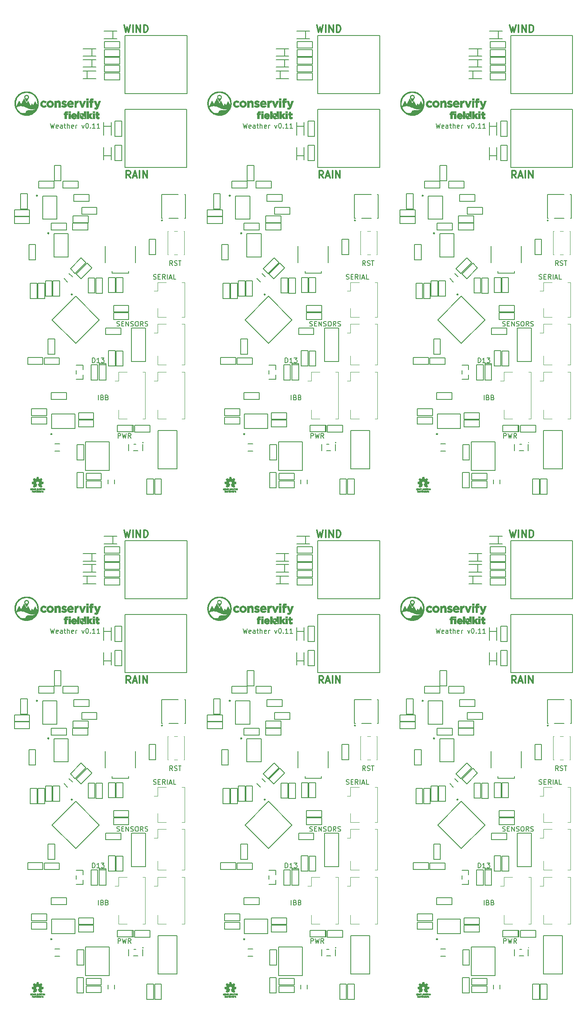
<source format=gbr>
G04 #@! TF.GenerationSoftware,KiCad,Pcbnew,(5.0.0)*
G04 #@! TF.CreationDate,2019-01-02T13:47:13-06:00*
G04 #@! TF.ProjectId,fk-weather-v0.11-02x03,666B2D776561746865722D76302E3131,0.1*
G04 #@! TF.SameCoordinates,PX791ddc0PY791ddc0*
G04 #@! TF.FileFunction,Legend,Top*
G04 #@! TF.FilePolarity,Positive*
%FSLAX46Y46*%
G04 Gerber Fmt 4.6, Leading zero omitted, Abs format (unit mm)*
G04 Created by KiCad (PCBNEW (5.0.0)) date 01/02/19 13:47:13*
%MOMM*%
%LPD*%
G01*
G04 APERTURE LIST*
%ADD10C,0.200000*%
%ADD11C,0.300000*%
%ADD12C,0.150000*%
%ADD13C,0.120000*%
%ADD14C,0.010000*%
G04 APERTURE END LIST*
D10*
X52322876Y-82848361D02*
X52465733Y-82895980D01*
X52703828Y-82895980D01*
X52799066Y-82848361D01*
X52846685Y-82800742D01*
X52894304Y-82705504D01*
X52894304Y-82610266D01*
X52846685Y-82515028D01*
X52799066Y-82467409D01*
X52703828Y-82419790D01*
X52513352Y-82372171D01*
X52418114Y-82324552D01*
X52370495Y-82276933D01*
X52322876Y-82181695D01*
X52322876Y-82086457D01*
X52370495Y-81991219D01*
X52418114Y-81943600D01*
X52513352Y-81895980D01*
X52751447Y-81895980D01*
X52894304Y-81943600D01*
X53322876Y-82372171D02*
X53656209Y-82372171D01*
X53799066Y-82895980D02*
X53322876Y-82895980D01*
X53322876Y-81895980D01*
X53799066Y-81895980D01*
X54799066Y-82895980D02*
X54465733Y-82419790D01*
X54227638Y-82895980D02*
X54227638Y-81895980D01*
X54608590Y-81895980D01*
X54703828Y-81943600D01*
X54751447Y-81991219D01*
X54799066Y-82086457D01*
X54799066Y-82229314D01*
X54751447Y-82324552D01*
X54703828Y-82372171D01*
X54608590Y-82419790D01*
X54227638Y-82419790D01*
X55227638Y-82895980D02*
X55227638Y-81895980D01*
X55656209Y-82610266D02*
X56132400Y-82610266D01*
X55560971Y-82895980D02*
X55894304Y-81895980D01*
X56227638Y-82895980D01*
X57037161Y-82895980D02*
X56560971Y-82895980D01*
X56560971Y-81895980D01*
X11822876Y-82848361D02*
X11965733Y-82895980D01*
X12203828Y-82895980D01*
X12299066Y-82848361D01*
X12346685Y-82800742D01*
X12394304Y-82705504D01*
X12394304Y-82610266D01*
X12346685Y-82515028D01*
X12299066Y-82467409D01*
X12203828Y-82419790D01*
X12013352Y-82372171D01*
X11918114Y-82324552D01*
X11870495Y-82276933D01*
X11822876Y-82181695D01*
X11822876Y-82086457D01*
X11870495Y-81991219D01*
X11918114Y-81943600D01*
X12013352Y-81895980D01*
X12251447Y-81895980D01*
X12394304Y-81943600D01*
X12822876Y-82372171D02*
X13156209Y-82372171D01*
X13299066Y-82895980D02*
X12822876Y-82895980D01*
X12822876Y-81895980D01*
X13299066Y-81895980D01*
X14299066Y-82895980D02*
X13965733Y-82419790D01*
X13727638Y-82895980D02*
X13727638Y-81895980D01*
X14108590Y-81895980D01*
X14203828Y-81943600D01*
X14251447Y-81991219D01*
X14299066Y-82086457D01*
X14299066Y-82229314D01*
X14251447Y-82324552D01*
X14203828Y-82372171D01*
X14108590Y-82419790D01*
X13727638Y-82419790D01*
X14727638Y-82895980D02*
X14727638Y-81895980D01*
X15156209Y-82610266D02*
X15632400Y-82610266D01*
X15060971Y-82895980D02*
X15394304Y-81895980D01*
X15727638Y-82895980D01*
X16537161Y-82895980D02*
X16060971Y-82895980D01*
X16060971Y-81895980D01*
X-28677124Y-82848361D02*
X-28534267Y-82895980D01*
X-28296172Y-82895980D01*
X-28200934Y-82848361D01*
X-28153315Y-82800742D01*
X-28105696Y-82705504D01*
X-28105696Y-82610266D01*
X-28153315Y-82515028D01*
X-28200934Y-82467409D01*
X-28296172Y-82419790D01*
X-28486648Y-82372171D01*
X-28581886Y-82324552D01*
X-28629505Y-82276933D01*
X-28677124Y-82181695D01*
X-28677124Y-82086457D01*
X-28629505Y-81991219D01*
X-28581886Y-81943600D01*
X-28486648Y-81895980D01*
X-28248553Y-81895980D01*
X-28105696Y-81943600D01*
X-27677124Y-82372171D02*
X-27343791Y-82372171D01*
X-27200934Y-82895980D02*
X-27677124Y-82895980D01*
X-27677124Y-81895980D01*
X-27200934Y-81895980D01*
X-26200934Y-82895980D02*
X-26534267Y-82419790D01*
X-26772362Y-82895980D02*
X-26772362Y-81895980D01*
X-26391410Y-81895980D01*
X-26296172Y-81943600D01*
X-26248553Y-81991219D01*
X-26200934Y-82086457D01*
X-26200934Y-82229314D01*
X-26248553Y-82324552D01*
X-26296172Y-82372171D01*
X-26391410Y-82419790D01*
X-26772362Y-82419790D01*
X-25772362Y-82895980D02*
X-25772362Y-81895980D01*
X-25343791Y-82610266D02*
X-24867600Y-82610266D01*
X-25439029Y-82895980D02*
X-25105696Y-81895980D01*
X-24772362Y-82895980D01*
X-23962839Y-82895980D02*
X-24439029Y-82895980D01*
X-24439029Y-81895980D01*
X52322876Y23151639D02*
X52465733Y23104020D01*
X52703828Y23104020D01*
X52799066Y23151639D01*
X52846685Y23199258D01*
X52894304Y23294496D01*
X52894304Y23389734D01*
X52846685Y23484972D01*
X52799066Y23532591D01*
X52703828Y23580210D01*
X52513352Y23627829D01*
X52418114Y23675448D01*
X52370495Y23723067D01*
X52322876Y23818305D01*
X52322876Y23913543D01*
X52370495Y24008781D01*
X52418114Y24056400D01*
X52513352Y24104020D01*
X52751447Y24104020D01*
X52894304Y24056400D01*
X53322876Y23627829D02*
X53656209Y23627829D01*
X53799066Y23104020D02*
X53322876Y23104020D01*
X53322876Y24104020D01*
X53799066Y24104020D01*
X54799066Y23104020D02*
X54465733Y23580210D01*
X54227638Y23104020D02*
X54227638Y24104020D01*
X54608590Y24104020D01*
X54703828Y24056400D01*
X54751447Y24008781D01*
X54799066Y23913543D01*
X54799066Y23770686D01*
X54751447Y23675448D01*
X54703828Y23627829D01*
X54608590Y23580210D01*
X54227638Y23580210D01*
X55227638Y23104020D02*
X55227638Y24104020D01*
X55656209Y23389734D02*
X56132400Y23389734D01*
X55560971Y23104020D02*
X55894304Y24104020D01*
X56227638Y23104020D01*
X57037161Y23104020D02*
X56560971Y23104020D01*
X56560971Y24104020D01*
X11822876Y23151639D02*
X11965733Y23104020D01*
X12203828Y23104020D01*
X12299066Y23151639D01*
X12346685Y23199258D01*
X12394304Y23294496D01*
X12394304Y23389734D01*
X12346685Y23484972D01*
X12299066Y23532591D01*
X12203828Y23580210D01*
X12013352Y23627829D01*
X11918114Y23675448D01*
X11870495Y23723067D01*
X11822876Y23818305D01*
X11822876Y23913543D01*
X11870495Y24008781D01*
X11918114Y24056400D01*
X12013352Y24104020D01*
X12251447Y24104020D01*
X12394304Y24056400D01*
X12822876Y23627829D02*
X13156209Y23627829D01*
X13299066Y23104020D02*
X12822876Y23104020D01*
X12822876Y24104020D01*
X13299066Y24104020D01*
X14299066Y23104020D02*
X13965733Y23580210D01*
X13727638Y23104020D02*
X13727638Y24104020D01*
X14108590Y24104020D01*
X14203828Y24056400D01*
X14251447Y24008781D01*
X14299066Y23913543D01*
X14299066Y23770686D01*
X14251447Y23675448D01*
X14203828Y23627829D01*
X14108590Y23580210D01*
X13727638Y23580210D01*
X14727638Y23104020D02*
X14727638Y24104020D01*
X15156209Y23389734D02*
X15632400Y23389734D01*
X15060971Y23104020D02*
X15394304Y24104020D01*
X15727638Y23104020D01*
X16537161Y23104020D02*
X16060971Y23104020D01*
X16060971Y24104020D01*
X39498914Y-100396580D02*
X39498914Y-99396580D01*
X39737009Y-99396580D01*
X39879866Y-99444200D01*
X39975104Y-99539438D01*
X40022723Y-99634676D01*
X40070342Y-99825152D01*
X40070342Y-99968009D01*
X40022723Y-100158485D01*
X39975104Y-100253723D01*
X39879866Y-100348961D01*
X39737009Y-100396580D01*
X39498914Y-100396580D01*
X41022723Y-100396580D02*
X40451295Y-100396580D01*
X40737009Y-100396580D02*
X40737009Y-99396580D01*
X40641771Y-99539438D01*
X40546533Y-99634676D01*
X40451295Y-99682295D01*
X41356057Y-99396580D02*
X41975104Y-99396580D01*
X41641771Y-99777533D01*
X41784628Y-99777533D01*
X41879866Y-99825152D01*
X41927485Y-99872771D01*
X41975104Y-99968009D01*
X41975104Y-100206104D01*
X41927485Y-100301342D01*
X41879866Y-100348961D01*
X41784628Y-100396580D01*
X41498914Y-100396580D01*
X41403676Y-100348961D01*
X41356057Y-100301342D01*
X-1001086Y-100396580D02*
X-1001086Y-99396580D01*
X-762991Y-99396580D01*
X-620134Y-99444200D01*
X-524896Y-99539438D01*
X-477277Y-99634676D01*
X-429658Y-99825152D01*
X-429658Y-99968009D01*
X-477277Y-100158485D01*
X-524896Y-100253723D01*
X-620134Y-100348961D01*
X-762991Y-100396580D01*
X-1001086Y-100396580D01*
X522723Y-100396580D02*
X-48705Y-100396580D01*
X237009Y-100396580D02*
X237009Y-99396580D01*
X141771Y-99539438D01*
X46533Y-99634676D01*
X-48705Y-99682295D01*
X856057Y-99396580D02*
X1475104Y-99396580D01*
X1141771Y-99777533D01*
X1284628Y-99777533D01*
X1379866Y-99825152D01*
X1427485Y-99872771D01*
X1475104Y-99968009D01*
X1475104Y-100206104D01*
X1427485Y-100301342D01*
X1379866Y-100348961D01*
X1284628Y-100396580D01*
X998914Y-100396580D01*
X903676Y-100348961D01*
X856057Y-100301342D01*
X-41501086Y-100396580D02*
X-41501086Y-99396580D01*
X-41262991Y-99396580D01*
X-41120134Y-99444200D01*
X-41024896Y-99539438D01*
X-40977277Y-99634676D01*
X-40929658Y-99825152D01*
X-40929658Y-99968009D01*
X-40977277Y-100158485D01*
X-41024896Y-100253723D01*
X-41120134Y-100348961D01*
X-41262991Y-100396580D01*
X-41501086Y-100396580D01*
X-39977277Y-100396580D02*
X-40548705Y-100396580D01*
X-40262991Y-100396580D02*
X-40262991Y-99396580D01*
X-40358229Y-99539438D01*
X-40453467Y-99634676D01*
X-40548705Y-99682295D01*
X-39643943Y-99396580D02*
X-39024896Y-99396580D01*
X-39358229Y-99777533D01*
X-39215372Y-99777533D01*
X-39120134Y-99825152D01*
X-39072515Y-99872771D01*
X-39024896Y-99968009D01*
X-39024896Y-100206104D01*
X-39072515Y-100301342D01*
X-39120134Y-100348961D01*
X-39215372Y-100396580D01*
X-39501086Y-100396580D01*
X-39596324Y-100348961D01*
X-39643943Y-100301342D01*
X39498914Y5603420D02*
X39498914Y6603420D01*
X39737009Y6603420D01*
X39879866Y6555800D01*
X39975104Y6460562D01*
X40022723Y6365324D01*
X40070342Y6174848D01*
X40070342Y6031991D01*
X40022723Y5841515D01*
X39975104Y5746277D01*
X39879866Y5651039D01*
X39737009Y5603420D01*
X39498914Y5603420D01*
X41022723Y5603420D02*
X40451295Y5603420D01*
X40737009Y5603420D02*
X40737009Y6603420D01*
X40641771Y6460562D01*
X40546533Y6365324D01*
X40451295Y6317705D01*
X41356057Y6603420D02*
X41975104Y6603420D01*
X41641771Y6222467D01*
X41784628Y6222467D01*
X41879866Y6174848D01*
X41927485Y6127229D01*
X41975104Y6031991D01*
X41975104Y5793896D01*
X41927485Y5698658D01*
X41879866Y5651039D01*
X41784628Y5603420D01*
X41498914Y5603420D01*
X41403676Y5651039D01*
X41356057Y5698658D01*
X-1001086Y5603420D02*
X-1001086Y6603420D01*
X-762991Y6603420D01*
X-620134Y6555800D01*
X-524896Y6460562D01*
X-477277Y6365324D01*
X-429658Y6174848D01*
X-429658Y6031991D01*
X-477277Y5841515D01*
X-524896Y5746277D01*
X-620134Y5651039D01*
X-762991Y5603420D01*
X-1001086Y5603420D01*
X522723Y5603420D02*
X-48705Y5603420D01*
X237009Y5603420D02*
X237009Y6603420D01*
X141771Y6460562D01*
X46533Y6365324D01*
X-48705Y6317705D01*
X856057Y6603420D02*
X1475104Y6603420D01*
X1141771Y6222467D01*
X1284628Y6222467D01*
X1379866Y6174848D01*
X1427485Y6127229D01*
X1475104Y6031991D01*
X1475104Y5793896D01*
X1427485Y5698658D01*
X1379866Y5651039D01*
X1284628Y5603420D01*
X998914Y5603420D01*
X903676Y5651039D01*
X856057Y5698658D01*
X40754600Y-108219780D02*
X40754600Y-107219780D01*
X41564123Y-107695971D02*
X41706980Y-107743590D01*
X41754600Y-107791209D01*
X41802219Y-107886447D01*
X41802219Y-108029304D01*
X41754600Y-108124542D01*
X41706980Y-108172161D01*
X41611742Y-108219780D01*
X41230790Y-108219780D01*
X41230790Y-107219780D01*
X41564123Y-107219780D01*
X41659361Y-107267400D01*
X41706980Y-107315019D01*
X41754600Y-107410257D01*
X41754600Y-107505495D01*
X41706980Y-107600733D01*
X41659361Y-107648352D01*
X41564123Y-107695971D01*
X41230790Y-107695971D01*
X42564123Y-107695971D02*
X42706980Y-107743590D01*
X42754600Y-107791209D01*
X42802219Y-107886447D01*
X42802219Y-108029304D01*
X42754600Y-108124542D01*
X42706980Y-108172161D01*
X42611742Y-108219780D01*
X42230790Y-108219780D01*
X42230790Y-107219780D01*
X42564123Y-107219780D01*
X42659361Y-107267400D01*
X42706980Y-107315019D01*
X42754600Y-107410257D01*
X42754600Y-107505495D01*
X42706980Y-107600733D01*
X42659361Y-107648352D01*
X42564123Y-107695971D01*
X42230790Y-107695971D01*
X254600Y-108219780D02*
X254600Y-107219780D01*
X1064123Y-107695971D02*
X1206980Y-107743590D01*
X1254600Y-107791209D01*
X1302219Y-107886447D01*
X1302219Y-108029304D01*
X1254600Y-108124542D01*
X1206980Y-108172161D01*
X1111742Y-108219780D01*
X730790Y-108219780D01*
X730790Y-107219780D01*
X1064123Y-107219780D01*
X1159361Y-107267400D01*
X1206980Y-107315019D01*
X1254600Y-107410257D01*
X1254600Y-107505495D01*
X1206980Y-107600733D01*
X1159361Y-107648352D01*
X1064123Y-107695971D01*
X730790Y-107695971D01*
X2064123Y-107695971D02*
X2206980Y-107743590D01*
X2254600Y-107791209D01*
X2302219Y-107886447D01*
X2302219Y-108029304D01*
X2254600Y-108124542D01*
X2206980Y-108172161D01*
X2111742Y-108219780D01*
X1730790Y-108219780D01*
X1730790Y-107219780D01*
X2064123Y-107219780D01*
X2159361Y-107267400D01*
X2206980Y-107315019D01*
X2254600Y-107410257D01*
X2254600Y-107505495D01*
X2206980Y-107600733D01*
X2159361Y-107648352D01*
X2064123Y-107695971D01*
X1730790Y-107695971D01*
X-40245400Y-108219780D02*
X-40245400Y-107219780D01*
X-39435877Y-107695971D02*
X-39293020Y-107743590D01*
X-39245400Y-107791209D01*
X-39197781Y-107886447D01*
X-39197781Y-108029304D01*
X-39245400Y-108124542D01*
X-39293020Y-108172161D01*
X-39388258Y-108219780D01*
X-39769210Y-108219780D01*
X-39769210Y-107219780D01*
X-39435877Y-107219780D01*
X-39340639Y-107267400D01*
X-39293020Y-107315019D01*
X-39245400Y-107410257D01*
X-39245400Y-107505495D01*
X-39293020Y-107600733D01*
X-39340639Y-107648352D01*
X-39435877Y-107695971D01*
X-39769210Y-107695971D01*
X-38435877Y-107695971D02*
X-38293020Y-107743590D01*
X-38245400Y-107791209D01*
X-38197781Y-107886447D01*
X-38197781Y-108029304D01*
X-38245400Y-108124542D01*
X-38293020Y-108172161D01*
X-38388258Y-108219780D01*
X-38769210Y-108219780D01*
X-38769210Y-107219780D01*
X-38435877Y-107219780D01*
X-38340639Y-107267400D01*
X-38293020Y-107315019D01*
X-38245400Y-107410257D01*
X-38245400Y-107505495D01*
X-38293020Y-107600733D01*
X-38340639Y-107648352D01*
X-38435877Y-107695971D01*
X-38769210Y-107695971D01*
X40754600Y-2219780D02*
X40754600Y-1219780D01*
X41564123Y-1695971D02*
X41706980Y-1743590D01*
X41754600Y-1791209D01*
X41802219Y-1886447D01*
X41802219Y-2029304D01*
X41754600Y-2124542D01*
X41706980Y-2172161D01*
X41611742Y-2219780D01*
X41230790Y-2219780D01*
X41230790Y-1219780D01*
X41564123Y-1219780D01*
X41659361Y-1267400D01*
X41706980Y-1315019D01*
X41754600Y-1410257D01*
X41754600Y-1505495D01*
X41706980Y-1600733D01*
X41659361Y-1648352D01*
X41564123Y-1695971D01*
X41230790Y-1695971D01*
X42564123Y-1695971D02*
X42706980Y-1743590D01*
X42754600Y-1791209D01*
X42802219Y-1886447D01*
X42802219Y-2029304D01*
X42754600Y-2124542D01*
X42706980Y-2172161D01*
X42611742Y-2219780D01*
X42230790Y-2219780D01*
X42230790Y-1219780D01*
X42564123Y-1219780D01*
X42659361Y-1267400D01*
X42706980Y-1315019D01*
X42754600Y-1410257D01*
X42754600Y-1505495D01*
X42706980Y-1600733D01*
X42659361Y-1648352D01*
X42564123Y-1695971D01*
X42230790Y-1695971D01*
X254600Y-2219780D02*
X254600Y-1219780D01*
X1064123Y-1695971D02*
X1206980Y-1743590D01*
X1254600Y-1791209D01*
X1302219Y-1886447D01*
X1302219Y-2029304D01*
X1254600Y-2124542D01*
X1206980Y-2172161D01*
X1111742Y-2219780D01*
X730790Y-2219780D01*
X730790Y-1219780D01*
X1064123Y-1219780D01*
X1159361Y-1267400D01*
X1206980Y-1315019D01*
X1254600Y-1410257D01*
X1254600Y-1505495D01*
X1206980Y-1600733D01*
X1159361Y-1648352D01*
X1064123Y-1695971D01*
X730790Y-1695971D01*
X2064123Y-1695971D02*
X2206980Y-1743590D01*
X2254600Y-1791209D01*
X2302219Y-1886447D01*
X2302219Y-2029304D01*
X2254600Y-2124542D01*
X2206980Y-2172161D01*
X2111742Y-2219780D01*
X1730790Y-2219780D01*
X1730790Y-1219780D01*
X2064123Y-1219780D01*
X2159361Y-1267400D01*
X2206980Y-1315019D01*
X2254600Y-1410257D01*
X2254600Y-1505495D01*
X2206980Y-1600733D01*
X2159361Y-1648352D01*
X2064123Y-1695971D01*
X1730790Y-1695971D01*
X56345380Y-80000380D02*
X56012047Y-79524190D01*
X55773952Y-80000380D02*
X55773952Y-79000380D01*
X56154904Y-79000380D01*
X56250142Y-79048000D01*
X56297761Y-79095619D01*
X56345380Y-79190857D01*
X56345380Y-79333714D01*
X56297761Y-79428952D01*
X56250142Y-79476571D01*
X56154904Y-79524190D01*
X55773952Y-79524190D01*
X56726333Y-79952761D02*
X56869190Y-80000380D01*
X57107285Y-80000380D01*
X57202523Y-79952761D01*
X57250142Y-79905142D01*
X57297761Y-79809904D01*
X57297761Y-79714666D01*
X57250142Y-79619428D01*
X57202523Y-79571809D01*
X57107285Y-79524190D01*
X56916809Y-79476571D01*
X56821571Y-79428952D01*
X56773952Y-79381333D01*
X56726333Y-79286095D01*
X56726333Y-79190857D01*
X56773952Y-79095619D01*
X56821571Y-79048000D01*
X56916809Y-79000380D01*
X57154904Y-79000380D01*
X57297761Y-79048000D01*
X57583476Y-79000380D02*
X58154904Y-79000380D01*
X57869190Y-80000380D02*
X57869190Y-79000380D01*
X15845380Y-80000380D02*
X15512047Y-79524190D01*
X15273952Y-80000380D02*
X15273952Y-79000380D01*
X15654904Y-79000380D01*
X15750142Y-79048000D01*
X15797761Y-79095619D01*
X15845380Y-79190857D01*
X15845380Y-79333714D01*
X15797761Y-79428952D01*
X15750142Y-79476571D01*
X15654904Y-79524190D01*
X15273952Y-79524190D01*
X16226333Y-79952761D02*
X16369190Y-80000380D01*
X16607285Y-80000380D01*
X16702523Y-79952761D01*
X16750142Y-79905142D01*
X16797761Y-79809904D01*
X16797761Y-79714666D01*
X16750142Y-79619428D01*
X16702523Y-79571809D01*
X16607285Y-79524190D01*
X16416809Y-79476571D01*
X16321571Y-79428952D01*
X16273952Y-79381333D01*
X16226333Y-79286095D01*
X16226333Y-79190857D01*
X16273952Y-79095619D01*
X16321571Y-79048000D01*
X16416809Y-79000380D01*
X16654904Y-79000380D01*
X16797761Y-79048000D01*
X17083476Y-79000380D02*
X17654904Y-79000380D01*
X17369190Y-80000380D02*
X17369190Y-79000380D01*
X-24654620Y-80000380D02*
X-24987953Y-79524190D01*
X-25226048Y-80000380D02*
X-25226048Y-79000380D01*
X-24845096Y-79000380D01*
X-24749858Y-79048000D01*
X-24702239Y-79095619D01*
X-24654620Y-79190857D01*
X-24654620Y-79333714D01*
X-24702239Y-79428952D01*
X-24749858Y-79476571D01*
X-24845096Y-79524190D01*
X-25226048Y-79524190D01*
X-24273667Y-79952761D02*
X-24130810Y-80000380D01*
X-23892715Y-80000380D01*
X-23797477Y-79952761D01*
X-23749858Y-79905142D01*
X-23702239Y-79809904D01*
X-23702239Y-79714666D01*
X-23749858Y-79619428D01*
X-23797477Y-79571809D01*
X-23892715Y-79524190D01*
X-24083191Y-79476571D01*
X-24178429Y-79428952D01*
X-24226048Y-79381333D01*
X-24273667Y-79286095D01*
X-24273667Y-79190857D01*
X-24226048Y-79095619D01*
X-24178429Y-79048000D01*
X-24083191Y-79000380D01*
X-23845096Y-79000380D01*
X-23702239Y-79048000D01*
X-23416524Y-79000380D02*
X-22845096Y-79000380D01*
X-23130810Y-80000380D02*
X-23130810Y-79000380D01*
X56345380Y25999620D02*
X56012047Y26475810D01*
X55773952Y25999620D02*
X55773952Y26999620D01*
X56154904Y26999620D01*
X56250142Y26952000D01*
X56297761Y26904381D01*
X56345380Y26809143D01*
X56345380Y26666286D01*
X56297761Y26571048D01*
X56250142Y26523429D01*
X56154904Y26475810D01*
X55773952Y26475810D01*
X56726333Y26047239D02*
X56869190Y25999620D01*
X57107285Y25999620D01*
X57202523Y26047239D01*
X57250142Y26094858D01*
X57297761Y26190096D01*
X57297761Y26285334D01*
X57250142Y26380572D01*
X57202523Y26428191D01*
X57107285Y26475810D01*
X56916809Y26523429D01*
X56821571Y26571048D01*
X56773952Y26618667D01*
X56726333Y26713905D01*
X56726333Y26809143D01*
X56773952Y26904381D01*
X56821571Y26952000D01*
X56916809Y26999620D01*
X57154904Y26999620D01*
X57297761Y26952000D01*
X57583476Y26999620D02*
X58154904Y26999620D01*
X57869190Y25999620D02*
X57869190Y26999620D01*
X15845380Y25999620D02*
X15512047Y26475810D01*
X15273952Y25999620D02*
X15273952Y26999620D01*
X15654904Y26999620D01*
X15750142Y26952000D01*
X15797761Y26904381D01*
X15845380Y26809143D01*
X15845380Y26666286D01*
X15797761Y26571048D01*
X15750142Y26523429D01*
X15654904Y26475810D01*
X15273952Y26475810D01*
X16226333Y26047239D02*
X16369190Y25999620D01*
X16607285Y25999620D01*
X16702523Y26047239D01*
X16750142Y26094858D01*
X16797761Y26190096D01*
X16797761Y26285334D01*
X16750142Y26380572D01*
X16702523Y26428191D01*
X16607285Y26475810D01*
X16416809Y26523429D01*
X16321571Y26571048D01*
X16273952Y26618667D01*
X16226333Y26713905D01*
X16226333Y26809143D01*
X16273952Y26904381D01*
X16321571Y26952000D01*
X16416809Y26999620D01*
X16654904Y26999620D01*
X16797761Y26952000D01*
X17083476Y26999620D02*
X17654904Y26999620D01*
X17369190Y25999620D02*
X17369190Y26999620D01*
X44866266Y-116246180D02*
X44866266Y-115246180D01*
X45247219Y-115246180D01*
X45342457Y-115293800D01*
X45390076Y-115341419D01*
X45437695Y-115436657D01*
X45437695Y-115579514D01*
X45390076Y-115674752D01*
X45342457Y-115722371D01*
X45247219Y-115769990D01*
X44866266Y-115769990D01*
X45771028Y-115246180D02*
X46009123Y-116246180D01*
X46199600Y-115531895D01*
X46390076Y-116246180D01*
X46628171Y-115246180D01*
X47580552Y-116246180D02*
X47247219Y-115769990D01*
X47009123Y-116246180D02*
X47009123Y-115246180D01*
X47390076Y-115246180D01*
X47485314Y-115293800D01*
X47532933Y-115341419D01*
X47580552Y-115436657D01*
X47580552Y-115579514D01*
X47532933Y-115674752D01*
X47485314Y-115722371D01*
X47390076Y-115769990D01*
X47009123Y-115769990D01*
X4366266Y-116246180D02*
X4366266Y-115246180D01*
X4747219Y-115246180D01*
X4842457Y-115293800D01*
X4890076Y-115341419D01*
X4937695Y-115436657D01*
X4937695Y-115579514D01*
X4890076Y-115674752D01*
X4842457Y-115722371D01*
X4747219Y-115769990D01*
X4366266Y-115769990D01*
X5271028Y-115246180D02*
X5509123Y-116246180D01*
X5699600Y-115531895D01*
X5890076Y-116246180D01*
X6128171Y-115246180D01*
X7080552Y-116246180D02*
X6747219Y-115769990D01*
X6509123Y-116246180D02*
X6509123Y-115246180D01*
X6890076Y-115246180D01*
X6985314Y-115293800D01*
X7032933Y-115341419D01*
X7080552Y-115436657D01*
X7080552Y-115579514D01*
X7032933Y-115674752D01*
X6985314Y-115722371D01*
X6890076Y-115769990D01*
X6509123Y-115769990D01*
X-36133734Y-116246180D02*
X-36133734Y-115246180D01*
X-35752781Y-115246180D01*
X-35657543Y-115293800D01*
X-35609924Y-115341419D01*
X-35562305Y-115436657D01*
X-35562305Y-115579514D01*
X-35609924Y-115674752D01*
X-35657543Y-115722371D01*
X-35752781Y-115769990D01*
X-36133734Y-115769990D01*
X-35228972Y-115246180D02*
X-34990877Y-116246180D01*
X-34800400Y-115531895D01*
X-34609924Y-116246180D01*
X-34371829Y-115246180D01*
X-33419448Y-116246180D02*
X-33752781Y-115769990D01*
X-33990877Y-116246180D02*
X-33990877Y-115246180D01*
X-33609924Y-115246180D01*
X-33514686Y-115293800D01*
X-33467067Y-115341419D01*
X-33419448Y-115436657D01*
X-33419448Y-115579514D01*
X-33467067Y-115674752D01*
X-33514686Y-115722371D01*
X-33609924Y-115769990D01*
X-33990877Y-115769990D01*
X44866266Y-10246180D02*
X44866266Y-9246180D01*
X45247219Y-9246180D01*
X45342457Y-9293800D01*
X45390076Y-9341419D01*
X45437695Y-9436657D01*
X45437695Y-9579514D01*
X45390076Y-9674752D01*
X45342457Y-9722371D01*
X45247219Y-9769990D01*
X44866266Y-9769990D01*
X45771028Y-9246180D02*
X46009123Y-10246180D01*
X46199600Y-9531895D01*
X46390076Y-10246180D01*
X46628171Y-9246180D01*
X47580552Y-10246180D02*
X47247219Y-9769990D01*
X47009123Y-10246180D02*
X47009123Y-9246180D01*
X47390076Y-9246180D01*
X47485314Y-9293800D01*
X47532933Y-9341419D01*
X47580552Y-9436657D01*
X47580552Y-9579514D01*
X47532933Y-9674752D01*
X47485314Y-9722371D01*
X47390076Y-9769990D01*
X47009123Y-9769990D01*
X4366266Y-10246180D02*
X4366266Y-9246180D01*
X4747219Y-9246180D01*
X4842457Y-9293800D01*
X4890076Y-9341419D01*
X4937695Y-9436657D01*
X4937695Y-9579514D01*
X4890076Y-9674752D01*
X4842457Y-9722371D01*
X4747219Y-9769990D01*
X4366266Y-9769990D01*
X5271028Y-9246180D02*
X5509123Y-10246180D01*
X5699600Y-9531895D01*
X5890076Y-10246180D01*
X6128171Y-9246180D01*
X7080552Y-10246180D02*
X6747219Y-9769990D01*
X6509123Y-10246180D02*
X6509123Y-9246180D01*
X6890076Y-9246180D01*
X6985314Y-9293800D01*
X7032933Y-9341419D01*
X7080552Y-9436657D01*
X7080552Y-9579514D01*
X7032933Y-9674752D01*
X6985314Y-9722371D01*
X6890076Y-9769990D01*
X6509123Y-9769990D01*
D11*
X47494371Y-61659171D02*
X46994371Y-60944885D01*
X46637228Y-61659171D02*
X46637228Y-60159171D01*
X47208657Y-60159171D01*
X47351514Y-60230600D01*
X47422942Y-60302028D01*
X47494371Y-60444885D01*
X47494371Y-60659171D01*
X47422942Y-60802028D01*
X47351514Y-60873457D01*
X47208657Y-60944885D01*
X46637228Y-60944885D01*
X48065800Y-61230600D02*
X48780085Y-61230600D01*
X47922942Y-61659171D02*
X48422942Y-60159171D01*
X48922942Y-61659171D01*
X49422942Y-61659171D02*
X49422942Y-60159171D01*
X50137228Y-61659171D02*
X50137228Y-60159171D01*
X50994371Y-61659171D01*
X50994371Y-60159171D01*
X6994371Y-61659171D02*
X6494371Y-60944885D01*
X6137228Y-61659171D02*
X6137228Y-60159171D01*
X6708657Y-60159171D01*
X6851514Y-60230600D01*
X6922942Y-60302028D01*
X6994371Y-60444885D01*
X6994371Y-60659171D01*
X6922942Y-60802028D01*
X6851514Y-60873457D01*
X6708657Y-60944885D01*
X6137228Y-60944885D01*
X7565800Y-61230600D02*
X8280085Y-61230600D01*
X7422942Y-61659171D02*
X7922942Y-60159171D01*
X8422942Y-61659171D01*
X8922942Y-61659171D02*
X8922942Y-60159171D01*
X9637228Y-61659171D02*
X9637228Y-60159171D01*
X10494371Y-61659171D01*
X10494371Y-60159171D01*
X-33505629Y-61659171D02*
X-34005629Y-60944885D01*
X-34362772Y-61659171D02*
X-34362772Y-60159171D01*
X-33791343Y-60159171D01*
X-33648486Y-60230600D01*
X-33577058Y-60302028D01*
X-33505629Y-60444885D01*
X-33505629Y-60659171D01*
X-33577058Y-60802028D01*
X-33648486Y-60873457D01*
X-33791343Y-60944885D01*
X-34362772Y-60944885D01*
X-32934200Y-61230600D02*
X-32219915Y-61230600D01*
X-33077058Y-61659171D02*
X-32577058Y-60159171D01*
X-32077058Y-61659171D01*
X-31577058Y-61659171D02*
X-31577058Y-60159171D01*
X-30862772Y-61659171D02*
X-30862772Y-60159171D01*
X-30005629Y-61659171D01*
X-30005629Y-60159171D01*
X47494371Y44340829D02*
X46994371Y45055115D01*
X46637228Y44340829D02*
X46637228Y45840829D01*
X47208657Y45840829D01*
X47351514Y45769400D01*
X47422942Y45697972D01*
X47494371Y45555115D01*
X47494371Y45340829D01*
X47422942Y45197972D01*
X47351514Y45126543D01*
X47208657Y45055115D01*
X46637228Y45055115D01*
X48065800Y44769400D02*
X48780085Y44769400D01*
X47922942Y44340829D02*
X48422942Y45840829D01*
X48922942Y44340829D01*
X49422942Y44340829D02*
X49422942Y45840829D01*
X50137228Y44340829D02*
X50137228Y45840829D01*
X50994371Y44340829D01*
X50994371Y45840829D01*
X6994371Y44340829D02*
X6494371Y45055115D01*
X6137228Y44340829D02*
X6137228Y45840829D01*
X6708657Y45840829D01*
X6851514Y45769400D01*
X6922942Y45697972D01*
X6994371Y45555115D01*
X6994371Y45340829D01*
X6922942Y45197972D01*
X6851514Y45126543D01*
X6708657Y45055115D01*
X6137228Y45055115D01*
X7565800Y44769400D02*
X8280085Y44769400D01*
X7422942Y44340829D02*
X7922942Y45840829D01*
X8422942Y44340829D01*
X8922942Y44340829D02*
X8922942Y45840829D01*
X9637228Y44340829D02*
X9637228Y45840829D01*
X10494371Y44340829D01*
X10494371Y45840829D01*
X46153085Y-29552171D02*
X46510228Y-31052171D01*
X46795942Y-29980742D01*
X47081657Y-31052171D01*
X47438800Y-29552171D01*
X48010228Y-31052171D02*
X48010228Y-29552171D01*
X48724514Y-31052171D02*
X48724514Y-29552171D01*
X49581657Y-31052171D01*
X49581657Y-29552171D01*
X50295942Y-31052171D02*
X50295942Y-29552171D01*
X50653085Y-29552171D01*
X50867371Y-29623600D01*
X51010228Y-29766457D01*
X51081657Y-29909314D01*
X51153085Y-30195028D01*
X51153085Y-30409314D01*
X51081657Y-30695028D01*
X51010228Y-30837885D01*
X50867371Y-30980742D01*
X50653085Y-31052171D01*
X50295942Y-31052171D01*
X5653085Y-29552171D02*
X6010228Y-31052171D01*
X6295942Y-29980742D01*
X6581657Y-31052171D01*
X6938800Y-29552171D01*
X7510228Y-31052171D02*
X7510228Y-29552171D01*
X8224514Y-31052171D02*
X8224514Y-29552171D01*
X9081657Y-31052171D01*
X9081657Y-29552171D01*
X9795942Y-31052171D02*
X9795942Y-29552171D01*
X10153085Y-29552171D01*
X10367371Y-29623600D01*
X10510228Y-29766457D01*
X10581657Y-29909314D01*
X10653085Y-30195028D01*
X10653085Y-30409314D01*
X10581657Y-30695028D01*
X10510228Y-30837885D01*
X10367371Y-30980742D01*
X10153085Y-31052171D01*
X9795942Y-31052171D01*
X-34846915Y-29552171D02*
X-34489772Y-31052171D01*
X-34204058Y-29980742D01*
X-33918343Y-31052171D01*
X-33561200Y-29552171D01*
X-32989772Y-31052171D02*
X-32989772Y-29552171D01*
X-32275486Y-31052171D02*
X-32275486Y-29552171D01*
X-31418343Y-31052171D01*
X-31418343Y-29552171D01*
X-30704058Y-31052171D02*
X-30704058Y-29552171D01*
X-30346915Y-29552171D01*
X-30132629Y-29623600D01*
X-29989772Y-29766457D01*
X-29918343Y-29909314D01*
X-29846915Y-30195028D01*
X-29846915Y-30409314D01*
X-29918343Y-30695028D01*
X-29989772Y-30837885D01*
X-30132629Y-30980742D01*
X-30346915Y-31052171D01*
X-30704058Y-31052171D01*
X46153085Y76447829D02*
X46510228Y74947829D01*
X46795942Y76019258D01*
X47081657Y74947829D01*
X47438800Y76447829D01*
X48010228Y74947829D02*
X48010228Y76447829D01*
X48724514Y74947829D02*
X48724514Y76447829D01*
X49581657Y74947829D01*
X49581657Y76447829D01*
X50295942Y74947829D02*
X50295942Y76447829D01*
X50653085Y76447829D01*
X50867371Y76376400D01*
X51010228Y76233543D01*
X51081657Y76090686D01*
X51153085Y75804972D01*
X51153085Y75590686D01*
X51081657Y75304972D01*
X51010228Y75162115D01*
X50867371Y75019258D01*
X50653085Y74947829D01*
X50295942Y74947829D01*
X5653085Y76447829D02*
X6010228Y74947829D01*
X6295942Y76019258D01*
X6581657Y74947829D01*
X6938800Y76447829D01*
X7510228Y74947829D02*
X7510228Y76447829D01*
X8224514Y74947829D02*
X8224514Y76447829D01*
X9081657Y74947829D01*
X9081657Y76447829D01*
X9795942Y74947829D02*
X9795942Y76447829D01*
X10153085Y76447829D01*
X10367371Y76376400D01*
X10510228Y76233543D01*
X10581657Y76090686D01*
X10653085Y75804972D01*
X10653085Y75590686D01*
X10581657Y75304972D01*
X10510228Y75162115D01*
X10367371Y75019258D01*
X10153085Y74947829D01*
X9795942Y74947829D01*
D10*
X44637904Y-92703561D02*
X44780761Y-92751180D01*
X45018857Y-92751180D01*
X45114095Y-92703561D01*
X45161714Y-92655942D01*
X45209333Y-92560704D01*
X45209333Y-92465466D01*
X45161714Y-92370228D01*
X45114095Y-92322609D01*
X45018857Y-92274990D01*
X44828380Y-92227371D01*
X44733142Y-92179752D01*
X44685523Y-92132133D01*
X44637904Y-92036895D01*
X44637904Y-91941657D01*
X44685523Y-91846419D01*
X44733142Y-91798800D01*
X44828380Y-91751180D01*
X45066476Y-91751180D01*
X45209333Y-91798800D01*
X45637904Y-92227371D02*
X45971238Y-92227371D01*
X46114095Y-92751180D02*
X45637904Y-92751180D01*
X45637904Y-91751180D01*
X46114095Y-91751180D01*
X46542666Y-92751180D02*
X46542666Y-91751180D01*
X47114095Y-92751180D01*
X47114095Y-91751180D01*
X47542666Y-92703561D02*
X47685523Y-92751180D01*
X47923619Y-92751180D01*
X48018857Y-92703561D01*
X48066476Y-92655942D01*
X48114095Y-92560704D01*
X48114095Y-92465466D01*
X48066476Y-92370228D01*
X48018857Y-92322609D01*
X47923619Y-92274990D01*
X47733142Y-92227371D01*
X47637904Y-92179752D01*
X47590285Y-92132133D01*
X47542666Y-92036895D01*
X47542666Y-91941657D01*
X47590285Y-91846419D01*
X47637904Y-91798800D01*
X47733142Y-91751180D01*
X47971238Y-91751180D01*
X48114095Y-91798800D01*
X48733142Y-91751180D02*
X48923619Y-91751180D01*
X49018857Y-91798800D01*
X49114095Y-91894038D01*
X49161714Y-92084514D01*
X49161714Y-92417847D01*
X49114095Y-92608323D01*
X49018857Y-92703561D01*
X48923619Y-92751180D01*
X48733142Y-92751180D01*
X48637904Y-92703561D01*
X48542666Y-92608323D01*
X48495047Y-92417847D01*
X48495047Y-92084514D01*
X48542666Y-91894038D01*
X48637904Y-91798800D01*
X48733142Y-91751180D01*
X50161714Y-92751180D02*
X49828380Y-92274990D01*
X49590285Y-92751180D02*
X49590285Y-91751180D01*
X49971238Y-91751180D01*
X50066476Y-91798800D01*
X50114095Y-91846419D01*
X50161714Y-91941657D01*
X50161714Y-92084514D01*
X50114095Y-92179752D01*
X50066476Y-92227371D01*
X49971238Y-92274990D01*
X49590285Y-92274990D01*
X50542666Y-92703561D02*
X50685523Y-92751180D01*
X50923619Y-92751180D01*
X51018857Y-92703561D01*
X51066476Y-92655942D01*
X51114095Y-92560704D01*
X51114095Y-92465466D01*
X51066476Y-92370228D01*
X51018857Y-92322609D01*
X50923619Y-92274990D01*
X50733142Y-92227371D01*
X50637904Y-92179752D01*
X50590285Y-92132133D01*
X50542666Y-92036895D01*
X50542666Y-91941657D01*
X50590285Y-91846419D01*
X50637904Y-91798800D01*
X50733142Y-91751180D01*
X50971238Y-91751180D01*
X51114095Y-91798800D01*
X4137904Y-92703561D02*
X4280761Y-92751180D01*
X4518857Y-92751180D01*
X4614095Y-92703561D01*
X4661714Y-92655942D01*
X4709333Y-92560704D01*
X4709333Y-92465466D01*
X4661714Y-92370228D01*
X4614095Y-92322609D01*
X4518857Y-92274990D01*
X4328380Y-92227371D01*
X4233142Y-92179752D01*
X4185523Y-92132133D01*
X4137904Y-92036895D01*
X4137904Y-91941657D01*
X4185523Y-91846419D01*
X4233142Y-91798800D01*
X4328380Y-91751180D01*
X4566476Y-91751180D01*
X4709333Y-91798800D01*
X5137904Y-92227371D02*
X5471238Y-92227371D01*
X5614095Y-92751180D02*
X5137904Y-92751180D01*
X5137904Y-91751180D01*
X5614095Y-91751180D01*
X6042666Y-92751180D02*
X6042666Y-91751180D01*
X6614095Y-92751180D01*
X6614095Y-91751180D01*
X7042666Y-92703561D02*
X7185523Y-92751180D01*
X7423619Y-92751180D01*
X7518857Y-92703561D01*
X7566476Y-92655942D01*
X7614095Y-92560704D01*
X7614095Y-92465466D01*
X7566476Y-92370228D01*
X7518857Y-92322609D01*
X7423619Y-92274990D01*
X7233142Y-92227371D01*
X7137904Y-92179752D01*
X7090285Y-92132133D01*
X7042666Y-92036895D01*
X7042666Y-91941657D01*
X7090285Y-91846419D01*
X7137904Y-91798800D01*
X7233142Y-91751180D01*
X7471238Y-91751180D01*
X7614095Y-91798800D01*
X8233142Y-91751180D02*
X8423619Y-91751180D01*
X8518857Y-91798800D01*
X8614095Y-91894038D01*
X8661714Y-92084514D01*
X8661714Y-92417847D01*
X8614095Y-92608323D01*
X8518857Y-92703561D01*
X8423619Y-92751180D01*
X8233142Y-92751180D01*
X8137904Y-92703561D01*
X8042666Y-92608323D01*
X7995047Y-92417847D01*
X7995047Y-92084514D01*
X8042666Y-91894038D01*
X8137904Y-91798800D01*
X8233142Y-91751180D01*
X9661714Y-92751180D02*
X9328380Y-92274990D01*
X9090285Y-92751180D02*
X9090285Y-91751180D01*
X9471238Y-91751180D01*
X9566476Y-91798800D01*
X9614095Y-91846419D01*
X9661714Y-91941657D01*
X9661714Y-92084514D01*
X9614095Y-92179752D01*
X9566476Y-92227371D01*
X9471238Y-92274990D01*
X9090285Y-92274990D01*
X10042666Y-92703561D02*
X10185523Y-92751180D01*
X10423619Y-92751180D01*
X10518857Y-92703561D01*
X10566476Y-92655942D01*
X10614095Y-92560704D01*
X10614095Y-92465466D01*
X10566476Y-92370228D01*
X10518857Y-92322609D01*
X10423619Y-92274990D01*
X10233142Y-92227371D01*
X10137904Y-92179752D01*
X10090285Y-92132133D01*
X10042666Y-92036895D01*
X10042666Y-91941657D01*
X10090285Y-91846419D01*
X10137904Y-91798800D01*
X10233142Y-91751180D01*
X10471238Y-91751180D01*
X10614095Y-91798800D01*
X-36362096Y-92703561D02*
X-36219239Y-92751180D01*
X-35981143Y-92751180D01*
X-35885905Y-92703561D01*
X-35838286Y-92655942D01*
X-35790667Y-92560704D01*
X-35790667Y-92465466D01*
X-35838286Y-92370228D01*
X-35885905Y-92322609D01*
X-35981143Y-92274990D01*
X-36171620Y-92227371D01*
X-36266858Y-92179752D01*
X-36314477Y-92132133D01*
X-36362096Y-92036895D01*
X-36362096Y-91941657D01*
X-36314477Y-91846419D01*
X-36266858Y-91798800D01*
X-36171620Y-91751180D01*
X-35933524Y-91751180D01*
X-35790667Y-91798800D01*
X-35362096Y-92227371D02*
X-35028762Y-92227371D01*
X-34885905Y-92751180D02*
X-35362096Y-92751180D01*
X-35362096Y-91751180D01*
X-34885905Y-91751180D01*
X-34457334Y-92751180D02*
X-34457334Y-91751180D01*
X-33885905Y-92751180D01*
X-33885905Y-91751180D01*
X-33457334Y-92703561D02*
X-33314477Y-92751180D01*
X-33076381Y-92751180D01*
X-32981143Y-92703561D01*
X-32933524Y-92655942D01*
X-32885905Y-92560704D01*
X-32885905Y-92465466D01*
X-32933524Y-92370228D01*
X-32981143Y-92322609D01*
X-33076381Y-92274990D01*
X-33266858Y-92227371D01*
X-33362096Y-92179752D01*
X-33409715Y-92132133D01*
X-33457334Y-92036895D01*
X-33457334Y-91941657D01*
X-33409715Y-91846419D01*
X-33362096Y-91798800D01*
X-33266858Y-91751180D01*
X-33028762Y-91751180D01*
X-32885905Y-91798800D01*
X-32266858Y-91751180D02*
X-32076381Y-91751180D01*
X-31981143Y-91798800D01*
X-31885905Y-91894038D01*
X-31838286Y-92084514D01*
X-31838286Y-92417847D01*
X-31885905Y-92608323D01*
X-31981143Y-92703561D01*
X-32076381Y-92751180D01*
X-32266858Y-92751180D01*
X-32362096Y-92703561D01*
X-32457334Y-92608323D01*
X-32504953Y-92417847D01*
X-32504953Y-92084514D01*
X-32457334Y-91894038D01*
X-32362096Y-91798800D01*
X-32266858Y-91751180D01*
X-30838286Y-92751180D02*
X-31171620Y-92274990D01*
X-31409715Y-92751180D02*
X-31409715Y-91751180D01*
X-31028762Y-91751180D01*
X-30933524Y-91798800D01*
X-30885905Y-91846419D01*
X-30838286Y-91941657D01*
X-30838286Y-92084514D01*
X-30885905Y-92179752D01*
X-30933524Y-92227371D01*
X-31028762Y-92274990D01*
X-31409715Y-92274990D01*
X-30457334Y-92703561D02*
X-30314477Y-92751180D01*
X-30076381Y-92751180D01*
X-29981143Y-92703561D01*
X-29933524Y-92655942D01*
X-29885905Y-92560704D01*
X-29885905Y-92465466D01*
X-29933524Y-92370228D01*
X-29981143Y-92322609D01*
X-30076381Y-92274990D01*
X-30266858Y-92227371D01*
X-30362096Y-92179752D01*
X-30409715Y-92132133D01*
X-30457334Y-92036895D01*
X-30457334Y-91941657D01*
X-30409715Y-91846419D01*
X-30362096Y-91798800D01*
X-30266858Y-91751180D01*
X-30028762Y-91751180D01*
X-29885905Y-91798800D01*
X44637904Y13296439D02*
X44780761Y13248820D01*
X45018857Y13248820D01*
X45114095Y13296439D01*
X45161714Y13344058D01*
X45209333Y13439296D01*
X45209333Y13534534D01*
X45161714Y13629772D01*
X45114095Y13677391D01*
X45018857Y13725010D01*
X44828380Y13772629D01*
X44733142Y13820248D01*
X44685523Y13867867D01*
X44637904Y13963105D01*
X44637904Y14058343D01*
X44685523Y14153581D01*
X44733142Y14201200D01*
X44828380Y14248820D01*
X45066476Y14248820D01*
X45209333Y14201200D01*
X45637904Y13772629D02*
X45971238Y13772629D01*
X46114095Y13248820D02*
X45637904Y13248820D01*
X45637904Y14248820D01*
X46114095Y14248820D01*
X46542666Y13248820D02*
X46542666Y14248820D01*
X47114095Y13248820D01*
X47114095Y14248820D01*
X47542666Y13296439D02*
X47685523Y13248820D01*
X47923619Y13248820D01*
X48018857Y13296439D01*
X48066476Y13344058D01*
X48114095Y13439296D01*
X48114095Y13534534D01*
X48066476Y13629772D01*
X48018857Y13677391D01*
X47923619Y13725010D01*
X47733142Y13772629D01*
X47637904Y13820248D01*
X47590285Y13867867D01*
X47542666Y13963105D01*
X47542666Y14058343D01*
X47590285Y14153581D01*
X47637904Y14201200D01*
X47733142Y14248820D01*
X47971238Y14248820D01*
X48114095Y14201200D01*
X48733142Y14248820D02*
X48923619Y14248820D01*
X49018857Y14201200D01*
X49114095Y14105962D01*
X49161714Y13915486D01*
X49161714Y13582153D01*
X49114095Y13391677D01*
X49018857Y13296439D01*
X48923619Y13248820D01*
X48733142Y13248820D01*
X48637904Y13296439D01*
X48542666Y13391677D01*
X48495047Y13582153D01*
X48495047Y13915486D01*
X48542666Y14105962D01*
X48637904Y14201200D01*
X48733142Y14248820D01*
X50161714Y13248820D02*
X49828380Y13725010D01*
X49590285Y13248820D02*
X49590285Y14248820D01*
X49971238Y14248820D01*
X50066476Y14201200D01*
X50114095Y14153581D01*
X50161714Y14058343D01*
X50161714Y13915486D01*
X50114095Y13820248D01*
X50066476Y13772629D01*
X49971238Y13725010D01*
X49590285Y13725010D01*
X50542666Y13296439D02*
X50685523Y13248820D01*
X50923619Y13248820D01*
X51018857Y13296439D01*
X51066476Y13344058D01*
X51114095Y13439296D01*
X51114095Y13534534D01*
X51066476Y13629772D01*
X51018857Y13677391D01*
X50923619Y13725010D01*
X50733142Y13772629D01*
X50637904Y13820248D01*
X50590285Y13867867D01*
X50542666Y13963105D01*
X50542666Y14058343D01*
X50590285Y14153581D01*
X50637904Y14201200D01*
X50733142Y14248820D01*
X50971238Y14248820D01*
X51114095Y14201200D01*
X4137904Y13296439D02*
X4280761Y13248820D01*
X4518857Y13248820D01*
X4614095Y13296439D01*
X4661714Y13344058D01*
X4709333Y13439296D01*
X4709333Y13534534D01*
X4661714Y13629772D01*
X4614095Y13677391D01*
X4518857Y13725010D01*
X4328380Y13772629D01*
X4233142Y13820248D01*
X4185523Y13867867D01*
X4137904Y13963105D01*
X4137904Y14058343D01*
X4185523Y14153581D01*
X4233142Y14201200D01*
X4328380Y14248820D01*
X4566476Y14248820D01*
X4709333Y14201200D01*
X5137904Y13772629D02*
X5471238Y13772629D01*
X5614095Y13248820D02*
X5137904Y13248820D01*
X5137904Y14248820D01*
X5614095Y14248820D01*
X6042666Y13248820D02*
X6042666Y14248820D01*
X6614095Y13248820D01*
X6614095Y14248820D01*
X7042666Y13296439D02*
X7185523Y13248820D01*
X7423619Y13248820D01*
X7518857Y13296439D01*
X7566476Y13344058D01*
X7614095Y13439296D01*
X7614095Y13534534D01*
X7566476Y13629772D01*
X7518857Y13677391D01*
X7423619Y13725010D01*
X7233142Y13772629D01*
X7137904Y13820248D01*
X7090285Y13867867D01*
X7042666Y13963105D01*
X7042666Y14058343D01*
X7090285Y14153581D01*
X7137904Y14201200D01*
X7233142Y14248820D01*
X7471238Y14248820D01*
X7614095Y14201200D01*
X8233142Y14248820D02*
X8423619Y14248820D01*
X8518857Y14201200D01*
X8614095Y14105962D01*
X8661714Y13915486D01*
X8661714Y13582153D01*
X8614095Y13391677D01*
X8518857Y13296439D01*
X8423619Y13248820D01*
X8233142Y13248820D01*
X8137904Y13296439D01*
X8042666Y13391677D01*
X7995047Y13582153D01*
X7995047Y13915486D01*
X8042666Y14105962D01*
X8137904Y14201200D01*
X8233142Y14248820D01*
X9661714Y13248820D02*
X9328380Y13725010D01*
X9090285Y13248820D02*
X9090285Y14248820D01*
X9471238Y14248820D01*
X9566476Y14201200D01*
X9614095Y14153581D01*
X9661714Y14058343D01*
X9661714Y13915486D01*
X9614095Y13820248D01*
X9566476Y13772629D01*
X9471238Y13725010D01*
X9090285Y13725010D01*
X10042666Y13296439D02*
X10185523Y13248820D01*
X10423619Y13248820D01*
X10518857Y13296439D01*
X10566476Y13344058D01*
X10614095Y13439296D01*
X10614095Y13534534D01*
X10566476Y13629772D01*
X10518857Y13677391D01*
X10423619Y13725010D01*
X10233142Y13772629D01*
X10137904Y13820248D01*
X10090285Y13867867D01*
X10042666Y13963105D01*
X10042666Y14058343D01*
X10090285Y14153581D01*
X10137904Y14201200D01*
X10233142Y14248820D01*
X10471238Y14248820D01*
X10614095Y14201200D01*
X30672914Y-50196780D02*
X30911009Y-51196780D01*
X31101485Y-50482495D01*
X31291961Y-51196780D01*
X31530057Y-50196780D01*
X32291961Y-51149161D02*
X32196723Y-51196780D01*
X32006247Y-51196780D01*
X31911009Y-51149161D01*
X31863390Y-51053923D01*
X31863390Y-50672971D01*
X31911009Y-50577733D01*
X32006247Y-50530114D01*
X32196723Y-50530114D01*
X32291961Y-50577733D01*
X32339580Y-50672971D01*
X32339580Y-50768209D01*
X31863390Y-50863447D01*
X33196723Y-51196780D02*
X33196723Y-50672971D01*
X33149104Y-50577733D01*
X33053866Y-50530114D01*
X32863390Y-50530114D01*
X32768152Y-50577733D01*
X33196723Y-51149161D02*
X33101485Y-51196780D01*
X32863390Y-51196780D01*
X32768152Y-51149161D01*
X32720533Y-51053923D01*
X32720533Y-50958685D01*
X32768152Y-50863447D01*
X32863390Y-50815828D01*
X33101485Y-50815828D01*
X33196723Y-50768209D01*
X33530057Y-50530114D02*
X33911009Y-50530114D01*
X33672914Y-50196780D02*
X33672914Y-51053923D01*
X33720533Y-51149161D01*
X33815771Y-51196780D01*
X33911009Y-51196780D01*
X34244342Y-51196780D02*
X34244342Y-50196780D01*
X34672914Y-51196780D02*
X34672914Y-50672971D01*
X34625295Y-50577733D01*
X34530057Y-50530114D01*
X34387200Y-50530114D01*
X34291961Y-50577733D01*
X34244342Y-50625352D01*
X35530057Y-51149161D02*
X35434819Y-51196780D01*
X35244342Y-51196780D01*
X35149104Y-51149161D01*
X35101485Y-51053923D01*
X35101485Y-50672971D01*
X35149104Y-50577733D01*
X35244342Y-50530114D01*
X35434819Y-50530114D01*
X35530057Y-50577733D01*
X35577676Y-50672971D01*
X35577676Y-50768209D01*
X35101485Y-50863447D01*
X36006247Y-51196780D02*
X36006247Y-50530114D01*
X36006247Y-50720590D02*
X36053866Y-50625352D01*
X36101485Y-50577733D01*
X36196723Y-50530114D01*
X36291961Y-50530114D01*
X37291961Y-50530114D02*
X37530057Y-51196780D01*
X37768152Y-50530114D01*
X38339580Y-50196780D02*
X38434819Y-50196780D01*
X38530057Y-50244400D01*
X38577676Y-50292019D01*
X38625295Y-50387257D01*
X38672914Y-50577733D01*
X38672914Y-50815828D01*
X38625295Y-51006304D01*
X38577676Y-51101542D01*
X38530057Y-51149161D01*
X38434819Y-51196780D01*
X38339580Y-51196780D01*
X38244342Y-51149161D01*
X38196723Y-51101542D01*
X38149104Y-51006304D01*
X38101485Y-50815828D01*
X38101485Y-50577733D01*
X38149104Y-50387257D01*
X38196723Y-50292019D01*
X38244342Y-50244400D01*
X38339580Y-50196780D01*
X39101485Y-51101542D02*
X39149104Y-51149161D01*
X39101485Y-51196780D01*
X39053866Y-51149161D01*
X39101485Y-51101542D01*
X39101485Y-51196780D01*
X40101485Y-51196780D02*
X39530057Y-51196780D01*
X39815771Y-51196780D02*
X39815771Y-50196780D01*
X39720533Y-50339638D01*
X39625295Y-50434876D01*
X39530057Y-50482495D01*
X41053866Y-51196780D02*
X40482438Y-51196780D01*
X40768152Y-51196780D02*
X40768152Y-50196780D01*
X40672914Y-50339638D01*
X40577676Y-50434876D01*
X40482438Y-50482495D01*
X-9827086Y-50196780D02*
X-9588991Y-51196780D01*
X-9398515Y-50482495D01*
X-9208039Y-51196780D01*
X-8969943Y-50196780D01*
X-8208039Y-51149161D02*
X-8303277Y-51196780D01*
X-8493753Y-51196780D01*
X-8588991Y-51149161D01*
X-8636610Y-51053923D01*
X-8636610Y-50672971D01*
X-8588991Y-50577733D01*
X-8493753Y-50530114D01*
X-8303277Y-50530114D01*
X-8208039Y-50577733D01*
X-8160420Y-50672971D01*
X-8160420Y-50768209D01*
X-8636610Y-50863447D01*
X-7303277Y-51196780D02*
X-7303277Y-50672971D01*
X-7350896Y-50577733D01*
X-7446134Y-50530114D01*
X-7636610Y-50530114D01*
X-7731848Y-50577733D01*
X-7303277Y-51149161D02*
X-7398515Y-51196780D01*
X-7636610Y-51196780D01*
X-7731848Y-51149161D01*
X-7779467Y-51053923D01*
X-7779467Y-50958685D01*
X-7731848Y-50863447D01*
X-7636610Y-50815828D01*
X-7398515Y-50815828D01*
X-7303277Y-50768209D01*
X-6969943Y-50530114D02*
X-6588991Y-50530114D01*
X-6827086Y-50196780D02*
X-6827086Y-51053923D01*
X-6779467Y-51149161D01*
X-6684229Y-51196780D01*
X-6588991Y-51196780D01*
X-6255658Y-51196780D02*
X-6255658Y-50196780D01*
X-5827086Y-51196780D02*
X-5827086Y-50672971D01*
X-5874705Y-50577733D01*
X-5969943Y-50530114D01*
X-6112800Y-50530114D01*
X-6208039Y-50577733D01*
X-6255658Y-50625352D01*
X-4969943Y-51149161D02*
X-5065181Y-51196780D01*
X-5255658Y-51196780D01*
X-5350896Y-51149161D01*
X-5398515Y-51053923D01*
X-5398515Y-50672971D01*
X-5350896Y-50577733D01*
X-5255658Y-50530114D01*
X-5065181Y-50530114D01*
X-4969943Y-50577733D01*
X-4922324Y-50672971D01*
X-4922324Y-50768209D01*
X-5398515Y-50863447D01*
X-4493753Y-51196780D02*
X-4493753Y-50530114D01*
X-4493753Y-50720590D02*
X-4446134Y-50625352D01*
X-4398515Y-50577733D01*
X-4303277Y-50530114D01*
X-4208039Y-50530114D01*
X-3208039Y-50530114D02*
X-2969943Y-51196780D01*
X-2731848Y-50530114D01*
X-2160420Y-50196780D02*
X-2065181Y-50196780D01*
X-1969943Y-50244400D01*
X-1922324Y-50292019D01*
X-1874705Y-50387257D01*
X-1827086Y-50577733D01*
X-1827086Y-50815828D01*
X-1874705Y-51006304D01*
X-1922324Y-51101542D01*
X-1969943Y-51149161D01*
X-2065181Y-51196780D01*
X-2160420Y-51196780D01*
X-2255658Y-51149161D01*
X-2303277Y-51101542D01*
X-2350896Y-51006304D01*
X-2398515Y-50815828D01*
X-2398515Y-50577733D01*
X-2350896Y-50387257D01*
X-2303277Y-50292019D01*
X-2255658Y-50244400D01*
X-2160420Y-50196780D01*
X-1398515Y-51101542D02*
X-1350896Y-51149161D01*
X-1398515Y-51196780D01*
X-1446134Y-51149161D01*
X-1398515Y-51101542D01*
X-1398515Y-51196780D01*
X-398515Y-51196780D02*
X-969943Y-51196780D01*
X-684229Y-51196780D02*
X-684229Y-50196780D01*
X-779467Y-50339638D01*
X-874705Y-50434876D01*
X-969943Y-50482495D01*
X553866Y-51196780D02*
X-17562Y-51196780D01*
X268152Y-51196780D02*
X268152Y-50196780D01*
X172914Y-50339638D01*
X77676Y-50434876D01*
X-17562Y-50482495D01*
X-50327086Y-50196780D02*
X-50088991Y-51196780D01*
X-49898515Y-50482495D01*
X-49708039Y-51196780D01*
X-49469943Y-50196780D01*
X-48708039Y-51149161D02*
X-48803277Y-51196780D01*
X-48993753Y-51196780D01*
X-49088991Y-51149161D01*
X-49136610Y-51053923D01*
X-49136610Y-50672971D01*
X-49088991Y-50577733D01*
X-48993753Y-50530114D01*
X-48803277Y-50530114D01*
X-48708039Y-50577733D01*
X-48660420Y-50672971D01*
X-48660420Y-50768209D01*
X-49136610Y-50863447D01*
X-47803277Y-51196780D02*
X-47803277Y-50672971D01*
X-47850896Y-50577733D01*
X-47946134Y-50530114D01*
X-48136610Y-50530114D01*
X-48231848Y-50577733D01*
X-47803277Y-51149161D02*
X-47898515Y-51196780D01*
X-48136610Y-51196780D01*
X-48231848Y-51149161D01*
X-48279467Y-51053923D01*
X-48279467Y-50958685D01*
X-48231848Y-50863447D01*
X-48136610Y-50815828D01*
X-47898515Y-50815828D01*
X-47803277Y-50768209D01*
X-47469943Y-50530114D02*
X-47088991Y-50530114D01*
X-47327086Y-50196780D02*
X-47327086Y-51053923D01*
X-47279467Y-51149161D01*
X-47184229Y-51196780D01*
X-47088991Y-51196780D01*
X-46755658Y-51196780D02*
X-46755658Y-50196780D01*
X-46327086Y-51196780D02*
X-46327086Y-50672971D01*
X-46374705Y-50577733D01*
X-46469943Y-50530114D01*
X-46612800Y-50530114D01*
X-46708039Y-50577733D01*
X-46755658Y-50625352D01*
X-45469943Y-51149161D02*
X-45565181Y-51196780D01*
X-45755658Y-51196780D01*
X-45850896Y-51149161D01*
X-45898515Y-51053923D01*
X-45898515Y-50672971D01*
X-45850896Y-50577733D01*
X-45755658Y-50530114D01*
X-45565181Y-50530114D01*
X-45469943Y-50577733D01*
X-45422324Y-50672971D01*
X-45422324Y-50768209D01*
X-45898515Y-50863447D01*
X-44993753Y-51196780D02*
X-44993753Y-50530114D01*
X-44993753Y-50720590D02*
X-44946134Y-50625352D01*
X-44898515Y-50577733D01*
X-44803277Y-50530114D01*
X-44708039Y-50530114D01*
X-43708039Y-50530114D02*
X-43469943Y-51196780D01*
X-43231848Y-50530114D01*
X-42660420Y-50196780D02*
X-42565181Y-50196780D01*
X-42469943Y-50244400D01*
X-42422324Y-50292019D01*
X-42374705Y-50387257D01*
X-42327086Y-50577733D01*
X-42327086Y-50815828D01*
X-42374705Y-51006304D01*
X-42422324Y-51101542D01*
X-42469943Y-51149161D01*
X-42565181Y-51196780D01*
X-42660420Y-51196780D01*
X-42755658Y-51149161D01*
X-42803277Y-51101542D01*
X-42850896Y-51006304D01*
X-42898515Y-50815828D01*
X-42898515Y-50577733D01*
X-42850896Y-50387257D01*
X-42803277Y-50292019D01*
X-42755658Y-50244400D01*
X-42660420Y-50196780D01*
X-41898515Y-51101542D02*
X-41850896Y-51149161D01*
X-41898515Y-51196780D01*
X-41946134Y-51149161D01*
X-41898515Y-51101542D01*
X-41898515Y-51196780D01*
X-40898515Y-51196780D02*
X-41469943Y-51196780D01*
X-41184229Y-51196780D02*
X-41184229Y-50196780D01*
X-41279467Y-50339638D01*
X-41374705Y-50434876D01*
X-41469943Y-50482495D01*
X-39946134Y-51196780D02*
X-40517562Y-51196780D01*
X-40231848Y-51196780D02*
X-40231848Y-50196780D01*
X-40327086Y-50339638D01*
X-40422324Y-50434876D01*
X-40517562Y-50482495D01*
X30672914Y55803220D02*
X30911009Y54803220D01*
X31101485Y55517505D01*
X31291961Y54803220D01*
X31530057Y55803220D01*
X32291961Y54850839D02*
X32196723Y54803220D01*
X32006247Y54803220D01*
X31911009Y54850839D01*
X31863390Y54946077D01*
X31863390Y55327029D01*
X31911009Y55422267D01*
X32006247Y55469886D01*
X32196723Y55469886D01*
X32291961Y55422267D01*
X32339580Y55327029D01*
X32339580Y55231791D01*
X31863390Y55136553D01*
X33196723Y54803220D02*
X33196723Y55327029D01*
X33149104Y55422267D01*
X33053866Y55469886D01*
X32863390Y55469886D01*
X32768152Y55422267D01*
X33196723Y54850839D02*
X33101485Y54803220D01*
X32863390Y54803220D01*
X32768152Y54850839D01*
X32720533Y54946077D01*
X32720533Y55041315D01*
X32768152Y55136553D01*
X32863390Y55184172D01*
X33101485Y55184172D01*
X33196723Y55231791D01*
X33530057Y55469886D02*
X33911009Y55469886D01*
X33672914Y55803220D02*
X33672914Y54946077D01*
X33720533Y54850839D01*
X33815771Y54803220D01*
X33911009Y54803220D01*
X34244342Y54803220D02*
X34244342Y55803220D01*
X34672914Y54803220D02*
X34672914Y55327029D01*
X34625295Y55422267D01*
X34530057Y55469886D01*
X34387200Y55469886D01*
X34291961Y55422267D01*
X34244342Y55374648D01*
X35530057Y54850839D02*
X35434819Y54803220D01*
X35244342Y54803220D01*
X35149104Y54850839D01*
X35101485Y54946077D01*
X35101485Y55327029D01*
X35149104Y55422267D01*
X35244342Y55469886D01*
X35434819Y55469886D01*
X35530057Y55422267D01*
X35577676Y55327029D01*
X35577676Y55231791D01*
X35101485Y55136553D01*
X36006247Y54803220D02*
X36006247Y55469886D01*
X36006247Y55279410D02*
X36053866Y55374648D01*
X36101485Y55422267D01*
X36196723Y55469886D01*
X36291961Y55469886D01*
X37291961Y55469886D02*
X37530057Y54803220D01*
X37768152Y55469886D01*
X38339580Y55803220D02*
X38434819Y55803220D01*
X38530057Y55755600D01*
X38577676Y55707981D01*
X38625295Y55612743D01*
X38672914Y55422267D01*
X38672914Y55184172D01*
X38625295Y54993696D01*
X38577676Y54898458D01*
X38530057Y54850839D01*
X38434819Y54803220D01*
X38339580Y54803220D01*
X38244342Y54850839D01*
X38196723Y54898458D01*
X38149104Y54993696D01*
X38101485Y55184172D01*
X38101485Y55422267D01*
X38149104Y55612743D01*
X38196723Y55707981D01*
X38244342Y55755600D01*
X38339580Y55803220D01*
X39101485Y54898458D02*
X39149104Y54850839D01*
X39101485Y54803220D01*
X39053866Y54850839D01*
X39101485Y54898458D01*
X39101485Y54803220D01*
X40101485Y54803220D02*
X39530057Y54803220D01*
X39815771Y54803220D02*
X39815771Y55803220D01*
X39720533Y55660362D01*
X39625295Y55565124D01*
X39530057Y55517505D01*
X41053866Y54803220D02*
X40482438Y54803220D01*
X40768152Y54803220D02*
X40768152Y55803220D01*
X40672914Y55660362D01*
X40577676Y55565124D01*
X40482438Y55517505D01*
X-9827086Y55803220D02*
X-9588991Y54803220D01*
X-9398515Y55517505D01*
X-9208039Y54803220D01*
X-8969943Y55803220D01*
X-8208039Y54850839D02*
X-8303277Y54803220D01*
X-8493753Y54803220D01*
X-8588991Y54850839D01*
X-8636610Y54946077D01*
X-8636610Y55327029D01*
X-8588991Y55422267D01*
X-8493753Y55469886D01*
X-8303277Y55469886D01*
X-8208039Y55422267D01*
X-8160420Y55327029D01*
X-8160420Y55231791D01*
X-8636610Y55136553D01*
X-7303277Y54803220D02*
X-7303277Y55327029D01*
X-7350896Y55422267D01*
X-7446134Y55469886D01*
X-7636610Y55469886D01*
X-7731848Y55422267D01*
X-7303277Y54850839D02*
X-7398515Y54803220D01*
X-7636610Y54803220D01*
X-7731848Y54850839D01*
X-7779467Y54946077D01*
X-7779467Y55041315D01*
X-7731848Y55136553D01*
X-7636610Y55184172D01*
X-7398515Y55184172D01*
X-7303277Y55231791D01*
X-6969943Y55469886D02*
X-6588991Y55469886D01*
X-6827086Y55803220D02*
X-6827086Y54946077D01*
X-6779467Y54850839D01*
X-6684229Y54803220D01*
X-6588991Y54803220D01*
X-6255658Y54803220D02*
X-6255658Y55803220D01*
X-5827086Y54803220D02*
X-5827086Y55327029D01*
X-5874705Y55422267D01*
X-5969943Y55469886D01*
X-6112800Y55469886D01*
X-6208039Y55422267D01*
X-6255658Y55374648D01*
X-4969943Y54850839D02*
X-5065181Y54803220D01*
X-5255658Y54803220D01*
X-5350896Y54850839D01*
X-5398515Y54946077D01*
X-5398515Y55327029D01*
X-5350896Y55422267D01*
X-5255658Y55469886D01*
X-5065181Y55469886D01*
X-4969943Y55422267D01*
X-4922324Y55327029D01*
X-4922324Y55231791D01*
X-5398515Y55136553D01*
X-4493753Y54803220D02*
X-4493753Y55469886D01*
X-4493753Y55279410D02*
X-4446134Y55374648D01*
X-4398515Y55422267D01*
X-4303277Y55469886D01*
X-4208039Y55469886D01*
X-3208039Y55469886D02*
X-2969943Y54803220D01*
X-2731848Y55469886D01*
X-2160420Y55803220D02*
X-2065181Y55803220D01*
X-1969943Y55755600D01*
X-1922324Y55707981D01*
X-1874705Y55612743D01*
X-1827086Y55422267D01*
X-1827086Y55184172D01*
X-1874705Y54993696D01*
X-1922324Y54898458D01*
X-1969943Y54850839D01*
X-2065181Y54803220D01*
X-2160420Y54803220D01*
X-2255658Y54850839D01*
X-2303277Y54898458D01*
X-2350896Y54993696D01*
X-2398515Y55184172D01*
X-2398515Y55422267D01*
X-2350896Y55612743D01*
X-2303277Y55707981D01*
X-2255658Y55755600D01*
X-2160420Y55803220D01*
X-1398515Y54898458D02*
X-1350896Y54850839D01*
X-1398515Y54803220D01*
X-1446134Y54850839D01*
X-1398515Y54898458D01*
X-1398515Y54803220D01*
X-398515Y54803220D02*
X-969943Y54803220D01*
X-684229Y54803220D02*
X-684229Y55803220D01*
X-779467Y55660362D01*
X-874705Y55565124D01*
X-969943Y55517505D01*
X553866Y54803220D02*
X-17562Y54803220D01*
X268152Y54803220D02*
X268152Y55803220D01*
X172914Y55660362D01*
X77676Y55565124D01*
X-17562Y55517505D01*
X-36133734Y-10246180D02*
X-36133734Y-9246180D01*
X-35752781Y-9246180D01*
X-35657543Y-9293800D01*
X-35609924Y-9341419D01*
X-35562305Y-9436657D01*
X-35562305Y-9579514D01*
X-35609924Y-9674752D01*
X-35657543Y-9722371D01*
X-35752781Y-9769990D01*
X-36133734Y-9769990D01*
X-35228972Y-9246180D02*
X-34990877Y-10246180D01*
X-34800400Y-9531895D01*
X-34609924Y-10246180D01*
X-34371829Y-9246180D01*
X-33419448Y-10246180D02*
X-33752781Y-9769990D01*
X-33990877Y-10246180D02*
X-33990877Y-9246180D01*
X-33609924Y-9246180D01*
X-33514686Y-9293800D01*
X-33467067Y-9341419D01*
X-33419448Y-9436657D01*
X-33419448Y-9579514D01*
X-33467067Y-9674752D01*
X-33514686Y-9722371D01*
X-33609924Y-9769990D01*
X-33990877Y-9769990D01*
X-28677124Y23151639D02*
X-28534267Y23104020D01*
X-28296172Y23104020D01*
X-28200934Y23151639D01*
X-28153315Y23199258D01*
X-28105696Y23294496D01*
X-28105696Y23389734D01*
X-28153315Y23484972D01*
X-28200934Y23532591D01*
X-28296172Y23580210D01*
X-28486648Y23627829D01*
X-28581886Y23675448D01*
X-28629505Y23723067D01*
X-28677124Y23818305D01*
X-28677124Y23913543D01*
X-28629505Y24008781D01*
X-28581886Y24056400D01*
X-28486648Y24104020D01*
X-28248553Y24104020D01*
X-28105696Y24056400D01*
X-27677124Y23627829D02*
X-27343791Y23627829D01*
X-27200934Y23104020D02*
X-27677124Y23104020D01*
X-27677124Y24104020D01*
X-27200934Y24104020D01*
X-26200934Y23104020D02*
X-26534267Y23580210D01*
X-26772362Y23104020D02*
X-26772362Y24104020D01*
X-26391410Y24104020D01*
X-26296172Y24056400D01*
X-26248553Y24008781D01*
X-26200934Y23913543D01*
X-26200934Y23770686D01*
X-26248553Y23675448D01*
X-26296172Y23627829D01*
X-26391410Y23580210D01*
X-26772362Y23580210D01*
X-25772362Y23104020D02*
X-25772362Y24104020D01*
X-25343791Y23389734D02*
X-24867600Y23389734D01*
X-25439029Y23104020D02*
X-25105696Y24104020D01*
X-24772362Y23104020D01*
X-23962839Y23104020D02*
X-24439029Y23104020D01*
X-24439029Y24104020D01*
X-24654620Y25999620D02*
X-24987953Y26475810D01*
X-25226048Y25999620D02*
X-25226048Y26999620D01*
X-24845096Y26999620D01*
X-24749858Y26952000D01*
X-24702239Y26904381D01*
X-24654620Y26809143D01*
X-24654620Y26666286D01*
X-24702239Y26571048D01*
X-24749858Y26523429D01*
X-24845096Y26475810D01*
X-25226048Y26475810D01*
X-24273667Y26047239D02*
X-24130810Y25999620D01*
X-23892715Y25999620D01*
X-23797477Y26047239D01*
X-23749858Y26094858D01*
X-23702239Y26190096D01*
X-23702239Y26285334D01*
X-23749858Y26380572D01*
X-23797477Y26428191D01*
X-23892715Y26475810D01*
X-24083191Y26523429D01*
X-24178429Y26571048D01*
X-24226048Y26618667D01*
X-24273667Y26713905D01*
X-24273667Y26809143D01*
X-24226048Y26904381D01*
X-24178429Y26952000D01*
X-24083191Y26999620D01*
X-23845096Y26999620D01*
X-23702239Y26952000D01*
X-23416524Y26999620D02*
X-22845096Y26999620D01*
X-23130810Y25999620D02*
X-23130810Y26999620D01*
X-36362096Y13296439D02*
X-36219239Y13248820D01*
X-35981143Y13248820D01*
X-35885905Y13296439D01*
X-35838286Y13344058D01*
X-35790667Y13439296D01*
X-35790667Y13534534D01*
X-35838286Y13629772D01*
X-35885905Y13677391D01*
X-35981143Y13725010D01*
X-36171620Y13772629D01*
X-36266858Y13820248D01*
X-36314477Y13867867D01*
X-36362096Y13963105D01*
X-36362096Y14058343D01*
X-36314477Y14153581D01*
X-36266858Y14201200D01*
X-36171620Y14248820D01*
X-35933524Y14248820D01*
X-35790667Y14201200D01*
X-35362096Y13772629D02*
X-35028762Y13772629D01*
X-34885905Y13248820D02*
X-35362096Y13248820D01*
X-35362096Y14248820D01*
X-34885905Y14248820D01*
X-34457334Y13248820D02*
X-34457334Y14248820D01*
X-33885905Y13248820D01*
X-33885905Y14248820D01*
X-33457334Y13296439D02*
X-33314477Y13248820D01*
X-33076381Y13248820D01*
X-32981143Y13296439D01*
X-32933524Y13344058D01*
X-32885905Y13439296D01*
X-32885905Y13534534D01*
X-32933524Y13629772D01*
X-32981143Y13677391D01*
X-33076381Y13725010D01*
X-33266858Y13772629D01*
X-33362096Y13820248D01*
X-33409715Y13867867D01*
X-33457334Y13963105D01*
X-33457334Y14058343D01*
X-33409715Y14153581D01*
X-33362096Y14201200D01*
X-33266858Y14248820D01*
X-33028762Y14248820D01*
X-32885905Y14201200D01*
X-32266858Y14248820D02*
X-32076381Y14248820D01*
X-31981143Y14201200D01*
X-31885905Y14105962D01*
X-31838286Y13915486D01*
X-31838286Y13582153D01*
X-31885905Y13391677D01*
X-31981143Y13296439D01*
X-32076381Y13248820D01*
X-32266858Y13248820D01*
X-32362096Y13296439D01*
X-32457334Y13391677D01*
X-32504953Y13582153D01*
X-32504953Y13915486D01*
X-32457334Y14105962D01*
X-32362096Y14201200D01*
X-32266858Y14248820D01*
X-30838286Y13248820D02*
X-31171620Y13725010D01*
X-31409715Y13248820D02*
X-31409715Y14248820D01*
X-31028762Y14248820D01*
X-30933524Y14201200D01*
X-30885905Y14153581D01*
X-30838286Y14058343D01*
X-30838286Y13915486D01*
X-30885905Y13820248D01*
X-30933524Y13772629D01*
X-31028762Y13725010D01*
X-31409715Y13725010D01*
X-30457334Y13296439D02*
X-30314477Y13248820D01*
X-30076381Y13248820D01*
X-29981143Y13296439D01*
X-29933524Y13344058D01*
X-29885905Y13439296D01*
X-29885905Y13534534D01*
X-29933524Y13629772D01*
X-29981143Y13677391D01*
X-30076381Y13725010D01*
X-30266858Y13772629D01*
X-30362096Y13820248D01*
X-30409715Y13867867D01*
X-30457334Y13963105D01*
X-30457334Y14058343D01*
X-30409715Y14153581D01*
X-30362096Y14201200D01*
X-30266858Y14248820D01*
X-30028762Y14248820D01*
X-29885905Y14201200D01*
X-40245400Y-2219780D02*
X-40245400Y-1219780D01*
X-39435877Y-1695971D02*
X-39293020Y-1743590D01*
X-39245400Y-1791209D01*
X-39197781Y-1886447D01*
X-39197781Y-2029304D01*
X-39245400Y-2124542D01*
X-39293020Y-2172161D01*
X-39388258Y-2219780D01*
X-39769210Y-2219780D01*
X-39769210Y-1219780D01*
X-39435877Y-1219780D01*
X-39340639Y-1267400D01*
X-39293020Y-1315019D01*
X-39245400Y-1410257D01*
X-39245400Y-1505495D01*
X-39293020Y-1600733D01*
X-39340639Y-1648352D01*
X-39435877Y-1695971D01*
X-39769210Y-1695971D01*
X-38435877Y-1695971D02*
X-38293020Y-1743590D01*
X-38245400Y-1791209D01*
X-38197781Y-1886447D01*
X-38197781Y-2029304D01*
X-38245400Y-2124542D01*
X-38293020Y-2172161D01*
X-38388258Y-2219780D01*
X-38769210Y-2219780D01*
X-38769210Y-1219780D01*
X-38435877Y-1219780D01*
X-38340639Y-1267400D01*
X-38293020Y-1315019D01*
X-38245400Y-1410257D01*
X-38245400Y-1505495D01*
X-38293020Y-1600733D01*
X-38340639Y-1648352D01*
X-38435877Y-1695971D01*
X-38769210Y-1695971D01*
D11*
X-33505629Y44340829D02*
X-34005629Y45055115D01*
X-34362772Y44340829D02*
X-34362772Y45840829D01*
X-33791343Y45840829D01*
X-33648486Y45769400D01*
X-33577058Y45697972D01*
X-33505629Y45555115D01*
X-33505629Y45340829D01*
X-33577058Y45197972D01*
X-33648486Y45126543D01*
X-33791343Y45055115D01*
X-34362772Y45055115D01*
X-32934200Y44769400D02*
X-32219915Y44769400D01*
X-33077058Y44340829D02*
X-32577058Y45840829D01*
X-32077058Y44340829D01*
X-31577058Y44340829D02*
X-31577058Y45840829D01*
X-30862772Y44340829D02*
X-30862772Y45840829D01*
X-30005629Y44340829D01*
X-30005629Y45840829D01*
X-34846915Y76447829D02*
X-34489772Y74947829D01*
X-34204058Y76019258D01*
X-33918343Y74947829D01*
X-33561200Y76447829D01*
X-32989772Y74947829D02*
X-32989772Y76447829D01*
X-32275486Y74947829D02*
X-32275486Y76447829D01*
X-31418343Y74947829D01*
X-31418343Y76447829D01*
X-30704058Y74947829D02*
X-30704058Y76447829D01*
X-30346915Y76447829D01*
X-30132629Y76376400D01*
X-29989772Y76233543D01*
X-29918343Y76090686D01*
X-29846915Y75804972D01*
X-29846915Y75590686D01*
X-29918343Y75304972D01*
X-29989772Y75162115D01*
X-30132629Y75019258D01*
X-30346915Y74947829D01*
X-30704058Y74947829D01*
D10*
X-41501086Y5603420D02*
X-41501086Y6603420D01*
X-41262991Y6603420D01*
X-41120134Y6555800D01*
X-41024896Y6460562D01*
X-40977277Y6365324D01*
X-40929658Y6174848D01*
X-40929658Y6031991D01*
X-40977277Y5841515D01*
X-41024896Y5746277D01*
X-41120134Y5651039D01*
X-41262991Y5603420D01*
X-41501086Y5603420D01*
X-39977277Y5603420D02*
X-40548705Y5603420D01*
X-40262991Y5603420D02*
X-40262991Y6603420D01*
X-40358229Y6460562D01*
X-40453467Y6365324D01*
X-40548705Y6317705D01*
X-39643943Y6603420D02*
X-39024896Y6603420D01*
X-39358229Y6222467D01*
X-39215372Y6222467D01*
X-39120134Y6174848D01*
X-39072515Y6127229D01*
X-39024896Y6031991D01*
X-39024896Y5793896D01*
X-39072515Y5698658D01*
X-39120134Y5651039D01*
X-39215372Y5603420D01*
X-39501086Y5603420D01*
X-39596324Y5651039D01*
X-39643943Y5698658D01*
X-50327086Y55803220D02*
X-50088991Y54803220D01*
X-49898515Y55517505D01*
X-49708039Y54803220D01*
X-49469943Y55803220D01*
X-48708039Y54850839D02*
X-48803277Y54803220D01*
X-48993753Y54803220D01*
X-49088991Y54850839D01*
X-49136610Y54946077D01*
X-49136610Y55327029D01*
X-49088991Y55422267D01*
X-48993753Y55469886D01*
X-48803277Y55469886D01*
X-48708039Y55422267D01*
X-48660420Y55327029D01*
X-48660420Y55231791D01*
X-49136610Y55136553D01*
X-47803277Y54803220D02*
X-47803277Y55327029D01*
X-47850896Y55422267D01*
X-47946134Y55469886D01*
X-48136610Y55469886D01*
X-48231848Y55422267D01*
X-47803277Y54850839D02*
X-47898515Y54803220D01*
X-48136610Y54803220D01*
X-48231848Y54850839D01*
X-48279467Y54946077D01*
X-48279467Y55041315D01*
X-48231848Y55136553D01*
X-48136610Y55184172D01*
X-47898515Y55184172D01*
X-47803277Y55231791D01*
X-47469943Y55469886D02*
X-47088991Y55469886D01*
X-47327086Y55803220D02*
X-47327086Y54946077D01*
X-47279467Y54850839D01*
X-47184229Y54803220D01*
X-47088991Y54803220D01*
X-46755658Y54803220D02*
X-46755658Y55803220D01*
X-46327086Y54803220D02*
X-46327086Y55327029D01*
X-46374705Y55422267D01*
X-46469943Y55469886D01*
X-46612800Y55469886D01*
X-46708039Y55422267D01*
X-46755658Y55374648D01*
X-45469943Y54850839D02*
X-45565181Y54803220D01*
X-45755658Y54803220D01*
X-45850896Y54850839D01*
X-45898515Y54946077D01*
X-45898515Y55327029D01*
X-45850896Y55422267D01*
X-45755658Y55469886D01*
X-45565181Y55469886D01*
X-45469943Y55422267D01*
X-45422324Y55327029D01*
X-45422324Y55231791D01*
X-45898515Y55136553D01*
X-44993753Y54803220D02*
X-44993753Y55469886D01*
X-44993753Y55279410D02*
X-44946134Y55374648D01*
X-44898515Y55422267D01*
X-44803277Y55469886D01*
X-44708039Y55469886D01*
X-43708039Y55469886D02*
X-43469943Y54803220D01*
X-43231848Y55469886D01*
X-42660420Y55803220D02*
X-42565181Y55803220D01*
X-42469943Y55755600D01*
X-42422324Y55707981D01*
X-42374705Y55612743D01*
X-42327086Y55422267D01*
X-42327086Y55184172D01*
X-42374705Y54993696D01*
X-42422324Y54898458D01*
X-42469943Y54850839D01*
X-42565181Y54803220D01*
X-42660420Y54803220D01*
X-42755658Y54850839D01*
X-42803277Y54898458D01*
X-42850896Y54993696D01*
X-42898515Y55184172D01*
X-42898515Y55422267D01*
X-42850896Y55612743D01*
X-42803277Y55707981D01*
X-42755658Y55755600D01*
X-42660420Y55803220D01*
X-41898515Y54898458D02*
X-41850896Y54850839D01*
X-41898515Y54803220D01*
X-41946134Y54850839D01*
X-41898515Y54898458D01*
X-41898515Y54803220D01*
X-40898515Y54803220D02*
X-41469943Y54803220D01*
X-41184229Y54803220D02*
X-41184229Y55803220D01*
X-41279467Y55660362D01*
X-41374705Y55565124D01*
X-41469943Y55517505D01*
X-39946134Y54803220D02*
X-40517562Y54803220D01*
X-40231848Y54803220D02*
X-40231848Y55803220D01*
X-40327086Y55660362D01*
X-40422324Y55565124D01*
X-40517562Y55517505D01*
D12*
G04 #@! TO.C,R15*
X31504200Y-62250400D02*
X32904200Y-62250400D01*
X31504200Y-59050400D02*
X32904200Y-59050400D01*
X31504200Y-62250400D02*
X31504200Y-59050400D01*
X32904200Y-59050400D02*
X32904200Y-62250400D01*
X-8995800Y-62250400D02*
X-7595800Y-62250400D01*
X-8995800Y-59050400D02*
X-7595800Y-59050400D01*
X-8995800Y-62250400D02*
X-8995800Y-59050400D01*
X-7595800Y-59050400D02*
X-7595800Y-62250400D01*
X-49495800Y-62250400D02*
X-48095800Y-62250400D01*
X-49495800Y-59050400D02*
X-48095800Y-59050400D01*
X-49495800Y-62250400D02*
X-49495800Y-59050400D01*
X-48095800Y-59050400D02*
X-48095800Y-62250400D01*
X31504200Y43749600D02*
X32904200Y43749600D01*
X31504200Y46949600D02*
X32904200Y46949600D01*
X31504200Y43749600D02*
X31504200Y46949600D01*
X32904200Y46949600D02*
X32904200Y43749600D01*
X-8995800Y43749600D02*
X-7595800Y43749600D01*
X-8995800Y46949600D02*
X-7595800Y46949600D01*
X-8995800Y43749600D02*
X-8995800Y46949600D01*
X-7595800Y46949600D02*
X-7595800Y43749600D01*
D13*
G04 #@! TO.C,J4*
X58877400Y-100876400D02*
X58327400Y-100876400D01*
X58877400Y-92306400D02*
X58877400Y-100876400D01*
X58327400Y-92306400D02*
X58877400Y-92306400D01*
X53207400Y-100876400D02*
X53207400Y-99026400D01*
X55007400Y-100876400D02*
X53207400Y-100876400D01*
X53207400Y-94156400D02*
X52467400Y-94156400D01*
X53207400Y-92306400D02*
X53207400Y-94156400D01*
X55007400Y-92306400D02*
X53207400Y-92306400D01*
X18377400Y-100876400D02*
X17827400Y-100876400D01*
X18377400Y-92306400D02*
X18377400Y-100876400D01*
X17827400Y-92306400D02*
X18377400Y-92306400D01*
X12707400Y-100876400D02*
X12707400Y-99026400D01*
X14507400Y-100876400D02*
X12707400Y-100876400D01*
X12707400Y-94156400D02*
X11967400Y-94156400D01*
X12707400Y-92306400D02*
X12707400Y-94156400D01*
X14507400Y-92306400D02*
X12707400Y-92306400D01*
X-22122600Y-100876400D02*
X-22672600Y-100876400D01*
X-22122600Y-92306400D02*
X-22122600Y-100876400D01*
X-22672600Y-92306400D02*
X-22122600Y-92306400D01*
X-27792600Y-100876400D02*
X-27792600Y-99026400D01*
X-25992600Y-100876400D02*
X-27792600Y-100876400D01*
X-27792600Y-94156400D02*
X-28532600Y-94156400D01*
X-27792600Y-92306400D02*
X-27792600Y-94156400D01*
X-25992600Y-92306400D02*
X-27792600Y-92306400D01*
X58877400Y5123600D02*
X58327400Y5123600D01*
X58877400Y13693600D02*
X58877400Y5123600D01*
X58327400Y13693600D02*
X58877400Y13693600D01*
X53207400Y5123600D02*
X53207400Y6973600D01*
X55007400Y5123600D02*
X53207400Y5123600D01*
X53207400Y11843600D02*
X52467400Y11843600D01*
X53207400Y13693600D02*
X53207400Y11843600D01*
X55007400Y13693600D02*
X53207400Y13693600D01*
X18377400Y5123600D02*
X17827400Y5123600D01*
X18377400Y13693600D02*
X18377400Y5123600D01*
X17827400Y13693600D02*
X18377400Y13693600D01*
X12707400Y5123600D02*
X12707400Y6973600D01*
X14507400Y5123600D02*
X12707400Y5123600D01*
X12707400Y11843600D02*
X11967400Y11843600D01*
X12707400Y13693600D02*
X12707400Y11843600D01*
X14507400Y13693600D02*
X12707400Y13693600D01*
D12*
G04 #@! TO.C,R13*
X23111200Y-69805600D02*
X26311200Y-69805600D01*
X26311200Y-71205600D02*
X23111200Y-71205600D01*
X23111200Y-71205600D02*
X23111200Y-69805600D01*
X26311200Y-71205600D02*
X26311200Y-69805600D01*
X-17388800Y-69805600D02*
X-14188800Y-69805600D01*
X-14188800Y-71205600D02*
X-17388800Y-71205600D01*
X-17388800Y-71205600D02*
X-17388800Y-69805600D01*
X-14188800Y-71205600D02*
X-14188800Y-69805600D01*
X-57888800Y-69805600D02*
X-54688800Y-69805600D01*
X-54688800Y-71205600D02*
X-57888800Y-71205600D01*
X-57888800Y-71205600D02*
X-57888800Y-69805600D01*
X-54688800Y-71205600D02*
X-54688800Y-69805600D01*
X23111200Y36194400D02*
X26311200Y36194400D01*
X26311200Y34794400D02*
X23111200Y34794400D01*
X23111200Y34794400D02*
X23111200Y36194400D01*
X26311200Y34794400D02*
X26311200Y36194400D01*
X-17388800Y36194400D02*
X-14188800Y36194400D01*
X-14188800Y34794400D02*
X-17388800Y34794400D01*
X-17388800Y34794400D02*
X-17388800Y36194400D01*
X-14188800Y34794400D02*
X-14188800Y36194400D01*
G04 #@! TO.C,J8*
X47739600Y-93167600D02*
X50689600Y-93167600D01*
X47739600Y-100167600D02*
X47739600Y-93167600D01*
X50689600Y-100167600D02*
X47739600Y-100167600D01*
X50689600Y-93167600D02*
X50689600Y-100167600D01*
X7239600Y-93167600D02*
X10189600Y-93167600D01*
X7239600Y-100167600D02*
X7239600Y-93167600D01*
X10189600Y-100167600D02*
X7239600Y-100167600D01*
X10189600Y-93167600D02*
X10189600Y-100167600D01*
X-33260400Y-93167600D02*
X-30310400Y-93167600D01*
X-33260400Y-100167600D02*
X-33260400Y-93167600D01*
X-30310400Y-100167600D02*
X-33260400Y-100167600D01*
X-30310400Y-93167600D02*
X-30310400Y-100167600D01*
X47739600Y12832400D02*
X50689600Y12832400D01*
X47739600Y5832400D02*
X47739600Y12832400D01*
X50689600Y5832400D02*
X47739600Y5832400D01*
X50689600Y12832400D02*
X50689600Y5832400D01*
X7239600Y12832400D02*
X10189600Y12832400D01*
X7239600Y5832400D02*
X7239600Y12832400D01*
X10189600Y5832400D02*
X7239600Y5832400D01*
X10189600Y12832400D02*
X10189600Y5832400D01*
G04 #@! TO.C,R16*
X25905200Y-99345800D02*
X29105200Y-99345800D01*
X29105200Y-100745800D02*
X25905200Y-100745800D01*
X25905200Y-100745800D02*
X25905200Y-99345800D01*
X29105200Y-100745800D02*
X29105200Y-99345800D01*
X-14594800Y-99345800D02*
X-11394800Y-99345800D01*
X-11394800Y-100745800D02*
X-14594800Y-100745800D01*
X-14594800Y-100745800D02*
X-14594800Y-99345800D01*
X-11394800Y-100745800D02*
X-11394800Y-99345800D01*
X-55094800Y-99345800D02*
X-51894800Y-99345800D01*
X-51894800Y-100745800D02*
X-55094800Y-100745800D01*
X-55094800Y-100745800D02*
X-55094800Y-99345800D01*
X-51894800Y-100745800D02*
X-51894800Y-99345800D01*
X25905200Y6654200D02*
X29105200Y6654200D01*
X29105200Y5254200D02*
X25905200Y5254200D01*
X25905200Y5254200D02*
X25905200Y6654200D01*
X29105200Y5254200D02*
X29105200Y6654200D01*
X-14594800Y6654200D02*
X-11394800Y6654200D01*
X-11394800Y5254200D02*
X-14594800Y5254200D01*
X-14594800Y5254200D02*
X-14594800Y6654200D01*
X-11394800Y5254200D02*
X-11394800Y6654200D01*
G04 #@! TO.C,D1*
X48101200Y-113519000D02*
X47901200Y-113519000D01*
X48101200Y-114919000D02*
X48101200Y-113519000D01*
X47901200Y-114919000D02*
X48101200Y-114919000D01*
X47901200Y-113519000D02*
X47901200Y-114919000D01*
X44701200Y-113519000D02*
X47901200Y-113519000D01*
X44701200Y-114919000D02*
X44701200Y-113519000D01*
X47901200Y-114919000D02*
X44701200Y-114919000D01*
X7601200Y-113519000D02*
X7401200Y-113519000D01*
X7601200Y-114919000D02*
X7601200Y-113519000D01*
X7401200Y-114919000D02*
X7601200Y-114919000D01*
X7401200Y-113519000D02*
X7401200Y-114919000D01*
X4201200Y-113519000D02*
X7401200Y-113519000D01*
X4201200Y-114919000D02*
X4201200Y-113519000D01*
X7401200Y-114919000D02*
X4201200Y-114919000D01*
X-32898800Y-113519000D02*
X-33098800Y-113519000D01*
X-32898800Y-114919000D02*
X-32898800Y-113519000D01*
X-33098800Y-114919000D02*
X-32898800Y-114919000D01*
X-33098800Y-113519000D02*
X-33098800Y-114919000D01*
X-36298800Y-113519000D02*
X-33098800Y-113519000D01*
X-36298800Y-114919000D02*
X-36298800Y-113519000D01*
X-33098800Y-114919000D02*
X-36298800Y-114919000D01*
X48101200Y-7519000D02*
X47901200Y-7519000D01*
X48101200Y-8919000D02*
X48101200Y-7519000D01*
X47901200Y-8919000D02*
X48101200Y-8919000D01*
X47901200Y-7519000D02*
X47901200Y-8919000D01*
X44701200Y-7519000D02*
X47901200Y-7519000D01*
X44701200Y-8919000D02*
X44701200Y-7519000D01*
X47901200Y-8919000D02*
X44701200Y-8919000D01*
X7601200Y-7519000D02*
X7401200Y-7519000D01*
X7601200Y-8919000D02*
X7601200Y-7519000D01*
X7401200Y-8919000D02*
X7601200Y-8919000D01*
X7401200Y-7519000D02*
X7401200Y-8919000D01*
X4201200Y-7519000D02*
X7401200Y-7519000D01*
X4201200Y-8919000D02*
X4201200Y-7519000D01*
X7401200Y-8919000D02*
X4201200Y-8919000D01*
G04 #@! TO.C,J6*
X47101300Y-81634200D02*
X47101300Y-81189700D01*
X43672300Y-81634200D02*
X47101300Y-81634200D01*
X43672300Y-81189700D02*
X43672300Y-81634200D01*
X48561800Y-75997200D02*
X48561800Y-79397200D01*
X42211800Y-75997200D02*
X42211800Y-79397200D01*
X6601300Y-81634200D02*
X6601300Y-81189700D01*
X3172300Y-81634200D02*
X6601300Y-81634200D01*
X3172300Y-81189700D02*
X3172300Y-81634200D01*
X8061800Y-75997200D02*
X8061800Y-79397200D01*
X1711800Y-75997200D02*
X1711800Y-79397200D01*
X-33898700Y-81634200D02*
X-33898700Y-81189700D01*
X-37327700Y-81634200D02*
X-33898700Y-81634200D01*
X-37327700Y-81189700D02*
X-37327700Y-81634200D01*
X-32438200Y-75997200D02*
X-32438200Y-79397200D01*
X-38788200Y-75997200D02*
X-38788200Y-79397200D01*
X47101300Y24365800D02*
X47101300Y24810300D01*
X43672300Y24365800D02*
X47101300Y24365800D01*
X43672300Y24810300D02*
X43672300Y24365800D01*
X48561800Y30002800D02*
X48561800Y26602800D01*
X42211800Y30002800D02*
X42211800Y26602800D01*
X6601300Y24365800D02*
X6601300Y24810300D01*
X3172300Y24365800D02*
X6601300Y24365800D01*
X3172300Y24810300D02*
X3172300Y24365800D01*
X8061800Y30002800D02*
X8061800Y26602800D01*
X1711800Y30002800D02*
X1711800Y26602800D01*
G04 #@! TO.C,C21*
X35379400Y-71151800D02*
X35379400Y-72551800D01*
X38579400Y-71151800D02*
X38579400Y-72551800D01*
X35379400Y-71151800D02*
X38579400Y-71151800D01*
X38579400Y-72551800D02*
X35379400Y-72551800D01*
X-5120600Y-71151800D02*
X-5120600Y-72551800D01*
X-1920600Y-71151800D02*
X-1920600Y-72551800D01*
X-5120600Y-71151800D02*
X-1920600Y-71151800D01*
X-1920600Y-72551800D02*
X-5120600Y-72551800D01*
X-45620600Y-71151800D02*
X-45620600Y-72551800D01*
X-42420600Y-71151800D02*
X-42420600Y-72551800D01*
X-45620600Y-71151800D02*
X-42420600Y-71151800D01*
X-42420600Y-72551800D02*
X-45620600Y-72551800D01*
X35379400Y34848200D02*
X35379400Y33448200D01*
X38579400Y34848200D02*
X38579400Y33448200D01*
X35379400Y34848200D02*
X38579400Y34848200D01*
X38579400Y33448200D02*
X35379400Y33448200D01*
X-5120600Y34848200D02*
X-5120600Y33448200D01*
X-1920600Y34848200D02*
X-1920600Y33448200D01*
X-5120600Y34848200D02*
X-1920600Y34848200D01*
X-1920600Y33448200D02*
X-5120600Y33448200D01*
G04 #@! TO.C,R12*
X30858200Y-71151800D02*
X34058200Y-71151800D01*
X34058200Y-72551800D02*
X30858200Y-72551800D01*
X30858200Y-72551800D02*
X30858200Y-71151800D01*
X34058200Y-72551800D02*
X34058200Y-71151800D01*
X-9641800Y-71151800D02*
X-6441800Y-71151800D01*
X-6441800Y-72551800D02*
X-9641800Y-72551800D01*
X-9641800Y-72551800D02*
X-9641800Y-71151800D01*
X-6441800Y-72551800D02*
X-6441800Y-71151800D01*
X-50141800Y-71151800D02*
X-46941800Y-71151800D01*
X-46941800Y-72551800D02*
X-50141800Y-72551800D01*
X-50141800Y-72551800D02*
X-50141800Y-71151800D01*
X-46941800Y-72551800D02*
X-46941800Y-71151800D01*
X30858200Y34848200D02*
X34058200Y34848200D01*
X34058200Y33448200D02*
X30858200Y33448200D01*
X30858200Y33448200D02*
X30858200Y34848200D01*
X34058200Y33448200D02*
X34058200Y34848200D01*
X-9641800Y34848200D02*
X-6441800Y34848200D01*
X-6441800Y33448200D02*
X-9641800Y33448200D01*
X-9641800Y33448200D02*
X-9641800Y34848200D01*
X-6441800Y33448200D02*
X-6441800Y34848200D01*
G04 #@! TO.C,C16*
X25843000Y-64980400D02*
X25843000Y-68180400D01*
X24443000Y-68180400D02*
X24443000Y-64980400D01*
X24443000Y-64980400D02*
X25843000Y-64980400D01*
X24443000Y-68180400D02*
X25843000Y-68180400D01*
X-14657000Y-64980400D02*
X-14657000Y-68180400D01*
X-16057000Y-68180400D02*
X-16057000Y-64980400D01*
X-16057000Y-64980400D02*
X-14657000Y-64980400D01*
X-16057000Y-68180400D02*
X-14657000Y-68180400D01*
X-55157000Y-64980400D02*
X-55157000Y-68180400D01*
X-56557000Y-68180400D02*
X-56557000Y-64980400D01*
X-56557000Y-64980400D02*
X-55157000Y-64980400D01*
X-56557000Y-68180400D02*
X-55157000Y-68180400D01*
X25843000Y41019600D02*
X25843000Y37819600D01*
X24443000Y37819600D02*
X24443000Y41019600D01*
X24443000Y41019600D02*
X25843000Y41019600D01*
X24443000Y37819600D02*
X25843000Y37819600D01*
X-14657000Y41019600D02*
X-14657000Y37819600D01*
X-16057000Y37819600D02*
X-16057000Y41019600D01*
X-16057000Y41019600D02*
X-14657000Y41019600D01*
X-16057000Y37819600D02*
X-14657000Y37819600D01*
G04 #@! TO.C,U6*
X30922600Y-111195000D02*
X30922600Y-114195000D01*
X35822600Y-111195000D02*
X30922600Y-111195000D01*
X35822600Y-114195000D02*
X35822600Y-111195000D01*
X30922600Y-114195000D02*
X35822600Y-114195000D01*
D11*
X30943311Y-115395000D02*
G75*
G03X30943311Y-115395000I-70711J0D01*
G01*
D12*
X-9577400Y-111195000D02*
X-9577400Y-114195000D01*
X-4677400Y-111195000D02*
X-9577400Y-111195000D01*
X-4677400Y-114195000D02*
X-4677400Y-111195000D01*
X-9577400Y-114195000D02*
X-4677400Y-114195000D01*
D11*
X-9556689Y-115395000D02*
G75*
G03X-9556689Y-115395000I-70711J0D01*
G01*
D12*
X-50077400Y-111195000D02*
X-50077400Y-114195000D01*
X-45177400Y-111195000D02*
X-50077400Y-111195000D01*
X-45177400Y-114195000D02*
X-45177400Y-111195000D01*
X-50077400Y-114195000D02*
X-45177400Y-114195000D01*
D11*
X-50056689Y-115395000D02*
G75*
G03X-50056689Y-115395000I-70711J0D01*
G01*
D12*
X30922600Y-5195000D02*
X30922600Y-8195000D01*
X35822600Y-5195000D02*
X30922600Y-5195000D01*
X35822600Y-8195000D02*
X35822600Y-5195000D01*
X30922600Y-8195000D02*
X35822600Y-8195000D01*
D11*
X30943311Y-9395000D02*
G75*
G03X30943311Y-9395000I-70711J0D01*
G01*
D12*
X-9577400Y-5195000D02*
X-9577400Y-8195000D01*
X-4677400Y-5195000D02*
X-9577400Y-5195000D01*
X-4677400Y-8195000D02*
X-4677400Y-5195000D01*
X-9577400Y-8195000D02*
X-4677400Y-8195000D01*
D11*
X-9556689Y-9395000D02*
G75*
G03X-9556689Y-9395000I-70711J0D01*
G01*
D12*
G04 #@! TO.C,R14*
X37259000Y-67849800D02*
X37259000Y-69249800D01*
X40459000Y-67849800D02*
X40459000Y-69249800D01*
X37259000Y-67849800D02*
X40459000Y-67849800D01*
X40459000Y-69249800D02*
X37259000Y-69249800D01*
X-3241000Y-67849800D02*
X-3241000Y-69249800D01*
X-41000Y-67849800D02*
X-41000Y-69249800D01*
X-3241000Y-67849800D02*
X-41000Y-67849800D01*
X-41000Y-69249800D02*
X-3241000Y-69249800D01*
X-43741000Y-67849800D02*
X-43741000Y-69249800D01*
X-40541000Y-67849800D02*
X-40541000Y-69249800D01*
X-43741000Y-67849800D02*
X-40541000Y-67849800D01*
X-40541000Y-69249800D02*
X-43741000Y-69249800D01*
X37259000Y38150200D02*
X37259000Y36750200D01*
X40459000Y38150200D02*
X40459000Y36750200D01*
X37259000Y38150200D02*
X40459000Y38150200D01*
X40459000Y36750200D02*
X37259000Y36750200D01*
X-3241000Y38150200D02*
X-3241000Y36750200D01*
X-41000Y38150200D02*
X-41000Y36750200D01*
X-3241000Y38150200D02*
X-41000Y38150200D01*
X-41000Y36750200D02*
X-3241000Y36750200D01*
G04 #@! TO.C,J1*
X53251400Y-114689400D02*
X53251400Y-122689400D01*
X57251400Y-114689400D02*
X53251400Y-114689400D01*
X57251400Y-122689400D02*
X57251400Y-114689400D01*
X53251400Y-122689400D02*
X57251400Y-122689400D01*
X12751400Y-114689400D02*
X12751400Y-122689400D01*
X16751400Y-114689400D02*
X12751400Y-114689400D01*
X16751400Y-122689400D02*
X16751400Y-114689400D01*
X12751400Y-122689400D02*
X16751400Y-122689400D01*
X-27748600Y-114689400D02*
X-27748600Y-122689400D01*
X-23748600Y-114689400D02*
X-27748600Y-114689400D01*
X-23748600Y-122689400D02*
X-23748600Y-114689400D01*
X-27748600Y-122689400D02*
X-23748600Y-122689400D01*
X53251400Y-8689400D02*
X53251400Y-16689400D01*
X57251400Y-8689400D02*
X53251400Y-8689400D01*
X57251400Y-16689400D02*
X57251400Y-8689400D01*
X53251400Y-16689400D02*
X57251400Y-16689400D01*
X12751400Y-8689400D02*
X12751400Y-16689400D01*
X16751400Y-8689400D02*
X12751400Y-8689400D01*
X16751400Y-16689400D02*
X16751400Y-8689400D01*
X12751400Y-16689400D02*
X16751400Y-16689400D01*
G04 #@! TO.C,C20*
X38604800Y-71027800D02*
X35404800Y-71027800D01*
X35404800Y-69627800D02*
X38604800Y-69627800D01*
X38604800Y-69627800D02*
X38604800Y-71027800D01*
X35404800Y-69627800D02*
X35404800Y-71027800D01*
X-1895200Y-71027800D02*
X-5095200Y-71027800D01*
X-5095200Y-69627800D02*
X-1895200Y-69627800D01*
X-1895200Y-69627800D02*
X-1895200Y-71027800D01*
X-5095200Y-69627800D02*
X-5095200Y-71027800D01*
X-42395200Y-71027800D02*
X-45595200Y-71027800D01*
X-45595200Y-69627800D02*
X-42395200Y-69627800D01*
X-42395200Y-69627800D02*
X-42395200Y-71027800D01*
X-45595200Y-69627800D02*
X-45595200Y-71027800D01*
X38604800Y34972200D02*
X35404800Y34972200D01*
X35404800Y36372200D02*
X38604800Y36372200D01*
X38604800Y36372200D02*
X38604800Y34972200D01*
X35404800Y36372200D02*
X35404800Y34972200D01*
X-1895200Y34972200D02*
X-5095200Y34972200D01*
X-5095200Y36372200D02*
X-1895200Y36372200D01*
X-1895200Y36372200D02*
X-1895200Y34972200D01*
X-5095200Y36372200D02*
X-5095200Y34972200D01*
G04 #@! TO.C,U3*
X32053200Y-65414000D02*
X29053200Y-65414000D01*
X32053200Y-70314000D02*
X32053200Y-65414000D01*
X29053200Y-70314000D02*
X32053200Y-70314000D01*
X29053200Y-65414000D02*
X29053200Y-70314000D01*
D11*
X27923911Y-65364000D02*
G75*
G03X27923911Y-65364000I-70711J0D01*
G01*
D12*
X-8446800Y-65414000D02*
X-11446800Y-65414000D01*
X-8446800Y-70314000D02*
X-8446800Y-65414000D01*
X-11446800Y-70314000D02*
X-8446800Y-70314000D01*
X-11446800Y-65414000D02*
X-11446800Y-70314000D01*
D11*
X-12576089Y-65364000D02*
G75*
G03X-12576089Y-65364000I-70711J0D01*
G01*
D12*
X-48946800Y-65414000D02*
X-51946800Y-65414000D01*
X-48946800Y-70314000D02*
X-48946800Y-65414000D01*
X-51946800Y-70314000D02*
X-48946800Y-70314000D01*
X-51946800Y-65414000D02*
X-51946800Y-70314000D01*
D11*
X-53076089Y-65364000D02*
G75*
G03X-53076089Y-65364000I-70711J0D01*
G01*
D12*
X32053200Y40586000D02*
X29053200Y40586000D01*
X32053200Y35686000D02*
X32053200Y40586000D01*
X29053200Y35686000D02*
X32053200Y35686000D01*
X29053200Y40586000D02*
X29053200Y35686000D01*
D11*
X27923911Y40636000D02*
G75*
G03X27923911Y40636000I-70711J0D01*
G01*
D12*
X-8446800Y40586000D02*
X-11446800Y40586000D01*
X-8446800Y35686000D02*
X-8446800Y40586000D01*
X-11446800Y35686000D02*
X-8446800Y35686000D01*
X-11446800Y40586000D02*
X-11446800Y35686000D01*
D11*
X-12576089Y40636000D02*
G75*
G03X-12576089Y40636000I-70711J0D01*
G01*
D13*
G04 #@! TO.C,J3*
X58877400Y-90853400D02*
X58327400Y-90853400D01*
X58877400Y-83533400D02*
X58877400Y-90853400D01*
X58327400Y-83533400D02*
X58877400Y-83533400D01*
X53207400Y-90853400D02*
X53207400Y-89003400D01*
X55007400Y-90853400D02*
X53207400Y-90853400D01*
X53207400Y-85383400D02*
X52467400Y-85383400D01*
X53207400Y-83533400D02*
X53207400Y-85383400D01*
X55007400Y-83533400D02*
X53207400Y-83533400D01*
X18377400Y-90853400D02*
X17827400Y-90853400D01*
X18377400Y-83533400D02*
X18377400Y-90853400D01*
X17827400Y-83533400D02*
X18377400Y-83533400D01*
X12707400Y-90853400D02*
X12707400Y-89003400D01*
X14507400Y-90853400D02*
X12707400Y-90853400D01*
X12707400Y-85383400D02*
X11967400Y-85383400D01*
X12707400Y-83533400D02*
X12707400Y-85383400D01*
X14507400Y-83533400D02*
X12707400Y-83533400D01*
X-22122600Y-90853400D02*
X-22672600Y-90853400D01*
X-22122600Y-83533400D02*
X-22122600Y-90853400D01*
X-22672600Y-83533400D02*
X-22122600Y-83533400D01*
X-27792600Y-90853400D02*
X-27792600Y-89003400D01*
X-25992600Y-90853400D02*
X-27792600Y-90853400D01*
X-27792600Y-85383400D02*
X-28532600Y-85383400D01*
X-27792600Y-83533400D02*
X-27792600Y-85383400D01*
X-25992600Y-83533400D02*
X-27792600Y-83533400D01*
X58877400Y15146600D02*
X58327400Y15146600D01*
X58877400Y22466600D02*
X58877400Y15146600D01*
X58327400Y22466600D02*
X58877400Y22466600D01*
X53207400Y15146600D02*
X53207400Y16996600D01*
X55007400Y15146600D02*
X53207400Y15146600D01*
X53207400Y20616600D02*
X52467400Y20616600D01*
X53207400Y22466600D02*
X53207400Y20616600D01*
X55007400Y22466600D02*
X53207400Y22466600D01*
X18377400Y15146600D02*
X17827400Y15146600D01*
X18377400Y22466600D02*
X18377400Y15146600D01*
X17827400Y22466600D02*
X18377400Y22466600D01*
X12707400Y15146600D02*
X12707400Y16996600D01*
X14507400Y15146600D02*
X12707400Y15146600D01*
X12707400Y20616600D02*
X11967400Y20616600D01*
X12707400Y22466600D02*
X12707400Y20616600D01*
X14507400Y22466600D02*
X12707400Y22466600D01*
G04 #@! TO.C,SW1*
X55295400Y-72805400D02*
X55295400Y-77705400D01*
X58795400Y-77705400D02*
X58795400Y-72805400D01*
X57395400Y-77705400D02*
X56695400Y-77705400D01*
X57395400Y-72805400D02*
X56695400Y-72805400D01*
X58795400Y-72805400D02*
X58695400Y-72805400D01*
X55395400Y-72805400D02*
X55295400Y-72805400D01*
X55295400Y-77705400D02*
X55395400Y-77705400D01*
X58795400Y-77705400D02*
X58695400Y-77705400D01*
X14795400Y-72805400D02*
X14795400Y-77705400D01*
X18295400Y-77705400D02*
X18295400Y-72805400D01*
X16895400Y-77705400D02*
X16195400Y-77705400D01*
X16895400Y-72805400D02*
X16195400Y-72805400D01*
X18295400Y-72805400D02*
X18195400Y-72805400D01*
X14895400Y-72805400D02*
X14795400Y-72805400D01*
X14795400Y-77705400D02*
X14895400Y-77705400D01*
X18295400Y-77705400D02*
X18195400Y-77705400D01*
X-25704600Y-72805400D02*
X-25704600Y-77705400D01*
X-22204600Y-77705400D02*
X-22204600Y-72805400D01*
X-23604600Y-77705400D02*
X-24304600Y-77705400D01*
X-23604600Y-72805400D02*
X-24304600Y-72805400D01*
X-22204600Y-72805400D02*
X-22304600Y-72805400D01*
X-25604600Y-72805400D02*
X-25704600Y-72805400D01*
X-25704600Y-77705400D02*
X-25604600Y-77705400D01*
X-22204600Y-77705400D02*
X-22304600Y-77705400D01*
X55295400Y33194600D02*
X55295400Y28294600D01*
X58795400Y28294600D02*
X58795400Y33194600D01*
X57395400Y28294600D02*
X56695400Y28294600D01*
X57395400Y33194600D02*
X56695400Y33194600D01*
X58795400Y33194600D02*
X58695400Y33194600D01*
X55395400Y33194600D02*
X55295400Y33194600D01*
X55295400Y28294600D02*
X55395400Y28294600D01*
X58795400Y28294600D02*
X58695400Y28294600D01*
X14795400Y33194600D02*
X14795400Y28294600D01*
X18295400Y28294600D02*
X18295400Y33194600D01*
X16895400Y28294600D02*
X16195400Y28294600D01*
X16895400Y33194600D02*
X16195400Y33194600D01*
X18295400Y33194600D02*
X18195400Y33194600D01*
X14895400Y33194600D02*
X14795400Y33194600D01*
X14795400Y28294600D02*
X14895400Y28294600D01*
X18295400Y28294600D02*
X18195400Y28294600D01*
D12*
G04 #@! TO.C,U2*
X38075315Y-117018061D02*
X43075315Y-117018061D01*
X38075315Y-123018061D02*
X38075315Y-117018061D01*
X43075315Y-123018061D02*
X38075315Y-123018061D01*
X43075315Y-123018061D02*
X43075315Y-117018061D01*
X-2424685Y-117018061D02*
X2575315Y-117018061D01*
X-2424685Y-123018061D02*
X-2424685Y-117018061D01*
X2575315Y-123018061D02*
X-2424685Y-123018061D01*
X2575315Y-123018061D02*
X2575315Y-117018061D01*
X-42924685Y-117018061D02*
X-37924685Y-117018061D01*
X-42924685Y-123018061D02*
X-42924685Y-117018061D01*
X-37924685Y-123018061D02*
X-42924685Y-123018061D01*
X-37924685Y-123018061D02*
X-37924685Y-117018061D01*
X38075315Y-11018061D02*
X43075315Y-11018061D01*
X38075315Y-17018061D02*
X38075315Y-11018061D01*
X43075315Y-17018061D02*
X38075315Y-17018061D01*
X43075315Y-17018061D02*
X43075315Y-11018061D01*
X-2424685Y-11018061D02*
X2575315Y-11018061D01*
X-2424685Y-17018061D02*
X-2424685Y-11018061D01*
X2575315Y-17018061D02*
X-2424685Y-17018061D01*
X2575315Y-17018061D02*
X2575315Y-11018061D01*
G04 #@! TO.C,R31*
X42031628Y-37991668D02*
X45231628Y-37991668D01*
X45231628Y-39391668D02*
X42031628Y-39391668D01*
X42031628Y-39391668D02*
X42031628Y-37991668D01*
X45231628Y-39391668D02*
X45231628Y-37991668D01*
X1531628Y-37991668D02*
X4731628Y-37991668D01*
X4731628Y-39391668D02*
X1531628Y-39391668D01*
X1531628Y-39391668D02*
X1531628Y-37991668D01*
X4731628Y-39391668D02*
X4731628Y-37991668D01*
X-38968372Y-37991668D02*
X-35768372Y-37991668D01*
X-35768372Y-39391668D02*
X-38968372Y-39391668D01*
X-38968372Y-39391668D02*
X-38968372Y-37991668D01*
X-35768372Y-39391668D02*
X-35768372Y-37991668D01*
X42031628Y68008332D02*
X45231628Y68008332D01*
X45231628Y66608332D02*
X42031628Y66608332D01*
X42031628Y66608332D02*
X42031628Y68008332D01*
X45231628Y66608332D02*
X45231628Y68008332D01*
X1531628Y68008332D02*
X4731628Y68008332D01*
X4731628Y66608332D02*
X1531628Y66608332D01*
X1531628Y66608332D02*
X1531628Y68008332D01*
X4731628Y66608332D02*
X4731628Y68008332D01*
G04 #@! TO.C,U1*
X31039053Y-91435200D02*
X35988800Y-96384947D01*
X35988800Y-86485453D02*
X40938547Y-91435200D01*
X31039053Y-91435200D02*
X35988800Y-86485453D01*
X35988800Y-96384947D02*
X40938547Y-91435200D01*
D11*
X35246338Y-86096544D02*
G75*
G03X35246338Y-86096544I-70711J0D01*
G01*
D12*
X-9460947Y-91435200D02*
X-4511200Y-96384947D01*
X-4511200Y-86485453D02*
X438547Y-91435200D01*
X-9460947Y-91435200D02*
X-4511200Y-86485453D01*
X-4511200Y-96384947D02*
X438547Y-91435200D01*
D11*
X-5253662Y-86096544D02*
G75*
G03X-5253662Y-86096544I-70711J0D01*
G01*
D12*
X-49960947Y-91435200D02*
X-45011200Y-96384947D01*
X-45011200Y-86485453D02*
X-40061453Y-91435200D01*
X-49960947Y-91435200D02*
X-45011200Y-86485453D01*
X-45011200Y-96384947D02*
X-40061453Y-91435200D01*
D11*
X-45753662Y-86096544D02*
G75*
G03X-45753662Y-86096544I-70711J0D01*
G01*
D12*
X31039053Y14564800D02*
X35988800Y9615053D01*
X35988800Y19514547D02*
X40938547Y14564800D01*
X31039053Y14564800D02*
X35988800Y19514547D01*
X35988800Y9615053D02*
X40938547Y14564800D01*
D11*
X35246338Y19903456D02*
G75*
G03X35246338Y19903456I-70711J0D01*
G01*
D12*
X-9460947Y14564800D02*
X-4511200Y9615053D01*
X-4511200Y19514547D02*
X438547Y14564800D01*
X-9460947Y14564800D02*
X-4511200Y19514547D01*
X-4511200Y9615053D02*
X438547Y14564800D01*
D11*
X-5253662Y19903456D02*
G75*
G03X-5253662Y19903456I-70711J0D01*
G01*
D12*
G04 #@! TO.C,R34*
X42031628Y-33013268D02*
X45231628Y-33013268D01*
X45231628Y-34413268D02*
X42031628Y-34413268D01*
X42031628Y-34413268D02*
X42031628Y-33013268D01*
X45231628Y-34413268D02*
X45231628Y-33013268D01*
X1531628Y-33013268D02*
X4731628Y-33013268D01*
X4731628Y-34413268D02*
X1531628Y-34413268D01*
X1531628Y-34413268D02*
X1531628Y-33013268D01*
X4731628Y-34413268D02*
X4731628Y-33013268D01*
X-38968372Y-33013268D02*
X-35768372Y-33013268D01*
X-35768372Y-34413268D02*
X-38968372Y-34413268D01*
X-38968372Y-34413268D02*
X-38968372Y-33013268D01*
X-35768372Y-34413268D02*
X-35768372Y-33013268D01*
X42031628Y72986732D02*
X45231628Y72986732D01*
X45231628Y71586732D02*
X42031628Y71586732D01*
X42031628Y71586732D02*
X42031628Y72986732D01*
X45231628Y71586732D02*
X45231628Y72986732D01*
X1531628Y72986732D02*
X4731628Y72986732D01*
X4731628Y71586732D02*
X1531628Y71586732D01*
X1531628Y71586732D02*
X1531628Y72986732D01*
X4731628Y71586732D02*
X4731628Y72986732D01*
G04 #@! TO.C,R30*
X42031628Y-34740468D02*
X45231628Y-34740468D01*
X45231628Y-36140468D02*
X42031628Y-36140468D01*
X42031628Y-36140468D02*
X42031628Y-34740468D01*
X45231628Y-36140468D02*
X45231628Y-34740468D01*
X1531628Y-34740468D02*
X4731628Y-34740468D01*
X4731628Y-36140468D02*
X1531628Y-36140468D01*
X1531628Y-36140468D02*
X1531628Y-34740468D01*
X4731628Y-36140468D02*
X4731628Y-34740468D01*
X-38968372Y-34740468D02*
X-35768372Y-34740468D01*
X-35768372Y-36140468D02*
X-38968372Y-36140468D01*
X-38968372Y-36140468D02*
X-38968372Y-34740468D01*
X-35768372Y-36140468D02*
X-35768372Y-34740468D01*
X42031628Y71259532D02*
X45231628Y71259532D01*
X45231628Y69859532D02*
X42031628Y69859532D01*
X42031628Y69859532D02*
X42031628Y71259532D01*
X45231628Y69859532D02*
X45231628Y71259532D01*
X1531628Y71259532D02*
X4731628Y71259532D01*
X4731628Y69859532D02*
X1531628Y69859532D01*
X1531628Y69859532D02*
X1531628Y71259532D01*
X4731628Y69859532D02*
X4731628Y71259532D01*
G04 #@! TO.C,R10*
X52586200Y-127999800D02*
X52586200Y-124799800D01*
X53986200Y-124799800D02*
X53986200Y-127999800D01*
X53986200Y-127999800D02*
X52586200Y-127999800D01*
X53986200Y-124799800D02*
X52586200Y-124799800D01*
X12086200Y-127999800D02*
X12086200Y-124799800D01*
X13486200Y-124799800D02*
X13486200Y-127999800D01*
X13486200Y-127999800D02*
X12086200Y-127999800D01*
X13486200Y-124799800D02*
X12086200Y-124799800D01*
X-28413800Y-127999800D02*
X-28413800Y-124799800D01*
X-27013800Y-124799800D02*
X-27013800Y-127999800D01*
X-27013800Y-127999800D02*
X-28413800Y-127999800D01*
X-27013800Y-124799800D02*
X-28413800Y-124799800D01*
X52586200Y-21999800D02*
X52586200Y-18799800D01*
X53986200Y-18799800D02*
X53986200Y-21999800D01*
X53986200Y-21999800D02*
X52586200Y-21999800D01*
X53986200Y-18799800D02*
X52586200Y-18799800D01*
X12086200Y-21999800D02*
X12086200Y-18799800D01*
X13486200Y-18799800D02*
X13486200Y-21999800D01*
X13486200Y-21999800D02*
X12086200Y-21999800D01*
X13486200Y-18799800D02*
X12086200Y-18799800D01*
G04 #@! TO.C,R22*
X42031628Y-39668068D02*
X45231628Y-39668068D01*
X45231628Y-41068068D02*
X42031628Y-41068068D01*
X42031628Y-41068068D02*
X42031628Y-39668068D01*
X45231628Y-41068068D02*
X45231628Y-39668068D01*
X1531628Y-39668068D02*
X4731628Y-39668068D01*
X4731628Y-41068068D02*
X1531628Y-41068068D01*
X1531628Y-41068068D02*
X1531628Y-39668068D01*
X4731628Y-41068068D02*
X4731628Y-39668068D01*
X-38968372Y-39668068D02*
X-35768372Y-39668068D01*
X-35768372Y-41068068D02*
X-38968372Y-41068068D01*
X-38968372Y-41068068D02*
X-38968372Y-39668068D01*
X-35768372Y-41068068D02*
X-35768372Y-39668068D01*
X42031628Y66331932D02*
X45231628Y66331932D01*
X45231628Y64931932D02*
X42031628Y64931932D01*
X42031628Y64931932D02*
X42031628Y66331932D01*
X45231628Y64931932D02*
X45231628Y66331932D01*
X1531628Y66331932D02*
X4731628Y66331932D01*
X4731628Y64931932D02*
X1531628Y64931932D01*
X1531628Y64931932D02*
X1531628Y66331932D01*
X4731628Y64931932D02*
X4731628Y66331932D01*
G04 #@! TO.C,R17*
X39200400Y-104033400D02*
X39200400Y-100833400D01*
X40600400Y-100833400D02*
X40600400Y-104033400D01*
X40600400Y-104033400D02*
X39200400Y-104033400D01*
X40600400Y-100833400D02*
X39200400Y-100833400D01*
X-1299600Y-104033400D02*
X-1299600Y-100833400D01*
X100400Y-100833400D02*
X100400Y-104033400D01*
X100400Y-104033400D02*
X-1299600Y-104033400D01*
X100400Y-100833400D02*
X-1299600Y-100833400D01*
X-41799600Y-104033400D02*
X-41799600Y-100833400D01*
X-40399600Y-100833400D02*
X-40399600Y-104033400D01*
X-40399600Y-104033400D02*
X-41799600Y-104033400D01*
X-40399600Y-100833400D02*
X-41799600Y-100833400D01*
X39200400Y1966600D02*
X39200400Y5166600D01*
X40600400Y5166600D02*
X40600400Y1966600D01*
X40600400Y1966600D02*
X39200400Y1966600D01*
X40600400Y5166600D02*
X39200400Y5166600D01*
X-1299600Y1966600D02*
X-1299600Y5166600D01*
X100400Y5166600D02*
X100400Y1966600D01*
X100400Y1966600D02*
X-1299600Y1966600D01*
X100400Y5166600D02*
X-1299600Y5166600D01*
G04 #@! TO.C,R32*
X44252428Y-57970068D02*
X44252428Y-54770068D01*
X45652428Y-54770068D02*
X45652428Y-57970068D01*
X45652428Y-57970068D02*
X44252428Y-57970068D01*
X45652428Y-54770068D02*
X44252428Y-54770068D01*
X3752428Y-57970068D02*
X3752428Y-54770068D01*
X5152428Y-54770068D02*
X5152428Y-57970068D01*
X5152428Y-57970068D02*
X3752428Y-57970068D01*
X5152428Y-54770068D02*
X3752428Y-54770068D01*
X-36747572Y-57970068D02*
X-36747572Y-54770068D01*
X-35347572Y-54770068D02*
X-35347572Y-57970068D01*
X-35347572Y-57970068D02*
X-36747572Y-57970068D01*
X-35347572Y-54770068D02*
X-36747572Y-54770068D01*
X44252428Y48029932D02*
X44252428Y51229932D01*
X45652428Y51229932D02*
X45652428Y48029932D01*
X45652428Y48029932D02*
X44252428Y48029932D01*
X45652428Y51229932D02*
X44252428Y51229932D01*
X3752428Y48029932D02*
X3752428Y51229932D01*
X5152428Y51229932D02*
X5152428Y48029932D01*
X5152428Y48029932D02*
X3752428Y48029932D01*
X5152428Y51229932D02*
X3752428Y51229932D01*
G04 #@! TO.C,Y1*
X34616177Y-81686717D02*
X35323283Y-82393823D01*
X33555517Y-82747377D02*
X34262623Y-83454483D01*
X-5883823Y-81686717D02*
X-5176717Y-82393823D01*
X-6944483Y-82747377D02*
X-6237377Y-83454483D01*
X-46383823Y-81686717D02*
X-45676717Y-82393823D01*
X-47444483Y-82747377D02*
X-46737377Y-83454483D01*
X34616177Y24313283D02*
X35323283Y23606177D01*
X33555517Y23252623D02*
X34262623Y22545517D01*
X-5883823Y24313283D02*
X-5176717Y23606177D01*
X-6944483Y23252623D02*
X-6237377Y22545517D01*
G04 #@! TO.C,R23*
X45652428Y-49690068D02*
X45652428Y-52890068D01*
X44252428Y-52890068D02*
X44252428Y-49690068D01*
X44252428Y-49690068D02*
X45652428Y-49690068D01*
X44252428Y-52890068D02*
X45652428Y-52890068D01*
X5152428Y-49690068D02*
X5152428Y-52890068D01*
X3752428Y-52890068D02*
X3752428Y-49690068D01*
X3752428Y-49690068D02*
X5152428Y-49690068D01*
X3752428Y-52890068D02*
X5152428Y-52890068D01*
X-35347572Y-49690068D02*
X-35347572Y-52890068D01*
X-36747572Y-52890068D02*
X-36747572Y-49690068D01*
X-36747572Y-49690068D02*
X-35347572Y-49690068D01*
X-36747572Y-52890068D02*
X-35347572Y-52890068D01*
X45652428Y56309932D02*
X45652428Y53109932D01*
X44252428Y53109932D02*
X44252428Y56309932D01*
X44252428Y56309932D02*
X45652428Y56309932D01*
X44252428Y53109932D02*
X45652428Y53109932D01*
X5152428Y56309932D02*
X5152428Y53109932D01*
X3752428Y53109932D02*
X3752428Y56309932D01*
X3752428Y56309932D02*
X5152428Y56309932D01*
X3752428Y53109932D02*
X5152428Y53109932D01*
G04 #@! TO.C,R11*
X23111200Y-68307000D02*
X26311200Y-68307000D01*
X26311200Y-69707000D02*
X23111200Y-69707000D01*
X23111200Y-69707000D02*
X23111200Y-68307000D01*
X26311200Y-69707000D02*
X26311200Y-68307000D01*
X-17388800Y-68307000D02*
X-14188800Y-68307000D01*
X-14188800Y-69707000D02*
X-17388800Y-69707000D01*
X-17388800Y-69707000D02*
X-17388800Y-68307000D01*
X-14188800Y-69707000D02*
X-14188800Y-68307000D01*
X-57888800Y-68307000D02*
X-54688800Y-68307000D01*
X-54688800Y-69707000D02*
X-57888800Y-69707000D01*
X-57888800Y-69707000D02*
X-57888800Y-68307000D01*
X-54688800Y-69707000D02*
X-54688800Y-68307000D01*
X23111200Y37693000D02*
X26311200Y37693000D01*
X26311200Y36293000D02*
X23111200Y36293000D01*
X23111200Y36293000D02*
X23111200Y37693000D01*
X26311200Y36293000D02*
X26311200Y37693000D01*
X-17388800Y37693000D02*
X-14188800Y37693000D01*
X-14188800Y36293000D02*
X-17388800Y36293000D01*
X-17388800Y36293000D02*
X-17388800Y37693000D01*
X-14188800Y36293000D02*
X-14188800Y37693000D01*
G04 #@! TO.C,R33*
X42031628Y-36366068D02*
X45231628Y-36366068D01*
X45231628Y-37766068D02*
X42031628Y-37766068D01*
X42031628Y-37766068D02*
X42031628Y-36366068D01*
X45231628Y-37766068D02*
X45231628Y-36366068D01*
X1531628Y-36366068D02*
X4731628Y-36366068D01*
X4731628Y-37766068D02*
X1531628Y-37766068D01*
X1531628Y-37766068D02*
X1531628Y-36366068D01*
X4731628Y-37766068D02*
X4731628Y-36366068D01*
X-38968372Y-36366068D02*
X-35768372Y-36366068D01*
X-35768372Y-37766068D02*
X-38968372Y-37766068D01*
X-38968372Y-37766068D02*
X-38968372Y-36366068D01*
X-35768372Y-37766068D02*
X-35768372Y-36366068D01*
X42031628Y69633932D02*
X45231628Y69633932D01*
X45231628Y68233932D02*
X42031628Y68233932D01*
X42031628Y68233932D02*
X42031628Y69633932D01*
X45231628Y68233932D02*
X45231628Y69633932D01*
X1531628Y69633932D02*
X4731628Y69633932D01*
X4731628Y68233932D02*
X1531628Y68233932D01*
X1531628Y68233932D02*
X1531628Y69633932D01*
X4731628Y68233932D02*
X4731628Y69633932D01*
G04 #@! TO.C,R9*
X43939200Y-88373000D02*
X47139200Y-88373000D01*
X47139200Y-89773000D02*
X43939200Y-89773000D01*
X43939200Y-89773000D02*
X43939200Y-88373000D01*
X47139200Y-89773000D02*
X47139200Y-88373000D01*
X3439200Y-88373000D02*
X6639200Y-88373000D01*
X6639200Y-89773000D02*
X3439200Y-89773000D01*
X3439200Y-89773000D02*
X3439200Y-88373000D01*
X6639200Y-89773000D02*
X6639200Y-88373000D01*
X-37060800Y-88373000D02*
X-33860800Y-88373000D01*
X-33860800Y-89773000D02*
X-37060800Y-89773000D01*
X-37060800Y-89773000D02*
X-37060800Y-88373000D01*
X-33860800Y-89773000D02*
X-33860800Y-88373000D01*
X43939200Y17627000D02*
X47139200Y17627000D01*
X47139200Y16227000D02*
X43939200Y16227000D01*
X43939200Y16227000D02*
X43939200Y17627000D01*
X47139200Y16227000D02*
X47139200Y17627000D01*
X3439200Y17627000D02*
X6639200Y17627000D01*
X6639200Y16227000D02*
X3439200Y16227000D01*
X3439200Y16227000D02*
X3439200Y17627000D01*
X6639200Y16227000D02*
X6639200Y17627000D01*
G04 #@! TO.C,U5*
X59037400Y-70135400D02*
X58887400Y-70135400D01*
X54037400Y-65135400D02*
X54237400Y-65135400D01*
X54037400Y-70135400D02*
X54037400Y-65135400D01*
X54237400Y-70135400D02*
X54037400Y-70135400D01*
X57537400Y-70135400D02*
X55537400Y-70135400D01*
X54265821Y-70556400D02*
G75*
G03X54265821Y-70556400I-141421J0D01*
G01*
X56837400Y-65135400D02*
X54237400Y-65135400D01*
X59037400Y-70135400D02*
X59037400Y-66635400D01*
X56837400Y-65135400D02*
X57537400Y-65135400D01*
X59037400Y-66685400D02*
X59037400Y-65135400D01*
X59037400Y-65135400D02*
X58837400Y-65135400D01*
X18537400Y-70135400D02*
X18387400Y-70135400D01*
X13537400Y-65135400D02*
X13737400Y-65135400D01*
X13537400Y-70135400D02*
X13537400Y-65135400D01*
X13737400Y-70135400D02*
X13537400Y-70135400D01*
X17037400Y-70135400D02*
X15037400Y-70135400D01*
X13765821Y-70556400D02*
G75*
G03X13765821Y-70556400I-141421J0D01*
G01*
X16337400Y-65135400D02*
X13737400Y-65135400D01*
X18537400Y-70135400D02*
X18537400Y-66635400D01*
X16337400Y-65135400D02*
X17037400Y-65135400D01*
X18537400Y-66685400D02*
X18537400Y-65135400D01*
X18537400Y-65135400D02*
X18337400Y-65135400D01*
X-21962600Y-70135400D02*
X-22112600Y-70135400D01*
X-26962600Y-65135400D02*
X-26762600Y-65135400D01*
X-26962600Y-70135400D02*
X-26962600Y-65135400D01*
X-26762600Y-70135400D02*
X-26962600Y-70135400D01*
X-23462600Y-70135400D02*
X-25462600Y-70135400D01*
X-26734179Y-70556400D02*
G75*
G03X-26734179Y-70556400I-141421J0D01*
G01*
X-24162600Y-65135400D02*
X-26762600Y-65135400D01*
X-21962600Y-70135400D02*
X-21962600Y-66635400D01*
X-24162600Y-65135400D02*
X-23462600Y-65135400D01*
X-21962600Y-66685400D02*
X-21962600Y-65135400D01*
X-21962600Y-65135400D02*
X-22162600Y-65135400D01*
X59037400Y35864600D02*
X58887400Y35864600D01*
X54037400Y40864600D02*
X54237400Y40864600D01*
X54037400Y35864600D02*
X54037400Y40864600D01*
X54237400Y35864600D02*
X54037400Y35864600D01*
X57537400Y35864600D02*
X55537400Y35864600D01*
X54265821Y35443600D02*
G75*
G03X54265821Y35443600I-141421J0D01*
G01*
X56837400Y40864600D02*
X54237400Y40864600D01*
X59037400Y35864600D02*
X59037400Y39364600D01*
X56837400Y40864600D02*
X57537400Y40864600D01*
X59037400Y39314600D02*
X59037400Y40864600D01*
X59037400Y40864600D02*
X58837400Y40864600D01*
X18537400Y35864600D02*
X18387400Y35864600D01*
X13537400Y40864600D02*
X13737400Y40864600D01*
X13537400Y35864600D02*
X13537400Y40864600D01*
X13737400Y35864600D02*
X13537400Y35864600D01*
X17037400Y35864600D02*
X15037400Y35864600D01*
X13765821Y35443600D02*
G75*
G03X13765821Y35443600I-141421J0D01*
G01*
X16337400Y40864600D02*
X13737400Y40864600D01*
X18537400Y35864600D02*
X18537400Y39364600D01*
X16337400Y40864600D02*
X17037400Y40864600D01*
X18537400Y39314600D02*
X18537400Y40864600D01*
X18537400Y40864600D02*
X18337400Y40864600D01*
G04 #@! TO.C,L2*
X27862300Y-83740100D02*
X27862300Y-86940100D01*
X26462300Y-86940100D02*
X26462300Y-83740100D01*
X26462300Y-83740100D02*
X27862300Y-83740100D01*
X26462300Y-86940100D02*
X27862300Y-86940100D01*
X-12637700Y-83740100D02*
X-12637700Y-86940100D01*
X-14037700Y-86940100D02*
X-14037700Y-83740100D01*
X-14037700Y-83740100D02*
X-12637700Y-83740100D01*
X-14037700Y-86940100D02*
X-12637700Y-86940100D01*
X-53137700Y-83740100D02*
X-53137700Y-86940100D01*
X-54537700Y-86940100D02*
X-54537700Y-83740100D01*
X-54537700Y-83740100D02*
X-53137700Y-83740100D01*
X-54537700Y-86940100D02*
X-53137700Y-86940100D01*
X27862300Y22259900D02*
X27862300Y19059900D01*
X26462300Y19059900D02*
X26462300Y22259900D01*
X26462300Y22259900D02*
X27862300Y22259900D01*
X26462300Y19059900D02*
X27862300Y19059900D01*
X-12637700Y22259900D02*
X-12637700Y19059900D01*
X-14037700Y19059900D02*
X-14037700Y22259900D01*
X-14037700Y22259900D02*
X-12637700Y22259900D01*
X-14037700Y19059900D02*
X-12637700Y19059900D01*
G04 #@! TO.C,R4*
X45896300Y-82532700D02*
X45896300Y-85732700D01*
X44496300Y-85732700D02*
X44496300Y-82532700D01*
X44496300Y-82532700D02*
X45896300Y-82532700D01*
X44496300Y-85732700D02*
X45896300Y-85732700D01*
X5396300Y-82532700D02*
X5396300Y-85732700D01*
X3996300Y-85732700D02*
X3996300Y-82532700D01*
X3996300Y-82532700D02*
X5396300Y-82532700D01*
X3996300Y-85732700D02*
X5396300Y-85732700D01*
X-35103700Y-82532700D02*
X-35103700Y-85732700D01*
X-36503700Y-85732700D02*
X-36503700Y-82532700D01*
X-36503700Y-82532700D02*
X-35103700Y-82532700D01*
X-36503700Y-85732700D02*
X-35103700Y-85732700D01*
X45896300Y23467300D02*
X45896300Y20267300D01*
X44496300Y20267300D02*
X44496300Y23467300D01*
X44496300Y23467300D02*
X45896300Y23467300D01*
X44496300Y20267300D02*
X45896300Y20267300D01*
X5396300Y23467300D02*
X5396300Y20267300D01*
X3996300Y20267300D02*
X3996300Y23467300D01*
X3996300Y23467300D02*
X5396300Y23467300D01*
X3996300Y20267300D02*
X5396300Y20267300D01*
G04 #@! TO.C,L1*
X41381208Y-126629317D02*
X38181208Y-126629317D01*
X38181208Y-125229317D02*
X41381208Y-125229317D01*
X41381208Y-125229317D02*
X41381208Y-126629317D01*
X38181208Y-125229317D02*
X38181208Y-126629317D01*
X881208Y-126629317D02*
X-2318792Y-126629317D01*
X-2318792Y-125229317D02*
X881208Y-125229317D01*
X881208Y-125229317D02*
X881208Y-126629317D01*
X-2318792Y-125229317D02*
X-2318792Y-126629317D01*
X-39618792Y-126629317D02*
X-42818792Y-126629317D01*
X-42818792Y-125229317D02*
X-39618792Y-125229317D01*
X-39618792Y-125229317D02*
X-39618792Y-126629317D01*
X-42818792Y-125229317D02*
X-42818792Y-126629317D01*
X41381208Y-20629317D02*
X38181208Y-20629317D01*
X38181208Y-19229317D02*
X41381208Y-19229317D01*
X41381208Y-19229317D02*
X41381208Y-20629317D01*
X38181208Y-19229317D02*
X38181208Y-20629317D01*
X881208Y-20629317D02*
X-2318792Y-20629317D01*
X-2318792Y-19229317D02*
X881208Y-19229317D01*
X881208Y-19229317D02*
X881208Y-20629317D01*
X-2318792Y-19229317D02*
X-2318792Y-20629317D01*
G04 #@! TO.C,R8*
X47139200Y-91347800D02*
X43939200Y-91347800D01*
X43939200Y-89947800D02*
X47139200Y-89947800D01*
X47139200Y-89947800D02*
X47139200Y-91347800D01*
X43939200Y-89947800D02*
X43939200Y-91347800D01*
X6639200Y-91347800D02*
X3439200Y-91347800D01*
X3439200Y-89947800D02*
X6639200Y-89947800D01*
X6639200Y-89947800D02*
X6639200Y-91347800D01*
X3439200Y-89947800D02*
X3439200Y-91347800D01*
X-33860800Y-91347800D02*
X-37060800Y-91347800D01*
X-37060800Y-89947800D02*
X-33860800Y-89947800D01*
X-33860800Y-89947800D02*
X-33860800Y-91347800D01*
X-37060800Y-89947800D02*
X-37060800Y-91347800D01*
X47139200Y14652200D02*
X43939200Y14652200D01*
X43939200Y16052200D02*
X47139200Y16052200D01*
X47139200Y16052200D02*
X47139200Y14652200D01*
X43939200Y16052200D02*
X43939200Y14652200D01*
X6639200Y14652200D02*
X3439200Y14652200D01*
X3439200Y16052200D02*
X6639200Y16052200D01*
X6639200Y16052200D02*
X6639200Y14652200D01*
X3439200Y16052200D02*
X3439200Y14652200D01*
G04 #@! TO.C,F1*
X42763808Y-125787762D02*
X42763808Y-124987762D01*
X44113808Y-125787762D02*
X44113808Y-124987762D01*
X2263808Y-125787762D02*
X2263808Y-124987762D01*
X3613808Y-125787762D02*
X3613808Y-124987762D01*
X-38236192Y-125787762D02*
X-38236192Y-124987762D01*
X-36886192Y-125787762D02*
X-36886192Y-124987762D01*
X42763808Y-19787762D02*
X42763808Y-18987762D01*
X44113808Y-19787762D02*
X44113808Y-18987762D01*
X2263808Y-19787762D02*
X2263808Y-18987762D01*
X3613808Y-19787762D02*
X3613808Y-18987762D01*
G04 #@! TO.C,Q4*
X36101670Y-102000280D02*
X36101670Y-102800280D01*
X36101670Y-100900280D02*
X37501670Y-100900280D01*
X37501670Y-100900280D02*
X37501670Y-101900280D01*
X37501670Y-103000280D02*
X37501670Y-103900280D01*
X36101670Y-103900280D02*
X37501670Y-103900280D01*
X-4398330Y-102000280D02*
X-4398330Y-102800280D01*
X-4398330Y-100900280D02*
X-2998330Y-100900280D01*
X-2998330Y-100900280D02*
X-2998330Y-101900280D01*
X-2998330Y-103000280D02*
X-2998330Y-103900280D01*
X-4398330Y-103900280D02*
X-2998330Y-103900280D01*
X-44898330Y-102000280D02*
X-44898330Y-102800280D01*
X-44898330Y-100900280D02*
X-43498330Y-100900280D01*
X-43498330Y-100900280D02*
X-43498330Y-101900280D01*
X-43498330Y-103000280D02*
X-43498330Y-103900280D01*
X-44898330Y-103900280D02*
X-43498330Y-103900280D01*
X36101670Y3999720D02*
X36101670Y3199720D01*
X36101670Y5099720D02*
X37501670Y5099720D01*
X37501670Y5099720D02*
X37501670Y4099720D01*
X37501670Y2999720D02*
X37501670Y2099720D01*
X36101670Y2099720D02*
X37501670Y2099720D01*
X-4398330Y3999720D02*
X-4398330Y3199720D01*
X-4398330Y5099720D02*
X-2998330Y5099720D01*
X-2998330Y5099720D02*
X-2998330Y4099720D01*
X-2998330Y2999720D02*
X-2998330Y2099720D01*
X-4398330Y2099720D02*
X-2998330Y2099720D01*
G04 #@! TO.C,R2*
X44308800Y-82532700D02*
X44308800Y-85732700D01*
X42908800Y-85732700D02*
X42908800Y-82532700D01*
X42908800Y-82532700D02*
X44308800Y-82532700D01*
X42908800Y-85732700D02*
X44308800Y-85732700D01*
X3808800Y-82532700D02*
X3808800Y-85732700D01*
X2408800Y-85732700D02*
X2408800Y-82532700D01*
X2408800Y-82532700D02*
X3808800Y-82532700D01*
X2408800Y-85732700D02*
X3808800Y-85732700D01*
X-36691200Y-82532700D02*
X-36691200Y-85732700D01*
X-38091200Y-85732700D02*
X-38091200Y-82532700D01*
X-38091200Y-82532700D02*
X-36691200Y-82532700D01*
X-38091200Y-85732700D02*
X-36691200Y-85732700D01*
X44308800Y23467300D02*
X44308800Y20267300D01*
X42908800Y20267300D02*
X42908800Y23467300D01*
X42908800Y23467300D02*
X44308800Y23467300D01*
X42908800Y20267300D02*
X44308800Y20267300D01*
X3808800Y23467300D02*
X3808800Y20267300D01*
X2408800Y20267300D02*
X2408800Y23467300D01*
X2408800Y23467300D02*
X3808800Y23467300D01*
X2408800Y20267300D02*
X3808800Y20267300D01*
G04 #@! TO.C,R7*
X44509000Y-101137800D02*
X44509000Y-97937800D01*
X45909000Y-97937800D02*
X45909000Y-101137800D01*
X45909000Y-101137800D02*
X44509000Y-101137800D01*
X45909000Y-97937800D02*
X44509000Y-97937800D01*
X4009000Y-101137800D02*
X4009000Y-97937800D01*
X5409000Y-97937800D02*
X5409000Y-101137800D01*
X5409000Y-101137800D02*
X4009000Y-101137800D01*
X5409000Y-97937800D02*
X4009000Y-97937800D01*
X-36491000Y-101137800D02*
X-36491000Y-97937800D01*
X-35091000Y-97937800D02*
X-35091000Y-101137800D01*
X-35091000Y-101137800D02*
X-36491000Y-101137800D01*
X-35091000Y-97937800D02*
X-36491000Y-97937800D01*
X44509000Y4862200D02*
X44509000Y8062200D01*
X45909000Y8062200D02*
X45909000Y4862200D01*
X45909000Y4862200D02*
X44509000Y4862200D01*
X45909000Y8062200D02*
X44509000Y8062200D01*
X4009000Y4862200D02*
X4009000Y8062200D01*
X5409000Y8062200D02*
X5409000Y4862200D01*
X5409000Y4862200D02*
X4009000Y4862200D01*
X5409000Y8062200D02*
X4009000Y8062200D01*
G04 #@! TO.C,R6*
X42883400Y-101112400D02*
X42883400Y-97912400D01*
X44283400Y-97912400D02*
X44283400Y-101112400D01*
X44283400Y-101112400D02*
X42883400Y-101112400D01*
X44283400Y-97912400D02*
X42883400Y-97912400D01*
X2383400Y-101112400D02*
X2383400Y-97912400D01*
X3783400Y-97912400D02*
X3783400Y-101112400D01*
X3783400Y-101112400D02*
X2383400Y-101112400D01*
X3783400Y-97912400D02*
X2383400Y-97912400D01*
X-38116600Y-101112400D02*
X-38116600Y-97912400D01*
X-36716600Y-97912400D02*
X-36716600Y-101112400D01*
X-36716600Y-101112400D02*
X-38116600Y-101112400D01*
X-36716600Y-97912400D02*
X-38116600Y-97912400D01*
X42883400Y4887600D02*
X42883400Y8087600D01*
X44283400Y8087600D02*
X44283400Y4887600D01*
X44283400Y4887600D02*
X42883400Y4887600D01*
X44283400Y8087600D02*
X42883400Y8087600D01*
X2383400Y4887600D02*
X2383400Y8087600D01*
X3783400Y8087600D02*
X3783400Y4887600D01*
X3783400Y4887600D02*
X2383400Y4887600D01*
X3783400Y8087600D02*
X2383400Y8087600D01*
G04 #@! TO.C,D4*
X50047400Y-118847400D02*
X50047400Y-117547400D01*
X47147400Y-118847400D02*
X47147400Y-117547400D01*
X49047400Y-118847400D02*
X48147400Y-118847400D01*
X48647400Y-117547400D02*
X48197400Y-117547400D01*
X50168111Y-117197400D02*
G75*
G03X50168111Y-117197400I-70711J0D01*
G01*
X9547400Y-118847400D02*
X9547400Y-117547400D01*
X6647400Y-118847400D02*
X6647400Y-117547400D01*
X8547400Y-118847400D02*
X7647400Y-118847400D01*
X8147400Y-117547400D02*
X7697400Y-117547400D01*
X9668111Y-117197400D02*
G75*
G03X9668111Y-117197400I-70711J0D01*
G01*
X-30952600Y-118847400D02*
X-30952600Y-117547400D01*
X-33852600Y-118847400D02*
X-33852600Y-117547400D01*
X-31952600Y-118847400D02*
X-32852600Y-118847400D01*
X-32352600Y-117547400D02*
X-32802600Y-117547400D01*
X-30831889Y-117197400D02*
G75*
G03X-30831889Y-117197400I-70711J0D01*
G01*
X50047400Y-12847400D02*
X50047400Y-11547400D01*
X47147400Y-12847400D02*
X47147400Y-11547400D01*
X49047400Y-12847400D02*
X48147400Y-12847400D01*
X48647400Y-11547400D02*
X48197400Y-11547400D01*
X50168111Y-11197400D02*
G75*
G03X50168111Y-11197400I-70711J0D01*
G01*
X9547400Y-12847400D02*
X9547400Y-11547400D01*
X6647400Y-12847400D02*
X6647400Y-11547400D01*
X8547400Y-12847400D02*
X7647400Y-12847400D01*
X8147400Y-11547400D02*
X7697400Y-11547400D01*
X9668111Y-11197400D02*
G75*
G03X9668111Y-11197400I-70711J0D01*
G01*
G04 #@! TO.C,C6*
X32624800Y-83231200D02*
X32624800Y-86431200D01*
X31224800Y-86431200D02*
X31224800Y-83231200D01*
X31224800Y-83231200D02*
X32624800Y-83231200D01*
X31224800Y-86431200D02*
X32624800Y-86431200D01*
X-7875200Y-83231200D02*
X-7875200Y-86431200D01*
X-9275200Y-86431200D02*
X-9275200Y-83231200D01*
X-9275200Y-83231200D02*
X-7875200Y-83231200D01*
X-9275200Y-86431200D02*
X-7875200Y-86431200D01*
X-48375200Y-83231200D02*
X-48375200Y-86431200D01*
X-49775200Y-86431200D02*
X-49775200Y-83231200D01*
X-49775200Y-83231200D02*
X-48375200Y-83231200D01*
X-49775200Y-86431200D02*
X-48375200Y-86431200D01*
X32624800Y22768800D02*
X32624800Y19568800D01*
X31224800Y19568800D02*
X31224800Y22768800D01*
X31224800Y22768800D02*
X32624800Y22768800D01*
X31224800Y19568800D02*
X32624800Y19568800D01*
X-7875200Y22768800D02*
X-7875200Y19568800D01*
X-9275200Y19568800D02*
X-9275200Y22768800D01*
X-9275200Y22768800D02*
X-7875200Y22768800D01*
X-9275200Y19568800D02*
X-7875200Y19568800D01*
G04 #@! TO.C,C15*
X36547400Y-63763400D02*
X33347400Y-63763400D01*
X33347400Y-62363400D02*
X36547400Y-62363400D01*
X36547400Y-62363400D02*
X36547400Y-63763400D01*
X33347400Y-62363400D02*
X33347400Y-63763400D01*
X-3952600Y-63763400D02*
X-7152600Y-63763400D01*
X-7152600Y-62363400D02*
X-3952600Y-62363400D01*
X-3952600Y-62363400D02*
X-3952600Y-63763400D01*
X-7152600Y-62363400D02*
X-7152600Y-63763400D01*
X-44452600Y-63763400D02*
X-47652600Y-63763400D01*
X-47652600Y-62363400D02*
X-44452600Y-62363400D01*
X-44452600Y-62363400D02*
X-44452600Y-63763400D01*
X-47652600Y-62363400D02*
X-47652600Y-63763400D01*
X36547400Y42236600D02*
X33347400Y42236600D01*
X33347400Y43636600D02*
X36547400Y43636600D01*
X36547400Y43636600D02*
X36547400Y42236600D01*
X33347400Y43636600D02*
X33347400Y42236600D01*
X-3952600Y42236600D02*
X-7152600Y42236600D01*
X-7152600Y43636600D02*
X-3952600Y43636600D01*
X-3952600Y43636600D02*
X-3952600Y42236600D01*
X-7152600Y43636600D02*
X-7152600Y42236600D01*
G04 #@! TO.C,C9*
X37636408Y-123470262D02*
X37636408Y-126670262D01*
X36236408Y-126670262D02*
X36236408Y-123470262D01*
X36236408Y-123470262D02*
X37636408Y-123470262D01*
X36236408Y-126670262D02*
X37636408Y-126670262D01*
X-2863592Y-123470262D02*
X-2863592Y-126670262D01*
X-4263592Y-126670262D02*
X-4263592Y-123470262D01*
X-4263592Y-123470262D02*
X-2863592Y-123470262D01*
X-4263592Y-126670262D02*
X-2863592Y-126670262D01*
X-43363592Y-123470262D02*
X-43363592Y-126670262D01*
X-44763592Y-126670262D02*
X-44763592Y-123470262D01*
X-44763592Y-123470262D02*
X-43363592Y-123470262D01*
X-44763592Y-126670262D02*
X-43363592Y-126670262D01*
X37636408Y-17470262D02*
X37636408Y-20670262D01*
X36236408Y-20670262D02*
X36236408Y-17470262D01*
X36236408Y-17470262D02*
X37636408Y-17470262D01*
X36236408Y-20670262D02*
X37636408Y-20670262D01*
X-2863592Y-17470262D02*
X-2863592Y-20670262D01*
X-4263592Y-20670262D02*
X-4263592Y-17470262D01*
X-4263592Y-17470262D02*
X-2863592Y-17470262D01*
X-4263592Y-20670262D02*
X-2863592Y-20670262D01*
G04 #@! TO.C,C18*
X26157500Y-78823900D02*
X26157500Y-75623900D01*
X27557500Y-75623900D02*
X27557500Y-78823900D01*
X27557500Y-78823900D02*
X26157500Y-78823900D01*
X27557500Y-75623900D02*
X26157500Y-75623900D01*
X-14342500Y-78823900D02*
X-14342500Y-75623900D01*
X-12942500Y-75623900D02*
X-12942500Y-78823900D01*
X-12942500Y-78823900D02*
X-14342500Y-78823900D01*
X-12942500Y-75623900D02*
X-14342500Y-75623900D01*
X-54842500Y-78823900D02*
X-54842500Y-75623900D01*
X-53442500Y-75623900D02*
X-53442500Y-78823900D01*
X-53442500Y-78823900D02*
X-54842500Y-78823900D01*
X-53442500Y-75623900D02*
X-54842500Y-75623900D01*
X26157500Y27176100D02*
X26157500Y30376100D01*
X27557500Y30376100D02*
X27557500Y27176100D01*
X27557500Y27176100D02*
X26157500Y27176100D01*
X27557500Y30376100D02*
X26157500Y30376100D01*
X-14342500Y27176100D02*
X-14342500Y30376100D01*
X-12942500Y30376100D02*
X-12942500Y27176100D01*
X-12942500Y27176100D02*
X-14342500Y27176100D01*
X-12942500Y30376100D02*
X-14342500Y30376100D01*
G04 #@! TO.C,C13*
X28267400Y-62363400D02*
X31467400Y-62363400D01*
X31467400Y-63763400D02*
X28267400Y-63763400D01*
X28267400Y-63763400D02*
X28267400Y-62363400D01*
X31467400Y-63763400D02*
X31467400Y-62363400D01*
X-12232600Y-62363400D02*
X-9032600Y-62363400D01*
X-9032600Y-63763400D02*
X-12232600Y-63763400D01*
X-12232600Y-63763400D02*
X-12232600Y-62363400D01*
X-9032600Y-63763400D02*
X-9032600Y-62363400D01*
X-52732600Y-62363400D02*
X-49532600Y-62363400D01*
X-49532600Y-63763400D02*
X-52732600Y-63763400D01*
X-52732600Y-63763400D02*
X-52732600Y-62363400D01*
X-49532600Y-63763400D02*
X-49532600Y-62363400D01*
X28267400Y43636600D02*
X31467400Y43636600D01*
X31467400Y42236600D02*
X28267400Y42236600D01*
X28267400Y42236600D02*
X28267400Y43636600D01*
X31467400Y42236600D02*
X31467400Y43636600D01*
X-12232600Y43636600D02*
X-9032600Y43636600D01*
X-9032600Y42236600D02*
X-12232600Y42236600D01*
X-12232600Y42236600D02*
X-12232600Y43636600D01*
X-9032600Y42236600D02*
X-9032600Y43636600D01*
G04 #@! TO.C,C3*
X40028900Y-82608900D02*
X40028900Y-85808900D01*
X38628900Y-85808900D02*
X38628900Y-82608900D01*
X38628900Y-82608900D02*
X40028900Y-82608900D01*
X38628900Y-85808900D02*
X40028900Y-85808900D01*
X-471100Y-82608900D02*
X-471100Y-85808900D01*
X-1871100Y-85808900D02*
X-1871100Y-82608900D01*
X-1871100Y-82608900D02*
X-471100Y-82608900D01*
X-1871100Y-85808900D02*
X-471100Y-85808900D01*
X-40971100Y-82608900D02*
X-40971100Y-85808900D01*
X-42371100Y-85808900D02*
X-42371100Y-82608900D01*
X-42371100Y-82608900D02*
X-40971100Y-82608900D01*
X-42371100Y-85808900D02*
X-40971100Y-85808900D01*
X40028900Y23391100D02*
X40028900Y20191100D01*
X38628900Y20191100D02*
X38628900Y23391100D01*
X38628900Y23391100D02*
X40028900Y23391100D01*
X38628900Y20191100D02*
X40028900Y20191100D01*
X-471100Y23391100D02*
X-471100Y20191100D01*
X-1871100Y20191100D02*
X-1871100Y23391100D01*
X-1871100Y23391100D02*
X-471100Y23391100D01*
X-1871100Y20191100D02*
X-471100Y20191100D01*
G04 #@! TO.C,C8*
X30183400Y-98611400D02*
X30183400Y-95411400D01*
X31583400Y-95411400D02*
X31583400Y-98611400D01*
X31583400Y-98611400D02*
X30183400Y-98611400D01*
X31583400Y-95411400D02*
X30183400Y-95411400D01*
X-10316600Y-98611400D02*
X-10316600Y-95411400D01*
X-8916600Y-95411400D02*
X-8916600Y-98611400D01*
X-8916600Y-98611400D02*
X-10316600Y-98611400D01*
X-8916600Y-95411400D02*
X-10316600Y-95411400D01*
X-50816600Y-98611400D02*
X-50816600Y-95411400D01*
X-49416600Y-95411400D02*
X-49416600Y-98611400D01*
X-49416600Y-98611400D02*
X-50816600Y-98611400D01*
X-49416600Y-95411400D02*
X-50816600Y-95411400D01*
X30183400Y7388600D02*
X30183400Y10588600D01*
X31583400Y10588600D02*
X31583400Y7388600D01*
X31583400Y7388600D02*
X30183400Y7388600D01*
X31583400Y10588600D02*
X30183400Y10588600D01*
X-10316600Y7388600D02*
X-10316600Y10588600D01*
X-8916600Y10588600D02*
X-8916600Y7388600D01*
X-8916600Y7388600D02*
X-10316600Y7388600D01*
X-8916600Y10588600D02*
X-10316600Y10588600D01*
G04 #@! TO.C,C14*
X31050000Y-83231200D02*
X31050000Y-86431200D01*
X29650000Y-86431200D02*
X29650000Y-83231200D01*
X29650000Y-83231200D02*
X31050000Y-83231200D01*
X29650000Y-86431200D02*
X31050000Y-86431200D01*
X-9450000Y-83231200D02*
X-9450000Y-86431200D01*
X-10850000Y-86431200D02*
X-10850000Y-83231200D01*
X-10850000Y-83231200D02*
X-9450000Y-83231200D01*
X-10850000Y-86431200D02*
X-9450000Y-86431200D01*
X-49950000Y-83231200D02*
X-49950000Y-86431200D01*
X-51350000Y-86431200D02*
X-51350000Y-83231200D01*
X-51350000Y-83231200D02*
X-49950000Y-83231200D01*
X-51350000Y-86431200D02*
X-49950000Y-86431200D01*
X31050000Y22768800D02*
X31050000Y19568800D01*
X29650000Y19568800D02*
X29650000Y22768800D01*
X29650000Y22768800D02*
X31050000Y22768800D01*
X29650000Y19568800D02*
X31050000Y19568800D01*
X-9450000Y22768800D02*
X-9450000Y19568800D01*
X-10850000Y19568800D02*
X-10850000Y22768800D01*
X-10850000Y22768800D02*
X-9450000Y22768800D01*
X-10850000Y19568800D02*
X-9450000Y19568800D01*
D13*
G04 #@! TO.C,J2*
X58877400Y-112169400D02*
X58327400Y-112169400D01*
X58877400Y-102349400D02*
X58877400Y-112169400D01*
X58327400Y-102349400D02*
X58877400Y-102349400D01*
X53207400Y-112169400D02*
X53207400Y-110319400D01*
X55007400Y-112169400D02*
X53207400Y-112169400D01*
X53207400Y-104199400D02*
X52467400Y-104199400D01*
X53207400Y-102349400D02*
X53207400Y-104199400D01*
X55007400Y-102349400D02*
X53207400Y-102349400D01*
X18377400Y-112169400D02*
X17827400Y-112169400D01*
X18377400Y-102349400D02*
X18377400Y-112169400D01*
X17827400Y-102349400D02*
X18377400Y-102349400D01*
X12707400Y-112169400D02*
X12707400Y-110319400D01*
X14507400Y-112169400D02*
X12707400Y-112169400D01*
X12707400Y-104199400D02*
X11967400Y-104199400D01*
X12707400Y-102349400D02*
X12707400Y-104199400D01*
X14507400Y-102349400D02*
X12707400Y-102349400D01*
X-22122600Y-112169400D02*
X-22672600Y-112169400D01*
X-22122600Y-102349400D02*
X-22122600Y-112169400D01*
X-22672600Y-102349400D02*
X-22122600Y-102349400D01*
X-27792600Y-112169400D02*
X-27792600Y-110319400D01*
X-25992600Y-112169400D02*
X-27792600Y-112169400D01*
X-27792600Y-104199400D02*
X-28532600Y-104199400D01*
X-27792600Y-102349400D02*
X-27792600Y-104199400D01*
X-25992600Y-102349400D02*
X-27792600Y-102349400D01*
X58877400Y-6169400D02*
X58327400Y-6169400D01*
X58877400Y3650600D02*
X58877400Y-6169400D01*
X58327400Y3650600D02*
X58877400Y3650600D01*
X53207400Y-6169400D02*
X53207400Y-4319400D01*
X55007400Y-6169400D02*
X53207400Y-6169400D01*
X53207400Y1800600D02*
X52467400Y1800600D01*
X53207400Y3650600D02*
X53207400Y1800600D01*
X55007400Y3650600D02*
X53207400Y3650600D01*
X18377400Y-6169400D02*
X17827400Y-6169400D01*
X18377400Y3650600D02*
X18377400Y-6169400D01*
X17827400Y3650600D02*
X18377400Y3650600D01*
X12707400Y-6169400D02*
X12707400Y-4319400D01*
X14507400Y-6169400D02*
X12707400Y-6169400D01*
X12707400Y1800600D02*
X11967400Y1800600D01*
X12707400Y3650600D02*
X12707400Y1800600D01*
X14507400Y3650600D02*
X12707400Y3650600D01*
D12*
G04 #@! TO.C,C12*
X36269915Y-120833261D02*
X36269915Y-117633261D01*
X37669915Y-117633261D02*
X37669915Y-120833261D01*
X37669915Y-120833261D02*
X36269915Y-120833261D01*
X37669915Y-117633261D02*
X36269915Y-117633261D01*
X-4230085Y-120833261D02*
X-4230085Y-117633261D01*
X-2830085Y-117633261D02*
X-2830085Y-120833261D01*
X-2830085Y-120833261D02*
X-4230085Y-120833261D01*
X-2830085Y-117633261D02*
X-4230085Y-117633261D01*
X-44730085Y-120833261D02*
X-44730085Y-117633261D01*
X-43330085Y-117633261D02*
X-43330085Y-120833261D01*
X-43330085Y-120833261D02*
X-44730085Y-120833261D01*
X-43330085Y-117633261D02*
X-44730085Y-117633261D01*
X36269915Y-14833261D02*
X36269915Y-11633261D01*
X37669915Y-11633261D02*
X37669915Y-14833261D01*
X37669915Y-14833261D02*
X36269915Y-14833261D01*
X37669915Y-11633261D02*
X36269915Y-11633261D01*
X-4230085Y-14833261D02*
X-4230085Y-11633261D01*
X-2830085Y-11633261D02*
X-2830085Y-14833261D01*
X-2830085Y-14833261D02*
X-4230085Y-14833261D01*
X-2830085Y-11633261D02*
X-4230085Y-11633261D01*
G04 #@! TO.C,C11*
X38181208Y-123582862D02*
X41381208Y-123582862D01*
X41381208Y-124982862D02*
X38181208Y-124982862D01*
X38181208Y-124982862D02*
X38181208Y-123582862D01*
X41381208Y-124982862D02*
X41381208Y-123582862D01*
X-2318792Y-123582862D02*
X881208Y-123582862D01*
X881208Y-124982862D02*
X-2318792Y-124982862D01*
X-2318792Y-124982862D02*
X-2318792Y-123582862D01*
X881208Y-124982862D02*
X881208Y-123582862D01*
X-42818792Y-123582862D02*
X-39618792Y-123582862D01*
X-39618792Y-124982862D02*
X-42818792Y-124982862D01*
X-42818792Y-124982862D02*
X-42818792Y-123582862D01*
X-39618792Y-124982862D02*
X-39618792Y-123582862D01*
X38181208Y-17582862D02*
X41381208Y-17582862D01*
X41381208Y-18982862D02*
X38181208Y-18982862D01*
X38181208Y-18982862D02*
X38181208Y-17582862D01*
X41381208Y-18982862D02*
X41381208Y-17582862D01*
X-2318792Y-17582862D02*
X881208Y-17582862D01*
X881208Y-18982862D02*
X-2318792Y-18982862D01*
X-2318792Y-18982862D02*
X-2318792Y-17582862D01*
X881208Y-18982862D02*
X881208Y-17582862D01*
G04 #@! TO.C,C7*
X45513600Y-94522800D02*
X42313600Y-94522800D01*
X42313600Y-93122800D02*
X45513600Y-93122800D01*
X45513600Y-93122800D02*
X45513600Y-94522800D01*
X42313600Y-93122800D02*
X42313600Y-94522800D01*
X5013600Y-94522800D02*
X1813600Y-94522800D01*
X1813600Y-93122800D02*
X5013600Y-93122800D01*
X5013600Y-93122800D02*
X5013600Y-94522800D01*
X1813600Y-93122800D02*
X1813600Y-94522800D01*
X-35486400Y-94522800D02*
X-38686400Y-94522800D01*
X-38686400Y-93122800D02*
X-35486400Y-93122800D01*
X-35486400Y-93122800D02*
X-35486400Y-94522800D01*
X-38686400Y-93122800D02*
X-38686400Y-94522800D01*
X45513600Y11477200D02*
X42313600Y11477200D01*
X42313600Y12877200D02*
X45513600Y12877200D01*
X45513600Y12877200D02*
X45513600Y11477200D01*
X42313600Y12877200D02*
X42313600Y11477200D01*
X5013600Y11477200D02*
X1813600Y11477200D01*
X1813600Y12877200D02*
X5013600Y12877200D01*
X5013600Y12877200D02*
X5013600Y11477200D01*
X1813600Y12877200D02*
X1813600Y11477200D01*
G04 #@! TO.C,C4*
X29462500Y-83741700D02*
X29462500Y-86941700D01*
X28062500Y-86941700D02*
X28062500Y-83741700D01*
X28062500Y-83741700D02*
X29462500Y-83741700D01*
X28062500Y-86941700D02*
X29462500Y-86941700D01*
X-11037500Y-83741700D02*
X-11037500Y-86941700D01*
X-12437500Y-86941700D02*
X-12437500Y-83741700D01*
X-12437500Y-83741700D02*
X-11037500Y-83741700D01*
X-12437500Y-86941700D02*
X-11037500Y-86941700D01*
X-51537500Y-83741700D02*
X-51537500Y-86941700D01*
X-52937500Y-86941700D02*
X-52937500Y-83741700D01*
X-52937500Y-83741700D02*
X-51537500Y-83741700D01*
X-52937500Y-86941700D02*
X-51537500Y-86941700D01*
X29462500Y22258300D02*
X29462500Y19058300D01*
X28062500Y19058300D02*
X28062500Y22258300D01*
X28062500Y22258300D02*
X29462500Y22258300D01*
X28062500Y19058300D02*
X29462500Y19058300D01*
X-11037500Y22258300D02*
X-11037500Y19058300D01*
X-12437500Y19058300D02*
X-12437500Y22258300D01*
X-12437500Y22258300D02*
X-11037500Y22258300D01*
X-12437500Y19058300D02*
X-11037500Y19058300D01*
G04 #@! TO.C,C10*
X50947900Y-127997400D02*
X50947900Y-124797400D01*
X52347900Y-124797400D02*
X52347900Y-127997400D01*
X52347900Y-127997400D02*
X50947900Y-127997400D01*
X52347900Y-124797400D02*
X50947900Y-124797400D01*
X10447900Y-127997400D02*
X10447900Y-124797400D01*
X11847900Y-124797400D02*
X11847900Y-127997400D01*
X11847900Y-127997400D02*
X10447900Y-127997400D01*
X11847900Y-124797400D02*
X10447900Y-124797400D01*
X-30052100Y-127997400D02*
X-30052100Y-124797400D01*
X-28652100Y-124797400D02*
X-28652100Y-127997400D01*
X-28652100Y-127997400D02*
X-30052100Y-127997400D01*
X-28652100Y-124797400D02*
X-30052100Y-124797400D01*
X50947900Y-21997400D02*
X50947900Y-18797400D01*
X52347900Y-18797400D02*
X52347900Y-21997400D01*
X52347900Y-21997400D02*
X50947900Y-21997400D01*
X52347900Y-18797400D02*
X50947900Y-18797400D01*
X10447900Y-21997400D02*
X10447900Y-18797400D01*
X11847900Y-18797400D02*
X11847900Y-21997400D01*
X11847900Y-21997400D02*
X10447900Y-21997400D01*
X11847900Y-18797400D02*
X10447900Y-18797400D01*
G04 #@! TO.C,C5*
X41641800Y-82621600D02*
X41641800Y-85821600D01*
X40241800Y-85821600D02*
X40241800Y-82621600D01*
X40241800Y-82621600D02*
X41641800Y-82621600D01*
X40241800Y-85821600D02*
X41641800Y-85821600D01*
X1141800Y-82621600D02*
X1141800Y-85821600D01*
X-258200Y-85821600D02*
X-258200Y-82621600D01*
X-258200Y-82621600D02*
X1141800Y-82621600D01*
X-258200Y-85821600D02*
X1141800Y-85821600D01*
X-39358200Y-82621600D02*
X-39358200Y-85821600D01*
X-40758200Y-85821600D02*
X-40758200Y-82621600D01*
X-40758200Y-82621600D02*
X-39358200Y-82621600D01*
X-40758200Y-85821600D02*
X-39358200Y-85821600D01*
X41641800Y23378400D02*
X41641800Y20178400D01*
X40241800Y20178400D02*
X40241800Y23378400D01*
X40241800Y23378400D02*
X41641800Y23378400D01*
X40241800Y20178400D02*
X41641800Y20178400D01*
X1141800Y23378400D02*
X1141800Y20178400D01*
X-258200Y20178400D02*
X-258200Y23378400D01*
X-258200Y23378400D02*
X1141800Y23378400D01*
X-258200Y20178400D02*
X1141800Y20178400D01*
G04 #@! TO.C,C1*
X34895854Y-80692396D02*
X37158596Y-78429654D01*
X38148546Y-79419604D02*
X35885804Y-81682346D01*
X35885804Y-81682346D02*
X34895854Y-80692396D01*
X38148546Y-79419604D02*
X37158596Y-78429654D01*
X-5604146Y-80692396D02*
X-3341404Y-78429654D01*
X-2351454Y-79419604D02*
X-4614196Y-81682346D01*
X-4614196Y-81682346D02*
X-5604146Y-80692396D01*
X-2351454Y-79419604D02*
X-3341404Y-78429654D01*
X-46104146Y-80692396D02*
X-43841404Y-78429654D01*
X-42851454Y-79419604D02*
X-45114196Y-81682346D01*
X-45114196Y-81682346D02*
X-46104146Y-80692396D01*
X-42851454Y-79419604D02*
X-43841404Y-78429654D01*
X34895854Y25307604D02*
X37158596Y27570346D01*
X38148546Y26580396D02*
X35885804Y24317654D01*
X35885804Y24317654D02*
X34895854Y25307604D01*
X38148546Y26580396D02*
X37158596Y27570346D01*
X-5604146Y25307604D02*
X-3341404Y27570346D01*
X-2351454Y26580396D02*
X-4614196Y24317654D01*
X-4614196Y24317654D02*
X-5604146Y25307604D01*
X-2351454Y26580396D02*
X-3341404Y27570346D01*
G04 #@! TO.C,D5*
X40931416Y-100633400D02*
X40931416Y-100833400D01*
X42331416Y-100633400D02*
X40931416Y-100633400D01*
X42331416Y-100833400D02*
X42331416Y-100633400D01*
X40931416Y-100833400D02*
X42331416Y-100833400D01*
X40931416Y-104033400D02*
X40931416Y-100833400D01*
X42331416Y-104033400D02*
X40931416Y-104033400D01*
X42331416Y-100833400D02*
X42331416Y-104033400D01*
X431416Y-100633400D02*
X431416Y-100833400D01*
X1831416Y-100633400D02*
X431416Y-100633400D01*
X1831416Y-100833400D02*
X1831416Y-100633400D01*
X431416Y-100833400D02*
X1831416Y-100833400D01*
X431416Y-104033400D02*
X431416Y-100833400D01*
X1831416Y-104033400D02*
X431416Y-104033400D01*
X1831416Y-100833400D02*
X1831416Y-104033400D01*
X-40068584Y-100633400D02*
X-40068584Y-100833400D01*
X-38668584Y-100633400D02*
X-40068584Y-100633400D01*
X-38668584Y-100833400D02*
X-38668584Y-100633400D01*
X-40068584Y-100833400D02*
X-38668584Y-100833400D01*
X-40068584Y-104033400D02*
X-40068584Y-100833400D01*
X-38668584Y-104033400D02*
X-40068584Y-104033400D01*
X-38668584Y-100833400D02*
X-38668584Y-104033400D01*
X40931416Y5366600D02*
X40931416Y5166600D01*
X42331416Y5366600D02*
X40931416Y5366600D01*
X42331416Y5166600D02*
X42331416Y5366600D01*
X40931416Y5166600D02*
X42331416Y5166600D01*
X40931416Y1966600D02*
X40931416Y5166600D01*
X42331416Y1966600D02*
X40931416Y1966600D01*
X42331416Y5166600D02*
X42331416Y1966600D01*
X431416Y5366600D02*
X431416Y5166600D01*
X1831416Y5366600D02*
X431416Y5366600D01*
X1831416Y5166600D02*
X1831416Y5366600D01*
X431416Y5166600D02*
X1831416Y5166600D01*
X431416Y1966600D02*
X431416Y5166600D01*
X1831416Y1966600D02*
X431416Y1966600D01*
X1831416Y5166600D02*
X1831416Y1966600D01*
D14*
G04 #@! TO.C,G\002A\002A\002A*
G36*
X35665092Y-48055689D02*
X35719525Y-48059686D01*
X35767046Y-48066461D01*
X35792446Y-48072394D01*
X35876754Y-48103798D01*
X35952514Y-48146654D01*
X36019050Y-48200345D01*
X36075690Y-48264251D01*
X36121756Y-48337753D01*
X36149447Y-48400092D01*
X36169330Y-48459713D01*
X36183758Y-48519324D01*
X36193592Y-48583461D01*
X36199692Y-48656658D01*
X36200316Y-48668269D01*
X36205121Y-48763200D01*
X35432055Y-48763200D01*
X35436967Y-48783157D01*
X35453682Y-48824763D01*
X35481433Y-48864928D01*
X35516942Y-48899825D01*
X35556926Y-48925627D01*
X35560584Y-48927351D01*
X35617752Y-48945683D01*
X35678410Y-48950908D01*
X35740610Y-48943376D01*
X35802401Y-48923436D01*
X35861834Y-48891436D01*
X35894374Y-48867555D01*
X35934256Y-48835068D01*
X36043171Y-48926438D01*
X36076685Y-48954812D01*
X36106019Y-48980144D01*
X36129479Y-49000928D01*
X36145369Y-49015659D01*
X36151993Y-49022832D01*
X36152085Y-49023128D01*
X36146955Y-49031264D01*
X36133192Y-49046491D01*
X36113237Y-49066515D01*
X36089530Y-49089046D01*
X36064512Y-49111791D01*
X36040623Y-49132457D01*
X36020305Y-49148752D01*
X36011931Y-49154758D01*
X35949279Y-49190195D01*
X35876887Y-49219673D01*
X35824844Y-49235241D01*
X35781392Y-49243738D01*
X35728650Y-49249922D01*
X35671676Y-49253548D01*
X35615529Y-49254370D01*
X35565268Y-49252143D01*
X35539139Y-49249101D01*
X35446075Y-49227835D01*
X35359528Y-49194611D01*
X35280590Y-49150102D01*
X35210350Y-49094983D01*
X35149898Y-49029928D01*
X35121647Y-48990812D01*
X35080564Y-48915818D01*
X35051452Y-48835376D01*
X35034029Y-48751215D01*
X35028017Y-48665066D01*
X35033137Y-48578659D01*
X35036645Y-48560000D01*
X35424557Y-48560000D01*
X35818257Y-48560000D01*
X35818257Y-48542130D01*
X35814020Y-48516083D01*
X35802816Y-48484025D01*
X35786900Y-48451149D01*
X35768532Y-48422648D01*
X35763751Y-48416734D01*
X35729957Y-48385369D01*
X35691431Y-48366039D01*
X35645462Y-48357573D01*
X35625466Y-48356960D01*
X35576417Y-48361537D01*
X35536185Y-48375711D01*
X35501763Y-48400659D01*
X35493893Y-48408528D01*
X35474436Y-48434206D01*
X35455157Y-48468127D01*
X35439075Y-48504299D01*
X35429211Y-48536731D01*
X35429183Y-48536869D01*
X35424557Y-48560000D01*
X35036645Y-48560000D01*
X35049107Y-48493724D01*
X35075649Y-48411993D01*
X35112483Y-48335194D01*
X35159329Y-48265060D01*
X35215907Y-48203318D01*
X35254118Y-48171243D01*
X35302200Y-48139334D01*
X35358236Y-48109236D01*
X35415997Y-48084020D01*
X35462657Y-48068482D01*
X35502527Y-48060866D01*
X35552371Y-48056229D01*
X35607967Y-48054520D01*
X35665092Y-48055689D01*
X35665092Y-48055689D01*
G37*
X35665092Y-48055689D02*
X35719525Y-48059686D01*
X35767046Y-48066461D01*
X35792446Y-48072394D01*
X35876754Y-48103798D01*
X35952514Y-48146654D01*
X36019050Y-48200345D01*
X36075690Y-48264251D01*
X36121756Y-48337753D01*
X36149447Y-48400092D01*
X36169330Y-48459713D01*
X36183758Y-48519324D01*
X36193592Y-48583461D01*
X36199692Y-48656658D01*
X36200316Y-48668269D01*
X36205121Y-48763200D01*
X35432055Y-48763200D01*
X35436967Y-48783157D01*
X35453682Y-48824763D01*
X35481433Y-48864928D01*
X35516942Y-48899825D01*
X35556926Y-48925627D01*
X35560584Y-48927351D01*
X35617752Y-48945683D01*
X35678410Y-48950908D01*
X35740610Y-48943376D01*
X35802401Y-48923436D01*
X35861834Y-48891436D01*
X35894374Y-48867555D01*
X35934256Y-48835068D01*
X36043171Y-48926438D01*
X36076685Y-48954812D01*
X36106019Y-48980144D01*
X36129479Y-49000928D01*
X36145369Y-49015659D01*
X36151993Y-49022832D01*
X36152085Y-49023128D01*
X36146955Y-49031264D01*
X36133192Y-49046491D01*
X36113237Y-49066515D01*
X36089530Y-49089046D01*
X36064512Y-49111791D01*
X36040623Y-49132457D01*
X36020305Y-49148752D01*
X36011931Y-49154758D01*
X35949279Y-49190195D01*
X35876887Y-49219673D01*
X35824844Y-49235241D01*
X35781392Y-49243738D01*
X35728650Y-49249922D01*
X35671676Y-49253548D01*
X35615529Y-49254370D01*
X35565268Y-49252143D01*
X35539139Y-49249101D01*
X35446075Y-49227835D01*
X35359528Y-49194611D01*
X35280590Y-49150102D01*
X35210350Y-49094983D01*
X35149898Y-49029928D01*
X35121647Y-48990812D01*
X35080564Y-48915818D01*
X35051452Y-48835376D01*
X35034029Y-48751215D01*
X35028017Y-48665066D01*
X35033137Y-48578659D01*
X35036645Y-48560000D01*
X35424557Y-48560000D01*
X35818257Y-48560000D01*
X35818257Y-48542130D01*
X35814020Y-48516083D01*
X35802816Y-48484025D01*
X35786900Y-48451149D01*
X35768532Y-48422648D01*
X35763751Y-48416734D01*
X35729957Y-48385369D01*
X35691431Y-48366039D01*
X35645462Y-48357573D01*
X35625466Y-48356960D01*
X35576417Y-48361537D01*
X35536185Y-48375711D01*
X35501763Y-48400659D01*
X35493893Y-48408528D01*
X35474436Y-48434206D01*
X35455157Y-48468127D01*
X35439075Y-48504299D01*
X35429211Y-48536731D01*
X35429183Y-48536869D01*
X35424557Y-48560000D01*
X35036645Y-48560000D01*
X35049107Y-48493724D01*
X35075649Y-48411993D01*
X35112483Y-48335194D01*
X35159329Y-48265060D01*
X35215907Y-48203318D01*
X35254118Y-48171243D01*
X35302200Y-48139334D01*
X35358236Y-48109236D01*
X35415997Y-48084020D01*
X35462657Y-48068482D01*
X35502527Y-48060866D01*
X35552371Y-48056229D01*
X35607967Y-48054520D01*
X35665092Y-48055689D01*
G36*
X38102480Y-48451143D02*
X38104331Y-49224029D01*
X37897465Y-49221997D01*
X37690600Y-49219965D01*
X37690600Y-49080756D01*
X37639849Y-49128632D01*
X37612438Y-49152939D01*
X37583528Y-49176079D01*
X37558090Y-49194142D01*
X37550949Y-49198529D01*
X37486435Y-49227948D01*
X37415515Y-49246487D01*
X37342067Y-49253511D01*
X37269967Y-49248385D01*
X37258800Y-49246392D01*
X37176129Y-49223330D01*
X37100871Y-49188039D01*
X37033539Y-49141058D01*
X36974643Y-49082927D01*
X36924694Y-49014184D01*
X36884204Y-48935369D01*
X36853683Y-48847020D01*
X36844442Y-48809409D01*
X36835531Y-48751413D01*
X36831586Y-48685126D01*
X36832503Y-48615821D01*
X36838178Y-48548768D01*
X36848506Y-48489240D01*
X36850962Y-48479309D01*
X36860495Y-48446714D01*
X36872349Y-48411857D01*
X36885389Y-48377460D01*
X36898479Y-48346241D01*
X36910483Y-48320921D01*
X36920267Y-48304220D01*
X36926313Y-48298806D01*
X36931425Y-48304524D01*
X36943785Y-48320667D01*
X36962341Y-48345755D01*
X36986040Y-48378305D01*
X37013830Y-48416838D01*
X37044658Y-48459872D01*
X37077471Y-48505926D01*
X37111215Y-48553521D01*
X37144839Y-48601174D01*
X37177290Y-48647404D01*
X37207514Y-48690732D01*
X37234460Y-48729677D01*
X37257073Y-48762756D01*
X37272593Y-48785897D01*
X37299589Y-48826737D01*
X37687979Y-49016951D01*
X37757852Y-49051109D01*
X37823772Y-49083217D01*
X37884602Y-49112727D01*
X37939202Y-49139093D01*
X37986433Y-49161768D01*
X38025157Y-49180205D01*
X38054236Y-49193857D01*
X38072530Y-49202178D01*
X38078892Y-49204641D01*
X38075398Y-49198348D01*
X38064445Y-49181117D01*
X38046743Y-49154010D01*
X38022996Y-49118088D01*
X37993913Y-49074414D01*
X37960201Y-49024050D01*
X37922565Y-48968058D01*
X37881714Y-48907500D01*
X37844279Y-48852180D01*
X37607143Y-48502242D01*
X37312181Y-48349693D01*
X37251709Y-48318473D01*
X37195193Y-48289402D01*
X37143936Y-48263143D01*
X37099242Y-48240358D01*
X37062414Y-48221711D01*
X37034755Y-48207864D01*
X37017570Y-48199479D01*
X37012173Y-48197143D01*
X37002962Y-48203214D01*
X36987157Y-48220780D01*
X36965597Y-48248871D01*
X36957003Y-48260792D01*
X36943558Y-48277459D01*
X36932724Y-48286956D01*
X36928559Y-48287833D01*
X36922290Y-48280747D01*
X36909427Y-48263976D01*
X36891640Y-48239769D01*
X36870600Y-48210373D01*
X36862431Y-48198783D01*
X36839203Y-48165818D01*
X36817327Y-48134994D01*
X36798942Y-48109314D01*
X36786191Y-48091779D01*
X36784132Y-48089017D01*
X36778215Y-48080738D01*
X36776121Y-48075777D01*
X36779287Y-48074653D01*
X36789153Y-48077883D01*
X36807156Y-48085985D01*
X36834734Y-48099476D01*
X36873325Y-48118875D01*
X36888812Y-48126706D01*
X37012057Y-48189065D01*
X37033828Y-48168465D01*
X37070164Y-48139506D01*
X37116187Y-48111109D01*
X37167234Y-48086014D01*
X37189857Y-48076811D01*
X37212951Y-48068445D01*
X37232883Y-48062691D01*
X37253308Y-48059061D01*
X37277884Y-48057070D01*
X37310266Y-48056230D01*
X37345885Y-48056060D01*
X37389104Y-48056340D01*
X37421398Y-48057529D01*
X37446348Y-48060025D01*
X37467534Y-48064229D01*
X37488538Y-48070540D01*
X37494657Y-48072663D01*
X37546755Y-48095677D01*
X37598410Y-48126622D01*
X37643717Y-48161785D01*
X37657996Y-48175433D01*
X37686971Y-48205113D01*
X37690600Y-47941685D01*
X37694228Y-47678257D01*
X38100628Y-47678257D01*
X38102480Y-48451143D01*
X38102480Y-48451143D01*
G37*
X38102480Y-48451143D02*
X38104331Y-49224029D01*
X37897465Y-49221997D01*
X37690600Y-49219965D01*
X37690600Y-49080756D01*
X37639849Y-49128632D01*
X37612438Y-49152939D01*
X37583528Y-49176079D01*
X37558090Y-49194142D01*
X37550949Y-49198529D01*
X37486435Y-49227948D01*
X37415515Y-49246487D01*
X37342067Y-49253511D01*
X37269967Y-49248385D01*
X37258800Y-49246392D01*
X37176129Y-49223330D01*
X37100871Y-49188039D01*
X37033539Y-49141058D01*
X36974643Y-49082927D01*
X36924694Y-49014184D01*
X36884204Y-48935369D01*
X36853683Y-48847020D01*
X36844442Y-48809409D01*
X36835531Y-48751413D01*
X36831586Y-48685126D01*
X36832503Y-48615821D01*
X36838178Y-48548768D01*
X36848506Y-48489240D01*
X36850962Y-48479309D01*
X36860495Y-48446714D01*
X36872349Y-48411857D01*
X36885389Y-48377460D01*
X36898479Y-48346241D01*
X36910483Y-48320921D01*
X36920267Y-48304220D01*
X36926313Y-48298806D01*
X36931425Y-48304524D01*
X36943785Y-48320667D01*
X36962341Y-48345755D01*
X36986040Y-48378305D01*
X37013830Y-48416838D01*
X37044658Y-48459872D01*
X37077471Y-48505926D01*
X37111215Y-48553521D01*
X37144839Y-48601174D01*
X37177290Y-48647404D01*
X37207514Y-48690732D01*
X37234460Y-48729677D01*
X37257073Y-48762756D01*
X37272593Y-48785897D01*
X37299589Y-48826737D01*
X37687979Y-49016951D01*
X37757852Y-49051109D01*
X37823772Y-49083217D01*
X37884602Y-49112727D01*
X37939202Y-49139093D01*
X37986433Y-49161768D01*
X38025157Y-49180205D01*
X38054236Y-49193857D01*
X38072530Y-49202178D01*
X38078892Y-49204641D01*
X38075398Y-49198348D01*
X38064445Y-49181117D01*
X38046743Y-49154010D01*
X38022996Y-49118088D01*
X37993913Y-49074414D01*
X37960201Y-49024050D01*
X37922565Y-48968058D01*
X37881714Y-48907500D01*
X37844279Y-48852180D01*
X37607143Y-48502242D01*
X37312181Y-48349693D01*
X37251709Y-48318473D01*
X37195193Y-48289402D01*
X37143936Y-48263143D01*
X37099242Y-48240358D01*
X37062414Y-48221711D01*
X37034755Y-48207864D01*
X37017570Y-48199479D01*
X37012173Y-48197143D01*
X37002962Y-48203214D01*
X36987157Y-48220780D01*
X36965597Y-48248871D01*
X36957003Y-48260792D01*
X36943558Y-48277459D01*
X36932724Y-48286956D01*
X36928559Y-48287833D01*
X36922290Y-48280747D01*
X36909427Y-48263976D01*
X36891640Y-48239769D01*
X36870600Y-48210373D01*
X36862431Y-48198783D01*
X36839203Y-48165818D01*
X36817327Y-48134994D01*
X36798942Y-48109314D01*
X36786191Y-48091779D01*
X36784132Y-48089017D01*
X36778215Y-48080738D01*
X36776121Y-48075777D01*
X36779287Y-48074653D01*
X36789153Y-48077883D01*
X36807156Y-48085985D01*
X36834734Y-48099476D01*
X36873325Y-48118875D01*
X36888812Y-48126706D01*
X37012057Y-48189065D01*
X37033828Y-48168465D01*
X37070164Y-48139506D01*
X37116187Y-48111109D01*
X37167234Y-48086014D01*
X37189857Y-48076811D01*
X37212951Y-48068445D01*
X37232883Y-48062691D01*
X37253308Y-48059061D01*
X37277884Y-48057070D01*
X37310266Y-48056230D01*
X37345885Y-48056060D01*
X37389104Y-48056340D01*
X37421398Y-48057529D01*
X37446348Y-48060025D01*
X37467534Y-48064229D01*
X37488538Y-48070540D01*
X37494657Y-48072663D01*
X37546755Y-48095677D01*
X37598410Y-48126622D01*
X37643717Y-48161785D01*
X37657996Y-48175433D01*
X37686971Y-48205113D01*
X37690600Y-47941685D01*
X37694228Y-47678257D01*
X38100628Y-47678257D01*
X38102480Y-48451143D01*
G36*
X40678878Y-47934072D02*
X40680843Y-48081029D01*
X40956586Y-48081029D01*
X40954636Y-48246129D01*
X40952685Y-48411229D01*
X40816614Y-48413203D01*
X40680543Y-48415178D01*
X40680543Y-48625835D01*
X40680648Y-48691638D01*
X40681136Y-48744518D01*
X40682270Y-48786067D01*
X40684309Y-48817876D01*
X40687514Y-48841536D01*
X40692147Y-48858638D01*
X40698467Y-48870773D01*
X40706735Y-48879534D01*
X40717213Y-48886510D01*
X40723848Y-48890077D01*
X40747710Y-48897241D01*
X40780984Y-48900506D01*
X40819109Y-48899886D01*
X40857520Y-48895400D01*
X40883743Y-48889515D01*
X40908960Y-48882449D01*
X40930704Y-48876590D01*
X40939985Y-48874240D01*
X40956314Y-48870365D01*
X40956314Y-49184913D01*
X40917144Y-49202236D01*
X40878024Y-49218165D01*
X40841054Y-49229751D01*
X40802398Y-49237723D01*
X40758221Y-49242804D01*
X40704688Y-49245722D01*
X40684171Y-49246338D01*
X40626225Y-49246974D01*
X40580678Y-49245500D01*
X40545558Y-49241823D01*
X40530861Y-49239031D01*
X40462726Y-49217376D01*
X40404912Y-49185565D01*
X40357145Y-49143340D01*
X40319153Y-49090440D01*
X40290664Y-49026609D01*
X40283736Y-49004622D01*
X40280492Y-48991268D01*
X40277796Y-48974789D01*
X40275578Y-48953660D01*
X40273764Y-48926355D01*
X40272281Y-48891351D01*
X40271057Y-48847120D01*
X40270019Y-48792139D01*
X40269093Y-48724881D01*
X40268679Y-48688815D01*
X40265679Y-48414857D01*
X40143514Y-48414857D01*
X40143514Y-48081029D01*
X40266585Y-48081029D01*
X40268549Y-47934072D01*
X40270514Y-47787115D01*
X40676914Y-47787115D01*
X40678878Y-47934072D01*
X40678878Y-47934072D01*
G37*
X40678878Y-47934072D02*
X40680843Y-48081029D01*
X40956586Y-48081029D01*
X40954636Y-48246129D01*
X40952685Y-48411229D01*
X40816614Y-48413203D01*
X40680543Y-48415178D01*
X40680543Y-48625835D01*
X40680648Y-48691638D01*
X40681136Y-48744518D01*
X40682270Y-48786067D01*
X40684309Y-48817876D01*
X40687514Y-48841536D01*
X40692147Y-48858638D01*
X40698467Y-48870773D01*
X40706735Y-48879534D01*
X40717213Y-48886510D01*
X40723848Y-48890077D01*
X40747710Y-48897241D01*
X40780984Y-48900506D01*
X40819109Y-48899886D01*
X40857520Y-48895400D01*
X40883743Y-48889515D01*
X40908960Y-48882449D01*
X40930704Y-48876590D01*
X40939985Y-48874240D01*
X40956314Y-48870365D01*
X40956314Y-49184913D01*
X40917144Y-49202236D01*
X40878024Y-49218165D01*
X40841054Y-49229751D01*
X40802398Y-49237723D01*
X40758221Y-49242804D01*
X40704688Y-49245722D01*
X40684171Y-49246338D01*
X40626225Y-49246974D01*
X40580678Y-49245500D01*
X40545558Y-49241823D01*
X40530861Y-49239031D01*
X40462726Y-49217376D01*
X40404912Y-49185565D01*
X40357145Y-49143340D01*
X40319153Y-49090440D01*
X40290664Y-49026609D01*
X40283736Y-49004622D01*
X40280492Y-48991268D01*
X40277796Y-48974789D01*
X40275578Y-48953660D01*
X40273764Y-48926355D01*
X40272281Y-48891351D01*
X40271057Y-48847120D01*
X40270019Y-48792139D01*
X40269093Y-48724881D01*
X40268679Y-48688815D01*
X40265679Y-48414857D01*
X40143514Y-48414857D01*
X40143514Y-48081029D01*
X40266585Y-48081029D01*
X40268549Y-47934072D01*
X40270514Y-47787115D01*
X40676914Y-47787115D01*
X40678878Y-47934072D01*
G36*
X34115987Y-47662226D02*
X34167782Y-47665414D01*
X34215969Y-47670330D01*
X34257553Y-47676812D01*
X34289536Y-47684695D01*
X34303328Y-47690266D01*
X34307800Y-47693855D01*
X34311090Y-47700595D01*
X34313375Y-47712486D01*
X34314833Y-47731528D01*
X34315642Y-47759719D01*
X34315978Y-47799059D01*
X34316028Y-47833332D01*
X34315838Y-47876342D01*
X34315309Y-47914184D01*
X34314504Y-47944534D01*
X34313483Y-47965070D01*
X34312311Y-47973466D01*
X34312283Y-47973497D01*
X34303758Y-47973913D01*
X34285846Y-47970978D01*
X34270788Y-47967450D01*
X34235429Y-47960980D01*
X34196043Y-47958037D01*
X34157275Y-47958576D01*
X34123767Y-47962551D01*
X34101789Y-47969102D01*
X34079568Y-47987210D01*
X34063609Y-48015804D01*
X34055480Y-48051635D01*
X34054771Y-48066494D01*
X34054771Y-48095208D01*
X34183585Y-48097190D01*
X34312400Y-48099172D01*
X34314364Y-48246129D01*
X34316329Y-48393086D01*
X34054771Y-48393086D01*
X34054771Y-49220400D01*
X33648371Y-49220400D01*
X33648371Y-48393086D01*
X33517743Y-48393086D01*
X33517743Y-48081029D01*
X33646239Y-48081029D01*
X33650475Y-48013900D01*
X33661296Y-47935310D01*
X33683121Y-47865933D01*
X33715725Y-47806041D01*
X33758887Y-47755906D01*
X33812383Y-47715800D01*
X33875991Y-47685993D01*
X33932646Y-47670034D01*
X33968913Y-47664671D01*
X34013557Y-47661691D01*
X34063580Y-47660931D01*
X34115987Y-47662226D01*
X34115987Y-47662226D01*
G37*
X34115987Y-47662226D02*
X34167782Y-47665414D01*
X34215969Y-47670330D01*
X34257553Y-47676812D01*
X34289536Y-47684695D01*
X34303328Y-47690266D01*
X34307800Y-47693855D01*
X34311090Y-47700595D01*
X34313375Y-47712486D01*
X34314833Y-47731528D01*
X34315642Y-47759719D01*
X34315978Y-47799059D01*
X34316028Y-47833332D01*
X34315838Y-47876342D01*
X34315309Y-47914184D01*
X34314504Y-47944534D01*
X34313483Y-47965070D01*
X34312311Y-47973466D01*
X34312283Y-47973497D01*
X34303758Y-47973913D01*
X34285846Y-47970978D01*
X34270788Y-47967450D01*
X34235429Y-47960980D01*
X34196043Y-47958037D01*
X34157275Y-47958576D01*
X34123767Y-47962551D01*
X34101789Y-47969102D01*
X34079568Y-47987210D01*
X34063609Y-48015804D01*
X34055480Y-48051635D01*
X34054771Y-48066494D01*
X34054771Y-48095208D01*
X34183585Y-48097190D01*
X34312400Y-48099172D01*
X34314364Y-48246129D01*
X34316329Y-48393086D01*
X34054771Y-48393086D01*
X34054771Y-49220400D01*
X33648371Y-49220400D01*
X33648371Y-48393086D01*
X33517743Y-48393086D01*
X33517743Y-48081029D01*
X33646239Y-48081029D01*
X33650475Y-48013900D01*
X33661296Y-47935310D01*
X33683121Y-47865933D01*
X33715725Y-47806041D01*
X33758887Y-47755906D01*
X33812383Y-47715800D01*
X33875991Y-47685993D01*
X33932646Y-47670034D01*
X33968913Y-47664671D01*
X34013557Y-47661691D01*
X34063580Y-47660931D01*
X34115987Y-47662226D01*
G36*
X34882085Y-49220400D02*
X34475685Y-49220400D01*
X34475685Y-48081029D01*
X34882085Y-48081029D01*
X34882085Y-49220400D01*
X34882085Y-49220400D01*
G37*
X34882085Y-49220400D02*
X34475685Y-49220400D01*
X34475685Y-48081029D01*
X34882085Y-48081029D01*
X34882085Y-49220400D01*
G36*
X36723618Y-48449329D02*
X36725466Y-49220400D01*
X36311677Y-49220400D01*
X36313524Y-48449329D01*
X36315371Y-47678257D01*
X36721771Y-47678257D01*
X36723618Y-48449329D01*
X36723618Y-48449329D01*
G37*
X36723618Y-48449329D02*
X36725466Y-49220400D01*
X36311677Y-49220400D01*
X36313524Y-48449329D01*
X36315371Y-47678257D01*
X36721771Y-47678257D01*
X36723618Y-48449329D01*
G36*
X38693837Y-48063280D02*
X38695714Y-48451931D01*
X39014496Y-48081029D01*
X39241548Y-48081029D01*
X39297291Y-48081148D01*
X39348071Y-48081487D01*
X39392152Y-48082014D01*
X39427796Y-48082702D01*
X39453268Y-48083519D01*
X39466828Y-48084435D01*
X39468600Y-48084921D01*
X39464023Y-48090846D01*
X39451118Y-48106267D01*
X39431116Y-48129762D01*
X39405254Y-48159910D01*
X39374764Y-48195290D01*
X39340882Y-48234480D01*
X39304841Y-48276057D01*
X39267875Y-48318601D01*
X39231219Y-48360690D01*
X39196107Y-48400902D01*
X39163773Y-48437815D01*
X39135451Y-48470009D01*
X39112375Y-48496061D01*
X39095780Y-48514550D01*
X39092560Y-48518072D01*
X39074382Y-48537829D01*
X39269100Y-48862786D01*
X39306833Y-48925735D01*
X39342555Y-48985286D01*
X39375523Y-49040206D01*
X39404998Y-49089263D01*
X39430238Y-49131225D01*
X39450502Y-49164859D01*
X39465050Y-49188932D01*
X39473139Y-49202212D01*
X39474301Y-49204072D01*
X39484783Y-49220400D01*
X39035562Y-49220400D01*
X38917862Y-49028290D01*
X38800162Y-48836179D01*
X38746229Y-48895847D01*
X38692297Y-48955515D01*
X38692191Y-49087957D01*
X38692085Y-49220400D01*
X38285685Y-49220400D01*
X38285685Y-47674629D01*
X38691959Y-47674629D01*
X38693837Y-48063280D01*
X38693837Y-48063280D01*
G37*
X38693837Y-48063280D02*
X38695714Y-48451931D01*
X39014496Y-48081029D01*
X39241548Y-48081029D01*
X39297291Y-48081148D01*
X39348071Y-48081487D01*
X39392152Y-48082014D01*
X39427796Y-48082702D01*
X39453268Y-48083519D01*
X39466828Y-48084435D01*
X39468600Y-48084921D01*
X39464023Y-48090846D01*
X39451118Y-48106267D01*
X39431116Y-48129762D01*
X39405254Y-48159910D01*
X39374764Y-48195290D01*
X39340882Y-48234480D01*
X39304841Y-48276057D01*
X39267875Y-48318601D01*
X39231219Y-48360690D01*
X39196107Y-48400902D01*
X39163773Y-48437815D01*
X39135451Y-48470009D01*
X39112375Y-48496061D01*
X39095780Y-48514550D01*
X39092560Y-48518072D01*
X39074382Y-48537829D01*
X39269100Y-48862786D01*
X39306833Y-48925735D01*
X39342555Y-48985286D01*
X39375523Y-49040206D01*
X39404998Y-49089263D01*
X39430238Y-49131225D01*
X39450502Y-49164859D01*
X39465050Y-49188932D01*
X39473139Y-49202212D01*
X39474301Y-49204072D01*
X39484783Y-49220400D01*
X39035562Y-49220400D01*
X38917862Y-49028290D01*
X38800162Y-48836179D01*
X38746229Y-48895847D01*
X38692297Y-48955515D01*
X38692191Y-49087957D01*
X38692085Y-49220400D01*
X38285685Y-49220400D01*
X38285685Y-47674629D01*
X38691959Y-47674629D01*
X38693837Y-48063280D01*
G36*
X39962085Y-49220400D02*
X39548428Y-49220400D01*
X39548428Y-48081029D01*
X39962085Y-48081029D01*
X39962085Y-49220400D01*
X39962085Y-49220400D01*
G37*
X39962085Y-49220400D02*
X39548428Y-49220400D01*
X39548428Y-48081029D01*
X39962085Y-48081029D01*
X39962085Y-49220400D01*
G36*
X37498593Y-48544145D02*
X37534566Y-48562037D01*
X37554674Y-48581112D01*
X37576769Y-48617373D01*
X37586330Y-48656473D01*
X37583909Y-48695654D01*
X37570056Y-48732161D01*
X37545320Y-48763239D01*
X37514086Y-48784349D01*
X37474925Y-48797345D01*
X37437324Y-48796619D01*
X37401535Y-48783914D01*
X37367517Y-48759749D01*
X37344016Y-48727786D01*
X37331569Y-48690764D01*
X37330712Y-48651423D01*
X37341981Y-48612502D01*
X37361888Y-48581327D01*
X37391980Y-48554494D01*
X37427152Y-48540734D01*
X37454615Y-48538229D01*
X37498593Y-48544145D01*
X37498593Y-48544145D01*
G37*
X37498593Y-48544145D02*
X37534566Y-48562037D01*
X37554674Y-48581112D01*
X37576769Y-48617373D01*
X37586330Y-48656473D01*
X37583909Y-48695654D01*
X37570056Y-48732161D01*
X37545320Y-48763239D01*
X37514086Y-48784349D01*
X37474925Y-48797345D01*
X37437324Y-48796619D01*
X37401535Y-48783914D01*
X37367517Y-48759749D01*
X37344016Y-48727786D01*
X37331569Y-48690764D01*
X37330712Y-48651423D01*
X37341981Y-48612502D01*
X37361888Y-48581327D01*
X37391980Y-48554494D01*
X37427152Y-48540734D01*
X37454615Y-48538229D01*
X37498593Y-48544145D01*
G36*
X34882085Y-47972172D02*
X34453613Y-47972172D01*
X34455578Y-47825215D01*
X34457543Y-47678257D01*
X34669814Y-47676333D01*
X34882085Y-47674410D01*
X34882085Y-47972172D01*
X34882085Y-47972172D01*
G37*
X34882085Y-47972172D02*
X34453613Y-47972172D01*
X34455578Y-47825215D01*
X34457543Y-47678257D01*
X34669814Y-47676333D01*
X34882085Y-47674410D01*
X34882085Y-47972172D01*
G36*
X39976600Y-47972172D02*
X39548128Y-47972172D01*
X39550092Y-47825215D01*
X39552057Y-47678257D01*
X39764328Y-47676333D01*
X39976600Y-47674410D01*
X39976600Y-47972172D01*
X39976600Y-47972172D01*
G37*
X39976600Y-47972172D02*
X39548128Y-47972172D01*
X39550092Y-47825215D01*
X39552057Y-47678257D01*
X39764328Y-47676333D01*
X39976600Y-47674410D01*
X39976600Y-47972172D01*
G36*
X-4834908Y-48055689D02*
X-4780475Y-48059686D01*
X-4732954Y-48066461D01*
X-4707554Y-48072394D01*
X-4623246Y-48103798D01*
X-4547486Y-48146654D01*
X-4480950Y-48200345D01*
X-4424310Y-48264251D01*
X-4378244Y-48337753D01*
X-4350553Y-48400092D01*
X-4330670Y-48459713D01*
X-4316242Y-48519324D01*
X-4306408Y-48583461D01*
X-4300308Y-48656658D01*
X-4299684Y-48668269D01*
X-4294879Y-48763200D01*
X-5067945Y-48763200D01*
X-5063033Y-48783157D01*
X-5046318Y-48824763D01*
X-5018567Y-48864928D01*
X-4983058Y-48899825D01*
X-4943074Y-48925627D01*
X-4939416Y-48927351D01*
X-4882248Y-48945683D01*
X-4821590Y-48950908D01*
X-4759390Y-48943376D01*
X-4697599Y-48923436D01*
X-4638166Y-48891436D01*
X-4605626Y-48867555D01*
X-4565744Y-48835068D01*
X-4456829Y-48926438D01*
X-4423315Y-48954812D01*
X-4393981Y-48980144D01*
X-4370521Y-49000928D01*
X-4354631Y-49015659D01*
X-4348007Y-49022832D01*
X-4347915Y-49023128D01*
X-4353045Y-49031264D01*
X-4366808Y-49046491D01*
X-4386763Y-49066515D01*
X-4410470Y-49089046D01*
X-4435488Y-49111791D01*
X-4459377Y-49132457D01*
X-4479695Y-49148752D01*
X-4488069Y-49154758D01*
X-4550721Y-49190195D01*
X-4623113Y-49219673D01*
X-4675156Y-49235241D01*
X-4718608Y-49243738D01*
X-4771350Y-49249922D01*
X-4828324Y-49253548D01*
X-4884471Y-49254370D01*
X-4934732Y-49252143D01*
X-4960861Y-49249101D01*
X-5053925Y-49227835D01*
X-5140472Y-49194611D01*
X-5219410Y-49150102D01*
X-5289650Y-49094983D01*
X-5350102Y-49029928D01*
X-5378353Y-48990812D01*
X-5419436Y-48915818D01*
X-5448548Y-48835376D01*
X-5465971Y-48751215D01*
X-5471983Y-48665066D01*
X-5466863Y-48578659D01*
X-5463355Y-48560000D01*
X-5075443Y-48560000D01*
X-4681743Y-48560000D01*
X-4681743Y-48542130D01*
X-4685980Y-48516083D01*
X-4697184Y-48484025D01*
X-4713100Y-48451149D01*
X-4731468Y-48422648D01*
X-4736249Y-48416734D01*
X-4770043Y-48385369D01*
X-4808569Y-48366039D01*
X-4854538Y-48357573D01*
X-4874534Y-48356960D01*
X-4923583Y-48361537D01*
X-4963815Y-48375711D01*
X-4998237Y-48400659D01*
X-5006107Y-48408528D01*
X-5025564Y-48434206D01*
X-5044843Y-48468127D01*
X-5060925Y-48504299D01*
X-5070789Y-48536731D01*
X-5070817Y-48536869D01*
X-5075443Y-48560000D01*
X-5463355Y-48560000D01*
X-5450893Y-48493724D01*
X-5424351Y-48411993D01*
X-5387517Y-48335194D01*
X-5340671Y-48265060D01*
X-5284093Y-48203318D01*
X-5245882Y-48171243D01*
X-5197800Y-48139334D01*
X-5141764Y-48109236D01*
X-5084003Y-48084020D01*
X-5037343Y-48068482D01*
X-4997473Y-48060866D01*
X-4947629Y-48056229D01*
X-4892033Y-48054520D01*
X-4834908Y-48055689D01*
X-4834908Y-48055689D01*
G37*
X-4834908Y-48055689D02*
X-4780475Y-48059686D01*
X-4732954Y-48066461D01*
X-4707554Y-48072394D01*
X-4623246Y-48103798D01*
X-4547486Y-48146654D01*
X-4480950Y-48200345D01*
X-4424310Y-48264251D01*
X-4378244Y-48337753D01*
X-4350553Y-48400092D01*
X-4330670Y-48459713D01*
X-4316242Y-48519324D01*
X-4306408Y-48583461D01*
X-4300308Y-48656658D01*
X-4299684Y-48668269D01*
X-4294879Y-48763200D01*
X-5067945Y-48763200D01*
X-5063033Y-48783157D01*
X-5046318Y-48824763D01*
X-5018567Y-48864928D01*
X-4983058Y-48899825D01*
X-4943074Y-48925627D01*
X-4939416Y-48927351D01*
X-4882248Y-48945683D01*
X-4821590Y-48950908D01*
X-4759390Y-48943376D01*
X-4697599Y-48923436D01*
X-4638166Y-48891436D01*
X-4605626Y-48867555D01*
X-4565744Y-48835068D01*
X-4456829Y-48926438D01*
X-4423315Y-48954812D01*
X-4393981Y-48980144D01*
X-4370521Y-49000928D01*
X-4354631Y-49015659D01*
X-4348007Y-49022832D01*
X-4347915Y-49023128D01*
X-4353045Y-49031264D01*
X-4366808Y-49046491D01*
X-4386763Y-49066515D01*
X-4410470Y-49089046D01*
X-4435488Y-49111791D01*
X-4459377Y-49132457D01*
X-4479695Y-49148752D01*
X-4488069Y-49154758D01*
X-4550721Y-49190195D01*
X-4623113Y-49219673D01*
X-4675156Y-49235241D01*
X-4718608Y-49243738D01*
X-4771350Y-49249922D01*
X-4828324Y-49253548D01*
X-4884471Y-49254370D01*
X-4934732Y-49252143D01*
X-4960861Y-49249101D01*
X-5053925Y-49227835D01*
X-5140472Y-49194611D01*
X-5219410Y-49150102D01*
X-5289650Y-49094983D01*
X-5350102Y-49029928D01*
X-5378353Y-48990812D01*
X-5419436Y-48915818D01*
X-5448548Y-48835376D01*
X-5465971Y-48751215D01*
X-5471983Y-48665066D01*
X-5466863Y-48578659D01*
X-5463355Y-48560000D01*
X-5075443Y-48560000D01*
X-4681743Y-48560000D01*
X-4681743Y-48542130D01*
X-4685980Y-48516083D01*
X-4697184Y-48484025D01*
X-4713100Y-48451149D01*
X-4731468Y-48422648D01*
X-4736249Y-48416734D01*
X-4770043Y-48385369D01*
X-4808569Y-48366039D01*
X-4854538Y-48357573D01*
X-4874534Y-48356960D01*
X-4923583Y-48361537D01*
X-4963815Y-48375711D01*
X-4998237Y-48400659D01*
X-5006107Y-48408528D01*
X-5025564Y-48434206D01*
X-5044843Y-48468127D01*
X-5060925Y-48504299D01*
X-5070789Y-48536731D01*
X-5070817Y-48536869D01*
X-5075443Y-48560000D01*
X-5463355Y-48560000D01*
X-5450893Y-48493724D01*
X-5424351Y-48411993D01*
X-5387517Y-48335194D01*
X-5340671Y-48265060D01*
X-5284093Y-48203318D01*
X-5245882Y-48171243D01*
X-5197800Y-48139334D01*
X-5141764Y-48109236D01*
X-5084003Y-48084020D01*
X-5037343Y-48068482D01*
X-4997473Y-48060866D01*
X-4947629Y-48056229D01*
X-4892033Y-48054520D01*
X-4834908Y-48055689D01*
G36*
X-2397520Y-48451143D02*
X-2395669Y-49224029D01*
X-2602535Y-49221997D01*
X-2809400Y-49219965D01*
X-2809400Y-49080756D01*
X-2860151Y-49128632D01*
X-2887562Y-49152939D01*
X-2916472Y-49176079D01*
X-2941910Y-49194142D01*
X-2949051Y-49198529D01*
X-3013565Y-49227948D01*
X-3084485Y-49246487D01*
X-3157933Y-49253511D01*
X-3230033Y-49248385D01*
X-3241200Y-49246392D01*
X-3323871Y-49223330D01*
X-3399129Y-49188039D01*
X-3466461Y-49141058D01*
X-3525357Y-49082927D01*
X-3575306Y-49014184D01*
X-3615796Y-48935369D01*
X-3646317Y-48847020D01*
X-3655558Y-48809409D01*
X-3664469Y-48751413D01*
X-3668414Y-48685126D01*
X-3667497Y-48615821D01*
X-3661822Y-48548768D01*
X-3651494Y-48489240D01*
X-3649038Y-48479309D01*
X-3639505Y-48446714D01*
X-3627651Y-48411857D01*
X-3614611Y-48377460D01*
X-3601521Y-48346241D01*
X-3589517Y-48320921D01*
X-3579733Y-48304220D01*
X-3573687Y-48298806D01*
X-3568575Y-48304524D01*
X-3556215Y-48320667D01*
X-3537659Y-48345755D01*
X-3513960Y-48378305D01*
X-3486170Y-48416838D01*
X-3455342Y-48459872D01*
X-3422529Y-48505926D01*
X-3388785Y-48553521D01*
X-3355161Y-48601174D01*
X-3322710Y-48647404D01*
X-3292486Y-48690732D01*
X-3265540Y-48729677D01*
X-3242927Y-48762756D01*
X-3227407Y-48785897D01*
X-3200411Y-48826737D01*
X-2812021Y-49016951D01*
X-2742148Y-49051109D01*
X-2676228Y-49083217D01*
X-2615398Y-49112727D01*
X-2560798Y-49139093D01*
X-2513567Y-49161768D01*
X-2474843Y-49180205D01*
X-2445764Y-49193857D01*
X-2427470Y-49202178D01*
X-2421108Y-49204641D01*
X-2424602Y-49198348D01*
X-2435555Y-49181117D01*
X-2453257Y-49154010D01*
X-2477004Y-49118088D01*
X-2506087Y-49074414D01*
X-2539799Y-49024050D01*
X-2577435Y-48968058D01*
X-2618286Y-48907500D01*
X-2655721Y-48852180D01*
X-2892857Y-48502242D01*
X-3187819Y-48349693D01*
X-3248291Y-48318473D01*
X-3304807Y-48289402D01*
X-3356064Y-48263143D01*
X-3400758Y-48240358D01*
X-3437586Y-48221711D01*
X-3465245Y-48207864D01*
X-3482430Y-48199479D01*
X-3487827Y-48197143D01*
X-3497038Y-48203214D01*
X-3512843Y-48220780D01*
X-3534403Y-48248871D01*
X-3542997Y-48260792D01*
X-3556442Y-48277459D01*
X-3567276Y-48286956D01*
X-3571441Y-48287833D01*
X-3577710Y-48280747D01*
X-3590573Y-48263976D01*
X-3608360Y-48239769D01*
X-3629400Y-48210373D01*
X-3637569Y-48198783D01*
X-3660797Y-48165818D01*
X-3682673Y-48134994D01*
X-3701058Y-48109314D01*
X-3713809Y-48091779D01*
X-3715868Y-48089017D01*
X-3721785Y-48080738D01*
X-3723879Y-48075777D01*
X-3720713Y-48074653D01*
X-3710847Y-48077883D01*
X-3692844Y-48085985D01*
X-3665266Y-48099476D01*
X-3626675Y-48118875D01*
X-3611188Y-48126706D01*
X-3487943Y-48189065D01*
X-3466172Y-48168465D01*
X-3429836Y-48139506D01*
X-3383813Y-48111109D01*
X-3332766Y-48086014D01*
X-3310143Y-48076811D01*
X-3287049Y-48068445D01*
X-3267117Y-48062691D01*
X-3246692Y-48059061D01*
X-3222116Y-48057070D01*
X-3189734Y-48056230D01*
X-3154115Y-48056060D01*
X-3110896Y-48056340D01*
X-3078602Y-48057529D01*
X-3053652Y-48060025D01*
X-3032466Y-48064229D01*
X-3011462Y-48070540D01*
X-3005343Y-48072663D01*
X-2953245Y-48095677D01*
X-2901590Y-48126622D01*
X-2856283Y-48161785D01*
X-2842004Y-48175433D01*
X-2813029Y-48205113D01*
X-2809400Y-47941685D01*
X-2805772Y-47678257D01*
X-2399372Y-47678257D01*
X-2397520Y-48451143D01*
X-2397520Y-48451143D01*
G37*
X-2397520Y-48451143D02*
X-2395669Y-49224029D01*
X-2602535Y-49221997D01*
X-2809400Y-49219965D01*
X-2809400Y-49080756D01*
X-2860151Y-49128632D01*
X-2887562Y-49152939D01*
X-2916472Y-49176079D01*
X-2941910Y-49194142D01*
X-2949051Y-49198529D01*
X-3013565Y-49227948D01*
X-3084485Y-49246487D01*
X-3157933Y-49253511D01*
X-3230033Y-49248385D01*
X-3241200Y-49246392D01*
X-3323871Y-49223330D01*
X-3399129Y-49188039D01*
X-3466461Y-49141058D01*
X-3525357Y-49082927D01*
X-3575306Y-49014184D01*
X-3615796Y-48935369D01*
X-3646317Y-48847020D01*
X-3655558Y-48809409D01*
X-3664469Y-48751413D01*
X-3668414Y-48685126D01*
X-3667497Y-48615821D01*
X-3661822Y-48548768D01*
X-3651494Y-48489240D01*
X-3649038Y-48479309D01*
X-3639505Y-48446714D01*
X-3627651Y-48411857D01*
X-3614611Y-48377460D01*
X-3601521Y-48346241D01*
X-3589517Y-48320921D01*
X-3579733Y-48304220D01*
X-3573687Y-48298806D01*
X-3568575Y-48304524D01*
X-3556215Y-48320667D01*
X-3537659Y-48345755D01*
X-3513960Y-48378305D01*
X-3486170Y-48416838D01*
X-3455342Y-48459872D01*
X-3422529Y-48505926D01*
X-3388785Y-48553521D01*
X-3355161Y-48601174D01*
X-3322710Y-48647404D01*
X-3292486Y-48690732D01*
X-3265540Y-48729677D01*
X-3242927Y-48762756D01*
X-3227407Y-48785897D01*
X-3200411Y-48826737D01*
X-2812021Y-49016951D01*
X-2742148Y-49051109D01*
X-2676228Y-49083217D01*
X-2615398Y-49112727D01*
X-2560798Y-49139093D01*
X-2513567Y-49161768D01*
X-2474843Y-49180205D01*
X-2445764Y-49193857D01*
X-2427470Y-49202178D01*
X-2421108Y-49204641D01*
X-2424602Y-49198348D01*
X-2435555Y-49181117D01*
X-2453257Y-49154010D01*
X-2477004Y-49118088D01*
X-2506087Y-49074414D01*
X-2539799Y-49024050D01*
X-2577435Y-48968058D01*
X-2618286Y-48907500D01*
X-2655721Y-48852180D01*
X-2892857Y-48502242D01*
X-3187819Y-48349693D01*
X-3248291Y-48318473D01*
X-3304807Y-48289402D01*
X-3356064Y-48263143D01*
X-3400758Y-48240358D01*
X-3437586Y-48221711D01*
X-3465245Y-48207864D01*
X-3482430Y-48199479D01*
X-3487827Y-48197143D01*
X-3497038Y-48203214D01*
X-3512843Y-48220780D01*
X-3534403Y-48248871D01*
X-3542997Y-48260792D01*
X-3556442Y-48277459D01*
X-3567276Y-48286956D01*
X-3571441Y-48287833D01*
X-3577710Y-48280747D01*
X-3590573Y-48263976D01*
X-3608360Y-48239769D01*
X-3629400Y-48210373D01*
X-3637569Y-48198783D01*
X-3660797Y-48165818D01*
X-3682673Y-48134994D01*
X-3701058Y-48109314D01*
X-3713809Y-48091779D01*
X-3715868Y-48089017D01*
X-3721785Y-48080738D01*
X-3723879Y-48075777D01*
X-3720713Y-48074653D01*
X-3710847Y-48077883D01*
X-3692844Y-48085985D01*
X-3665266Y-48099476D01*
X-3626675Y-48118875D01*
X-3611188Y-48126706D01*
X-3487943Y-48189065D01*
X-3466172Y-48168465D01*
X-3429836Y-48139506D01*
X-3383813Y-48111109D01*
X-3332766Y-48086014D01*
X-3310143Y-48076811D01*
X-3287049Y-48068445D01*
X-3267117Y-48062691D01*
X-3246692Y-48059061D01*
X-3222116Y-48057070D01*
X-3189734Y-48056230D01*
X-3154115Y-48056060D01*
X-3110896Y-48056340D01*
X-3078602Y-48057529D01*
X-3053652Y-48060025D01*
X-3032466Y-48064229D01*
X-3011462Y-48070540D01*
X-3005343Y-48072663D01*
X-2953245Y-48095677D01*
X-2901590Y-48126622D01*
X-2856283Y-48161785D01*
X-2842004Y-48175433D01*
X-2813029Y-48205113D01*
X-2809400Y-47941685D01*
X-2805772Y-47678257D01*
X-2399372Y-47678257D01*
X-2397520Y-48451143D01*
G36*
X178878Y-47934072D02*
X180843Y-48081029D01*
X456586Y-48081029D01*
X454636Y-48246129D01*
X452685Y-48411229D01*
X316614Y-48413203D01*
X180543Y-48415178D01*
X180543Y-48625835D01*
X180648Y-48691638D01*
X181136Y-48744518D01*
X182270Y-48786067D01*
X184309Y-48817876D01*
X187514Y-48841536D01*
X192147Y-48858638D01*
X198467Y-48870773D01*
X206735Y-48879534D01*
X217213Y-48886510D01*
X223848Y-48890077D01*
X247710Y-48897241D01*
X280984Y-48900506D01*
X319109Y-48899886D01*
X357520Y-48895400D01*
X383743Y-48889515D01*
X408960Y-48882449D01*
X430704Y-48876590D01*
X439985Y-48874240D01*
X456314Y-48870365D01*
X456314Y-49184913D01*
X417144Y-49202236D01*
X378024Y-49218165D01*
X341054Y-49229751D01*
X302398Y-49237723D01*
X258221Y-49242804D01*
X204688Y-49245722D01*
X184171Y-49246338D01*
X126225Y-49246974D01*
X80678Y-49245500D01*
X45558Y-49241823D01*
X30861Y-49239031D01*
X-37274Y-49217376D01*
X-95088Y-49185565D01*
X-142855Y-49143340D01*
X-180847Y-49090440D01*
X-209336Y-49026609D01*
X-216264Y-49004622D01*
X-219508Y-48991268D01*
X-222204Y-48974789D01*
X-224422Y-48953660D01*
X-226236Y-48926355D01*
X-227719Y-48891351D01*
X-228943Y-48847120D01*
X-229981Y-48792139D01*
X-230907Y-48724881D01*
X-231321Y-48688815D01*
X-234321Y-48414857D01*
X-356486Y-48414857D01*
X-356486Y-48081029D01*
X-233415Y-48081029D01*
X-231451Y-47934072D01*
X-229486Y-47787115D01*
X176914Y-47787115D01*
X178878Y-47934072D01*
X178878Y-47934072D01*
G37*
X178878Y-47934072D02*
X180843Y-48081029D01*
X456586Y-48081029D01*
X454636Y-48246129D01*
X452685Y-48411229D01*
X316614Y-48413203D01*
X180543Y-48415178D01*
X180543Y-48625835D01*
X180648Y-48691638D01*
X181136Y-48744518D01*
X182270Y-48786067D01*
X184309Y-48817876D01*
X187514Y-48841536D01*
X192147Y-48858638D01*
X198467Y-48870773D01*
X206735Y-48879534D01*
X217213Y-48886510D01*
X223848Y-48890077D01*
X247710Y-48897241D01*
X280984Y-48900506D01*
X319109Y-48899886D01*
X357520Y-48895400D01*
X383743Y-48889515D01*
X408960Y-48882449D01*
X430704Y-48876590D01*
X439985Y-48874240D01*
X456314Y-48870365D01*
X456314Y-49184913D01*
X417144Y-49202236D01*
X378024Y-49218165D01*
X341054Y-49229751D01*
X302398Y-49237723D01*
X258221Y-49242804D01*
X204688Y-49245722D01*
X184171Y-49246338D01*
X126225Y-49246974D01*
X80678Y-49245500D01*
X45558Y-49241823D01*
X30861Y-49239031D01*
X-37274Y-49217376D01*
X-95088Y-49185565D01*
X-142855Y-49143340D01*
X-180847Y-49090440D01*
X-209336Y-49026609D01*
X-216264Y-49004622D01*
X-219508Y-48991268D01*
X-222204Y-48974789D01*
X-224422Y-48953660D01*
X-226236Y-48926355D01*
X-227719Y-48891351D01*
X-228943Y-48847120D01*
X-229981Y-48792139D01*
X-230907Y-48724881D01*
X-231321Y-48688815D01*
X-234321Y-48414857D01*
X-356486Y-48414857D01*
X-356486Y-48081029D01*
X-233415Y-48081029D01*
X-231451Y-47934072D01*
X-229486Y-47787115D01*
X176914Y-47787115D01*
X178878Y-47934072D01*
G36*
X-6384013Y-47662226D02*
X-6332218Y-47665414D01*
X-6284031Y-47670330D01*
X-6242447Y-47676812D01*
X-6210464Y-47684695D01*
X-6196672Y-47690266D01*
X-6192200Y-47693855D01*
X-6188910Y-47700595D01*
X-6186625Y-47712486D01*
X-6185167Y-47731528D01*
X-6184358Y-47759719D01*
X-6184022Y-47799059D01*
X-6183972Y-47833332D01*
X-6184162Y-47876342D01*
X-6184691Y-47914184D01*
X-6185496Y-47944534D01*
X-6186517Y-47965070D01*
X-6187689Y-47973466D01*
X-6187717Y-47973497D01*
X-6196242Y-47973913D01*
X-6214154Y-47970978D01*
X-6229212Y-47967450D01*
X-6264571Y-47960980D01*
X-6303957Y-47958037D01*
X-6342725Y-47958576D01*
X-6376233Y-47962551D01*
X-6398211Y-47969102D01*
X-6420432Y-47987210D01*
X-6436391Y-48015804D01*
X-6444520Y-48051635D01*
X-6445229Y-48066494D01*
X-6445229Y-48095208D01*
X-6316415Y-48097190D01*
X-6187600Y-48099172D01*
X-6185636Y-48246129D01*
X-6183671Y-48393086D01*
X-6445229Y-48393086D01*
X-6445229Y-49220400D01*
X-6851629Y-49220400D01*
X-6851629Y-48393086D01*
X-6982257Y-48393086D01*
X-6982257Y-48081029D01*
X-6853761Y-48081029D01*
X-6849525Y-48013900D01*
X-6838704Y-47935310D01*
X-6816879Y-47865933D01*
X-6784275Y-47806041D01*
X-6741113Y-47755906D01*
X-6687617Y-47715800D01*
X-6624009Y-47685993D01*
X-6567354Y-47670034D01*
X-6531087Y-47664671D01*
X-6486443Y-47661691D01*
X-6436420Y-47660931D01*
X-6384013Y-47662226D01*
X-6384013Y-47662226D01*
G37*
X-6384013Y-47662226D02*
X-6332218Y-47665414D01*
X-6284031Y-47670330D01*
X-6242447Y-47676812D01*
X-6210464Y-47684695D01*
X-6196672Y-47690266D01*
X-6192200Y-47693855D01*
X-6188910Y-47700595D01*
X-6186625Y-47712486D01*
X-6185167Y-47731528D01*
X-6184358Y-47759719D01*
X-6184022Y-47799059D01*
X-6183972Y-47833332D01*
X-6184162Y-47876342D01*
X-6184691Y-47914184D01*
X-6185496Y-47944534D01*
X-6186517Y-47965070D01*
X-6187689Y-47973466D01*
X-6187717Y-47973497D01*
X-6196242Y-47973913D01*
X-6214154Y-47970978D01*
X-6229212Y-47967450D01*
X-6264571Y-47960980D01*
X-6303957Y-47958037D01*
X-6342725Y-47958576D01*
X-6376233Y-47962551D01*
X-6398211Y-47969102D01*
X-6420432Y-47987210D01*
X-6436391Y-48015804D01*
X-6444520Y-48051635D01*
X-6445229Y-48066494D01*
X-6445229Y-48095208D01*
X-6316415Y-48097190D01*
X-6187600Y-48099172D01*
X-6185636Y-48246129D01*
X-6183671Y-48393086D01*
X-6445229Y-48393086D01*
X-6445229Y-49220400D01*
X-6851629Y-49220400D01*
X-6851629Y-48393086D01*
X-6982257Y-48393086D01*
X-6982257Y-48081029D01*
X-6853761Y-48081029D01*
X-6849525Y-48013900D01*
X-6838704Y-47935310D01*
X-6816879Y-47865933D01*
X-6784275Y-47806041D01*
X-6741113Y-47755906D01*
X-6687617Y-47715800D01*
X-6624009Y-47685993D01*
X-6567354Y-47670034D01*
X-6531087Y-47664671D01*
X-6486443Y-47661691D01*
X-6436420Y-47660931D01*
X-6384013Y-47662226D01*
G36*
X-5617915Y-49220400D02*
X-6024315Y-49220400D01*
X-6024315Y-48081029D01*
X-5617915Y-48081029D01*
X-5617915Y-49220400D01*
X-5617915Y-49220400D01*
G37*
X-5617915Y-49220400D02*
X-6024315Y-49220400D01*
X-6024315Y-48081029D01*
X-5617915Y-48081029D01*
X-5617915Y-49220400D01*
G36*
X-3776382Y-48449329D02*
X-3774534Y-49220400D01*
X-4188323Y-49220400D01*
X-4186476Y-48449329D01*
X-4184629Y-47678257D01*
X-3778229Y-47678257D01*
X-3776382Y-48449329D01*
X-3776382Y-48449329D01*
G37*
X-3776382Y-48449329D02*
X-3774534Y-49220400D01*
X-4188323Y-49220400D01*
X-4186476Y-48449329D01*
X-4184629Y-47678257D01*
X-3778229Y-47678257D01*
X-3776382Y-48449329D01*
G36*
X-1806163Y-48063280D02*
X-1804286Y-48451931D01*
X-1485504Y-48081029D01*
X-1258452Y-48081029D01*
X-1202709Y-48081148D01*
X-1151929Y-48081487D01*
X-1107848Y-48082014D01*
X-1072204Y-48082702D01*
X-1046732Y-48083519D01*
X-1033172Y-48084435D01*
X-1031400Y-48084921D01*
X-1035977Y-48090846D01*
X-1048882Y-48106267D01*
X-1068884Y-48129762D01*
X-1094746Y-48159910D01*
X-1125236Y-48195290D01*
X-1159118Y-48234480D01*
X-1195159Y-48276057D01*
X-1232125Y-48318601D01*
X-1268781Y-48360690D01*
X-1303893Y-48400902D01*
X-1336227Y-48437815D01*
X-1364549Y-48470009D01*
X-1387625Y-48496061D01*
X-1404220Y-48514550D01*
X-1407440Y-48518072D01*
X-1425618Y-48537829D01*
X-1230900Y-48862786D01*
X-1193167Y-48925735D01*
X-1157445Y-48985286D01*
X-1124477Y-49040206D01*
X-1095002Y-49089263D01*
X-1069762Y-49131225D01*
X-1049498Y-49164859D01*
X-1034950Y-49188932D01*
X-1026861Y-49202212D01*
X-1025699Y-49204072D01*
X-1015217Y-49220400D01*
X-1464438Y-49220400D01*
X-1582138Y-49028290D01*
X-1699838Y-48836179D01*
X-1753771Y-48895847D01*
X-1807703Y-48955515D01*
X-1807809Y-49087957D01*
X-1807915Y-49220400D01*
X-2214315Y-49220400D01*
X-2214315Y-47674629D01*
X-1808041Y-47674629D01*
X-1806163Y-48063280D01*
X-1806163Y-48063280D01*
G37*
X-1806163Y-48063280D02*
X-1804286Y-48451931D01*
X-1485504Y-48081029D01*
X-1258452Y-48081029D01*
X-1202709Y-48081148D01*
X-1151929Y-48081487D01*
X-1107848Y-48082014D01*
X-1072204Y-48082702D01*
X-1046732Y-48083519D01*
X-1033172Y-48084435D01*
X-1031400Y-48084921D01*
X-1035977Y-48090846D01*
X-1048882Y-48106267D01*
X-1068884Y-48129762D01*
X-1094746Y-48159910D01*
X-1125236Y-48195290D01*
X-1159118Y-48234480D01*
X-1195159Y-48276057D01*
X-1232125Y-48318601D01*
X-1268781Y-48360690D01*
X-1303893Y-48400902D01*
X-1336227Y-48437815D01*
X-1364549Y-48470009D01*
X-1387625Y-48496061D01*
X-1404220Y-48514550D01*
X-1407440Y-48518072D01*
X-1425618Y-48537829D01*
X-1230900Y-48862786D01*
X-1193167Y-48925735D01*
X-1157445Y-48985286D01*
X-1124477Y-49040206D01*
X-1095002Y-49089263D01*
X-1069762Y-49131225D01*
X-1049498Y-49164859D01*
X-1034950Y-49188932D01*
X-1026861Y-49202212D01*
X-1025699Y-49204072D01*
X-1015217Y-49220400D01*
X-1464438Y-49220400D01*
X-1582138Y-49028290D01*
X-1699838Y-48836179D01*
X-1753771Y-48895847D01*
X-1807703Y-48955515D01*
X-1807809Y-49087957D01*
X-1807915Y-49220400D01*
X-2214315Y-49220400D01*
X-2214315Y-47674629D01*
X-1808041Y-47674629D01*
X-1806163Y-48063280D01*
G36*
X-537915Y-49220400D02*
X-951572Y-49220400D01*
X-951572Y-48081029D01*
X-537915Y-48081029D01*
X-537915Y-49220400D01*
X-537915Y-49220400D01*
G37*
X-537915Y-49220400D02*
X-951572Y-49220400D01*
X-951572Y-48081029D01*
X-537915Y-48081029D01*
X-537915Y-49220400D01*
G36*
X-3001407Y-48544145D02*
X-2965434Y-48562037D01*
X-2945326Y-48581112D01*
X-2923231Y-48617373D01*
X-2913670Y-48656473D01*
X-2916091Y-48695654D01*
X-2929944Y-48732161D01*
X-2954680Y-48763239D01*
X-2985914Y-48784349D01*
X-3025075Y-48797345D01*
X-3062676Y-48796619D01*
X-3098465Y-48783914D01*
X-3132483Y-48759749D01*
X-3155984Y-48727786D01*
X-3168431Y-48690764D01*
X-3169288Y-48651423D01*
X-3158019Y-48612502D01*
X-3138112Y-48581327D01*
X-3108020Y-48554494D01*
X-3072848Y-48540734D01*
X-3045385Y-48538229D01*
X-3001407Y-48544145D01*
X-3001407Y-48544145D01*
G37*
X-3001407Y-48544145D02*
X-2965434Y-48562037D01*
X-2945326Y-48581112D01*
X-2923231Y-48617373D01*
X-2913670Y-48656473D01*
X-2916091Y-48695654D01*
X-2929944Y-48732161D01*
X-2954680Y-48763239D01*
X-2985914Y-48784349D01*
X-3025075Y-48797345D01*
X-3062676Y-48796619D01*
X-3098465Y-48783914D01*
X-3132483Y-48759749D01*
X-3155984Y-48727786D01*
X-3168431Y-48690764D01*
X-3169288Y-48651423D01*
X-3158019Y-48612502D01*
X-3138112Y-48581327D01*
X-3108020Y-48554494D01*
X-3072848Y-48540734D01*
X-3045385Y-48538229D01*
X-3001407Y-48544145D01*
G36*
X-5617915Y-47972172D02*
X-6046387Y-47972172D01*
X-6044422Y-47825215D01*
X-6042457Y-47678257D01*
X-5830186Y-47676333D01*
X-5617915Y-47674410D01*
X-5617915Y-47972172D01*
X-5617915Y-47972172D01*
G37*
X-5617915Y-47972172D02*
X-6046387Y-47972172D01*
X-6044422Y-47825215D01*
X-6042457Y-47678257D01*
X-5830186Y-47676333D01*
X-5617915Y-47674410D01*
X-5617915Y-47972172D01*
G36*
X-523400Y-47972172D02*
X-951872Y-47972172D01*
X-949908Y-47825215D01*
X-947943Y-47678257D01*
X-735672Y-47676333D01*
X-523400Y-47674410D01*
X-523400Y-47972172D01*
X-523400Y-47972172D01*
G37*
X-523400Y-47972172D02*
X-951872Y-47972172D01*
X-949908Y-47825215D01*
X-947943Y-47678257D01*
X-735672Y-47676333D01*
X-523400Y-47674410D01*
X-523400Y-47972172D01*
G36*
X-45334908Y-48055689D02*
X-45280475Y-48059686D01*
X-45232954Y-48066461D01*
X-45207554Y-48072394D01*
X-45123246Y-48103798D01*
X-45047486Y-48146654D01*
X-44980950Y-48200345D01*
X-44924310Y-48264251D01*
X-44878244Y-48337753D01*
X-44850553Y-48400092D01*
X-44830670Y-48459713D01*
X-44816242Y-48519324D01*
X-44806408Y-48583461D01*
X-44800308Y-48656658D01*
X-44799684Y-48668269D01*
X-44794879Y-48763200D01*
X-45567945Y-48763200D01*
X-45563033Y-48783157D01*
X-45546318Y-48824763D01*
X-45518567Y-48864928D01*
X-45483058Y-48899825D01*
X-45443074Y-48925627D01*
X-45439416Y-48927351D01*
X-45382248Y-48945683D01*
X-45321590Y-48950908D01*
X-45259390Y-48943376D01*
X-45197599Y-48923436D01*
X-45138166Y-48891436D01*
X-45105626Y-48867555D01*
X-45065744Y-48835068D01*
X-44956829Y-48926438D01*
X-44923315Y-48954812D01*
X-44893981Y-48980144D01*
X-44870521Y-49000928D01*
X-44854631Y-49015659D01*
X-44848007Y-49022832D01*
X-44847915Y-49023128D01*
X-44853045Y-49031264D01*
X-44866808Y-49046491D01*
X-44886763Y-49066515D01*
X-44910470Y-49089046D01*
X-44935488Y-49111791D01*
X-44959377Y-49132457D01*
X-44979695Y-49148752D01*
X-44988069Y-49154758D01*
X-45050721Y-49190195D01*
X-45123113Y-49219673D01*
X-45175156Y-49235241D01*
X-45218608Y-49243738D01*
X-45271350Y-49249922D01*
X-45328324Y-49253548D01*
X-45384471Y-49254370D01*
X-45434732Y-49252143D01*
X-45460861Y-49249101D01*
X-45553925Y-49227835D01*
X-45640472Y-49194611D01*
X-45719410Y-49150102D01*
X-45789650Y-49094983D01*
X-45850102Y-49029928D01*
X-45878353Y-48990812D01*
X-45919436Y-48915818D01*
X-45948548Y-48835376D01*
X-45965971Y-48751215D01*
X-45971983Y-48665066D01*
X-45966863Y-48578659D01*
X-45963355Y-48560000D01*
X-45575443Y-48560000D01*
X-45181743Y-48560000D01*
X-45181743Y-48542130D01*
X-45185980Y-48516083D01*
X-45197184Y-48484025D01*
X-45213100Y-48451149D01*
X-45231468Y-48422648D01*
X-45236249Y-48416734D01*
X-45270043Y-48385369D01*
X-45308569Y-48366039D01*
X-45354538Y-48357573D01*
X-45374534Y-48356960D01*
X-45423583Y-48361537D01*
X-45463815Y-48375711D01*
X-45498237Y-48400659D01*
X-45506107Y-48408528D01*
X-45525564Y-48434206D01*
X-45544843Y-48468127D01*
X-45560925Y-48504299D01*
X-45570789Y-48536731D01*
X-45570817Y-48536869D01*
X-45575443Y-48560000D01*
X-45963355Y-48560000D01*
X-45950893Y-48493724D01*
X-45924351Y-48411993D01*
X-45887517Y-48335194D01*
X-45840671Y-48265060D01*
X-45784093Y-48203318D01*
X-45745882Y-48171243D01*
X-45697800Y-48139334D01*
X-45641764Y-48109236D01*
X-45584003Y-48084020D01*
X-45537343Y-48068482D01*
X-45497473Y-48060866D01*
X-45447629Y-48056229D01*
X-45392033Y-48054520D01*
X-45334908Y-48055689D01*
X-45334908Y-48055689D01*
G37*
X-45334908Y-48055689D02*
X-45280475Y-48059686D01*
X-45232954Y-48066461D01*
X-45207554Y-48072394D01*
X-45123246Y-48103798D01*
X-45047486Y-48146654D01*
X-44980950Y-48200345D01*
X-44924310Y-48264251D01*
X-44878244Y-48337753D01*
X-44850553Y-48400092D01*
X-44830670Y-48459713D01*
X-44816242Y-48519324D01*
X-44806408Y-48583461D01*
X-44800308Y-48656658D01*
X-44799684Y-48668269D01*
X-44794879Y-48763200D01*
X-45567945Y-48763200D01*
X-45563033Y-48783157D01*
X-45546318Y-48824763D01*
X-45518567Y-48864928D01*
X-45483058Y-48899825D01*
X-45443074Y-48925627D01*
X-45439416Y-48927351D01*
X-45382248Y-48945683D01*
X-45321590Y-48950908D01*
X-45259390Y-48943376D01*
X-45197599Y-48923436D01*
X-45138166Y-48891436D01*
X-45105626Y-48867555D01*
X-45065744Y-48835068D01*
X-44956829Y-48926438D01*
X-44923315Y-48954812D01*
X-44893981Y-48980144D01*
X-44870521Y-49000928D01*
X-44854631Y-49015659D01*
X-44848007Y-49022832D01*
X-44847915Y-49023128D01*
X-44853045Y-49031264D01*
X-44866808Y-49046491D01*
X-44886763Y-49066515D01*
X-44910470Y-49089046D01*
X-44935488Y-49111791D01*
X-44959377Y-49132457D01*
X-44979695Y-49148752D01*
X-44988069Y-49154758D01*
X-45050721Y-49190195D01*
X-45123113Y-49219673D01*
X-45175156Y-49235241D01*
X-45218608Y-49243738D01*
X-45271350Y-49249922D01*
X-45328324Y-49253548D01*
X-45384471Y-49254370D01*
X-45434732Y-49252143D01*
X-45460861Y-49249101D01*
X-45553925Y-49227835D01*
X-45640472Y-49194611D01*
X-45719410Y-49150102D01*
X-45789650Y-49094983D01*
X-45850102Y-49029928D01*
X-45878353Y-48990812D01*
X-45919436Y-48915818D01*
X-45948548Y-48835376D01*
X-45965971Y-48751215D01*
X-45971983Y-48665066D01*
X-45966863Y-48578659D01*
X-45963355Y-48560000D01*
X-45575443Y-48560000D01*
X-45181743Y-48560000D01*
X-45181743Y-48542130D01*
X-45185980Y-48516083D01*
X-45197184Y-48484025D01*
X-45213100Y-48451149D01*
X-45231468Y-48422648D01*
X-45236249Y-48416734D01*
X-45270043Y-48385369D01*
X-45308569Y-48366039D01*
X-45354538Y-48357573D01*
X-45374534Y-48356960D01*
X-45423583Y-48361537D01*
X-45463815Y-48375711D01*
X-45498237Y-48400659D01*
X-45506107Y-48408528D01*
X-45525564Y-48434206D01*
X-45544843Y-48468127D01*
X-45560925Y-48504299D01*
X-45570789Y-48536731D01*
X-45570817Y-48536869D01*
X-45575443Y-48560000D01*
X-45963355Y-48560000D01*
X-45950893Y-48493724D01*
X-45924351Y-48411993D01*
X-45887517Y-48335194D01*
X-45840671Y-48265060D01*
X-45784093Y-48203318D01*
X-45745882Y-48171243D01*
X-45697800Y-48139334D01*
X-45641764Y-48109236D01*
X-45584003Y-48084020D01*
X-45537343Y-48068482D01*
X-45497473Y-48060866D01*
X-45447629Y-48056229D01*
X-45392033Y-48054520D01*
X-45334908Y-48055689D01*
G36*
X-42897520Y-48451143D02*
X-42895669Y-49224029D01*
X-43102535Y-49221997D01*
X-43309400Y-49219965D01*
X-43309400Y-49080756D01*
X-43360151Y-49128632D01*
X-43387562Y-49152939D01*
X-43416472Y-49176079D01*
X-43441910Y-49194142D01*
X-43449051Y-49198529D01*
X-43513565Y-49227948D01*
X-43584485Y-49246487D01*
X-43657933Y-49253511D01*
X-43730033Y-49248385D01*
X-43741200Y-49246392D01*
X-43823871Y-49223330D01*
X-43899129Y-49188039D01*
X-43966461Y-49141058D01*
X-44025357Y-49082927D01*
X-44075306Y-49014184D01*
X-44115796Y-48935369D01*
X-44146317Y-48847020D01*
X-44155558Y-48809409D01*
X-44164469Y-48751413D01*
X-44168414Y-48685126D01*
X-44167497Y-48615821D01*
X-44161822Y-48548768D01*
X-44151494Y-48489240D01*
X-44149038Y-48479309D01*
X-44139505Y-48446714D01*
X-44127651Y-48411857D01*
X-44114611Y-48377460D01*
X-44101521Y-48346241D01*
X-44089517Y-48320921D01*
X-44079733Y-48304220D01*
X-44073687Y-48298806D01*
X-44068575Y-48304524D01*
X-44056215Y-48320667D01*
X-44037659Y-48345755D01*
X-44013960Y-48378305D01*
X-43986170Y-48416838D01*
X-43955342Y-48459872D01*
X-43922529Y-48505926D01*
X-43888785Y-48553521D01*
X-43855161Y-48601174D01*
X-43822710Y-48647404D01*
X-43792486Y-48690732D01*
X-43765540Y-48729677D01*
X-43742927Y-48762756D01*
X-43727407Y-48785897D01*
X-43700411Y-48826737D01*
X-43312021Y-49016951D01*
X-43242148Y-49051109D01*
X-43176228Y-49083217D01*
X-43115398Y-49112727D01*
X-43060798Y-49139093D01*
X-43013567Y-49161768D01*
X-42974843Y-49180205D01*
X-42945764Y-49193857D01*
X-42927470Y-49202178D01*
X-42921108Y-49204641D01*
X-42924602Y-49198348D01*
X-42935555Y-49181117D01*
X-42953257Y-49154010D01*
X-42977004Y-49118088D01*
X-43006087Y-49074414D01*
X-43039799Y-49024050D01*
X-43077435Y-48968058D01*
X-43118286Y-48907500D01*
X-43155721Y-48852180D01*
X-43392857Y-48502242D01*
X-43687819Y-48349693D01*
X-43748291Y-48318473D01*
X-43804807Y-48289402D01*
X-43856064Y-48263143D01*
X-43900758Y-48240358D01*
X-43937586Y-48221711D01*
X-43965245Y-48207864D01*
X-43982430Y-48199479D01*
X-43987827Y-48197143D01*
X-43997038Y-48203214D01*
X-44012843Y-48220780D01*
X-44034403Y-48248871D01*
X-44042997Y-48260792D01*
X-44056442Y-48277459D01*
X-44067276Y-48286956D01*
X-44071441Y-48287833D01*
X-44077710Y-48280747D01*
X-44090573Y-48263976D01*
X-44108360Y-48239769D01*
X-44129400Y-48210373D01*
X-44137569Y-48198783D01*
X-44160797Y-48165818D01*
X-44182673Y-48134994D01*
X-44201058Y-48109314D01*
X-44213809Y-48091779D01*
X-44215868Y-48089017D01*
X-44221785Y-48080738D01*
X-44223879Y-48075777D01*
X-44220713Y-48074653D01*
X-44210847Y-48077883D01*
X-44192844Y-48085985D01*
X-44165266Y-48099476D01*
X-44126675Y-48118875D01*
X-44111188Y-48126706D01*
X-43987943Y-48189065D01*
X-43966172Y-48168465D01*
X-43929836Y-48139506D01*
X-43883813Y-48111109D01*
X-43832766Y-48086014D01*
X-43810143Y-48076811D01*
X-43787049Y-48068445D01*
X-43767117Y-48062691D01*
X-43746692Y-48059061D01*
X-43722116Y-48057070D01*
X-43689734Y-48056230D01*
X-43654115Y-48056060D01*
X-43610896Y-48056340D01*
X-43578602Y-48057529D01*
X-43553652Y-48060025D01*
X-43532466Y-48064229D01*
X-43511462Y-48070540D01*
X-43505343Y-48072663D01*
X-43453245Y-48095677D01*
X-43401590Y-48126622D01*
X-43356283Y-48161785D01*
X-43342004Y-48175433D01*
X-43313029Y-48205113D01*
X-43309400Y-47941685D01*
X-43305772Y-47678257D01*
X-42899372Y-47678257D01*
X-42897520Y-48451143D01*
X-42897520Y-48451143D01*
G37*
X-42897520Y-48451143D02*
X-42895669Y-49224029D01*
X-43102535Y-49221997D01*
X-43309400Y-49219965D01*
X-43309400Y-49080756D01*
X-43360151Y-49128632D01*
X-43387562Y-49152939D01*
X-43416472Y-49176079D01*
X-43441910Y-49194142D01*
X-43449051Y-49198529D01*
X-43513565Y-49227948D01*
X-43584485Y-49246487D01*
X-43657933Y-49253511D01*
X-43730033Y-49248385D01*
X-43741200Y-49246392D01*
X-43823871Y-49223330D01*
X-43899129Y-49188039D01*
X-43966461Y-49141058D01*
X-44025357Y-49082927D01*
X-44075306Y-49014184D01*
X-44115796Y-48935369D01*
X-44146317Y-48847020D01*
X-44155558Y-48809409D01*
X-44164469Y-48751413D01*
X-44168414Y-48685126D01*
X-44167497Y-48615821D01*
X-44161822Y-48548768D01*
X-44151494Y-48489240D01*
X-44149038Y-48479309D01*
X-44139505Y-48446714D01*
X-44127651Y-48411857D01*
X-44114611Y-48377460D01*
X-44101521Y-48346241D01*
X-44089517Y-48320921D01*
X-44079733Y-48304220D01*
X-44073687Y-48298806D01*
X-44068575Y-48304524D01*
X-44056215Y-48320667D01*
X-44037659Y-48345755D01*
X-44013960Y-48378305D01*
X-43986170Y-48416838D01*
X-43955342Y-48459872D01*
X-43922529Y-48505926D01*
X-43888785Y-48553521D01*
X-43855161Y-48601174D01*
X-43822710Y-48647404D01*
X-43792486Y-48690732D01*
X-43765540Y-48729677D01*
X-43742927Y-48762756D01*
X-43727407Y-48785897D01*
X-43700411Y-48826737D01*
X-43312021Y-49016951D01*
X-43242148Y-49051109D01*
X-43176228Y-49083217D01*
X-43115398Y-49112727D01*
X-43060798Y-49139093D01*
X-43013567Y-49161768D01*
X-42974843Y-49180205D01*
X-42945764Y-49193857D01*
X-42927470Y-49202178D01*
X-42921108Y-49204641D01*
X-42924602Y-49198348D01*
X-42935555Y-49181117D01*
X-42953257Y-49154010D01*
X-42977004Y-49118088D01*
X-43006087Y-49074414D01*
X-43039799Y-49024050D01*
X-43077435Y-48968058D01*
X-43118286Y-48907500D01*
X-43155721Y-48852180D01*
X-43392857Y-48502242D01*
X-43687819Y-48349693D01*
X-43748291Y-48318473D01*
X-43804807Y-48289402D01*
X-43856064Y-48263143D01*
X-43900758Y-48240358D01*
X-43937586Y-48221711D01*
X-43965245Y-48207864D01*
X-43982430Y-48199479D01*
X-43987827Y-48197143D01*
X-43997038Y-48203214D01*
X-44012843Y-48220780D01*
X-44034403Y-48248871D01*
X-44042997Y-48260792D01*
X-44056442Y-48277459D01*
X-44067276Y-48286956D01*
X-44071441Y-48287833D01*
X-44077710Y-48280747D01*
X-44090573Y-48263976D01*
X-44108360Y-48239769D01*
X-44129400Y-48210373D01*
X-44137569Y-48198783D01*
X-44160797Y-48165818D01*
X-44182673Y-48134994D01*
X-44201058Y-48109314D01*
X-44213809Y-48091779D01*
X-44215868Y-48089017D01*
X-44221785Y-48080738D01*
X-44223879Y-48075777D01*
X-44220713Y-48074653D01*
X-44210847Y-48077883D01*
X-44192844Y-48085985D01*
X-44165266Y-48099476D01*
X-44126675Y-48118875D01*
X-44111188Y-48126706D01*
X-43987943Y-48189065D01*
X-43966172Y-48168465D01*
X-43929836Y-48139506D01*
X-43883813Y-48111109D01*
X-43832766Y-48086014D01*
X-43810143Y-48076811D01*
X-43787049Y-48068445D01*
X-43767117Y-48062691D01*
X-43746692Y-48059061D01*
X-43722116Y-48057070D01*
X-43689734Y-48056230D01*
X-43654115Y-48056060D01*
X-43610896Y-48056340D01*
X-43578602Y-48057529D01*
X-43553652Y-48060025D01*
X-43532466Y-48064229D01*
X-43511462Y-48070540D01*
X-43505343Y-48072663D01*
X-43453245Y-48095677D01*
X-43401590Y-48126622D01*
X-43356283Y-48161785D01*
X-43342004Y-48175433D01*
X-43313029Y-48205113D01*
X-43309400Y-47941685D01*
X-43305772Y-47678257D01*
X-42899372Y-47678257D01*
X-42897520Y-48451143D01*
G36*
X-40321122Y-47934072D02*
X-40319157Y-48081029D01*
X-40043414Y-48081029D01*
X-40045364Y-48246129D01*
X-40047315Y-48411229D01*
X-40183386Y-48413203D01*
X-40319457Y-48415178D01*
X-40319457Y-48625835D01*
X-40319352Y-48691638D01*
X-40318864Y-48744518D01*
X-40317730Y-48786067D01*
X-40315691Y-48817876D01*
X-40312486Y-48841536D01*
X-40307853Y-48858638D01*
X-40301533Y-48870773D01*
X-40293265Y-48879534D01*
X-40282787Y-48886510D01*
X-40276152Y-48890077D01*
X-40252290Y-48897241D01*
X-40219016Y-48900506D01*
X-40180891Y-48899886D01*
X-40142480Y-48895400D01*
X-40116257Y-48889515D01*
X-40091040Y-48882449D01*
X-40069296Y-48876590D01*
X-40060015Y-48874240D01*
X-40043686Y-48870365D01*
X-40043686Y-49184913D01*
X-40082856Y-49202236D01*
X-40121976Y-49218165D01*
X-40158946Y-49229751D01*
X-40197602Y-49237723D01*
X-40241779Y-49242804D01*
X-40295312Y-49245722D01*
X-40315829Y-49246338D01*
X-40373775Y-49246974D01*
X-40419322Y-49245500D01*
X-40454442Y-49241823D01*
X-40469139Y-49239031D01*
X-40537274Y-49217376D01*
X-40595088Y-49185565D01*
X-40642855Y-49143340D01*
X-40680847Y-49090440D01*
X-40709336Y-49026609D01*
X-40716264Y-49004622D01*
X-40719508Y-48991268D01*
X-40722204Y-48974789D01*
X-40724422Y-48953660D01*
X-40726236Y-48926355D01*
X-40727719Y-48891351D01*
X-40728943Y-48847120D01*
X-40729981Y-48792139D01*
X-40730907Y-48724881D01*
X-40731321Y-48688815D01*
X-40734321Y-48414857D01*
X-40856486Y-48414857D01*
X-40856486Y-48081029D01*
X-40733415Y-48081029D01*
X-40731451Y-47934072D01*
X-40729486Y-47787115D01*
X-40323086Y-47787115D01*
X-40321122Y-47934072D01*
X-40321122Y-47934072D01*
G37*
X-40321122Y-47934072D02*
X-40319157Y-48081029D01*
X-40043414Y-48081029D01*
X-40045364Y-48246129D01*
X-40047315Y-48411229D01*
X-40183386Y-48413203D01*
X-40319457Y-48415178D01*
X-40319457Y-48625835D01*
X-40319352Y-48691638D01*
X-40318864Y-48744518D01*
X-40317730Y-48786067D01*
X-40315691Y-48817876D01*
X-40312486Y-48841536D01*
X-40307853Y-48858638D01*
X-40301533Y-48870773D01*
X-40293265Y-48879534D01*
X-40282787Y-48886510D01*
X-40276152Y-48890077D01*
X-40252290Y-48897241D01*
X-40219016Y-48900506D01*
X-40180891Y-48899886D01*
X-40142480Y-48895400D01*
X-40116257Y-48889515D01*
X-40091040Y-48882449D01*
X-40069296Y-48876590D01*
X-40060015Y-48874240D01*
X-40043686Y-48870365D01*
X-40043686Y-49184913D01*
X-40082856Y-49202236D01*
X-40121976Y-49218165D01*
X-40158946Y-49229751D01*
X-40197602Y-49237723D01*
X-40241779Y-49242804D01*
X-40295312Y-49245722D01*
X-40315829Y-49246338D01*
X-40373775Y-49246974D01*
X-40419322Y-49245500D01*
X-40454442Y-49241823D01*
X-40469139Y-49239031D01*
X-40537274Y-49217376D01*
X-40595088Y-49185565D01*
X-40642855Y-49143340D01*
X-40680847Y-49090440D01*
X-40709336Y-49026609D01*
X-40716264Y-49004622D01*
X-40719508Y-48991268D01*
X-40722204Y-48974789D01*
X-40724422Y-48953660D01*
X-40726236Y-48926355D01*
X-40727719Y-48891351D01*
X-40728943Y-48847120D01*
X-40729981Y-48792139D01*
X-40730907Y-48724881D01*
X-40731321Y-48688815D01*
X-40734321Y-48414857D01*
X-40856486Y-48414857D01*
X-40856486Y-48081029D01*
X-40733415Y-48081029D01*
X-40731451Y-47934072D01*
X-40729486Y-47787115D01*
X-40323086Y-47787115D01*
X-40321122Y-47934072D01*
G36*
X-46884013Y-47662226D02*
X-46832218Y-47665414D01*
X-46784031Y-47670330D01*
X-46742447Y-47676812D01*
X-46710464Y-47684695D01*
X-46696672Y-47690266D01*
X-46692200Y-47693855D01*
X-46688910Y-47700595D01*
X-46686625Y-47712486D01*
X-46685167Y-47731528D01*
X-46684358Y-47759719D01*
X-46684022Y-47799059D01*
X-46683972Y-47833332D01*
X-46684162Y-47876342D01*
X-46684691Y-47914184D01*
X-46685496Y-47944534D01*
X-46686517Y-47965070D01*
X-46687689Y-47973466D01*
X-46687717Y-47973497D01*
X-46696242Y-47973913D01*
X-46714154Y-47970978D01*
X-46729212Y-47967450D01*
X-46764571Y-47960980D01*
X-46803957Y-47958037D01*
X-46842725Y-47958576D01*
X-46876233Y-47962551D01*
X-46898211Y-47969102D01*
X-46920432Y-47987210D01*
X-46936391Y-48015804D01*
X-46944520Y-48051635D01*
X-46945229Y-48066494D01*
X-46945229Y-48095208D01*
X-46816415Y-48097190D01*
X-46687600Y-48099172D01*
X-46685636Y-48246129D01*
X-46683671Y-48393086D01*
X-46945229Y-48393086D01*
X-46945229Y-49220400D01*
X-47351629Y-49220400D01*
X-47351629Y-48393086D01*
X-47482257Y-48393086D01*
X-47482257Y-48081029D01*
X-47353761Y-48081029D01*
X-47349525Y-48013900D01*
X-47338704Y-47935310D01*
X-47316879Y-47865933D01*
X-47284275Y-47806041D01*
X-47241113Y-47755906D01*
X-47187617Y-47715800D01*
X-47124009Y-47685993D01*
X-47067354Y-47670034D01*
X-47031087Y-47664671D01*
X-46986443Y-47661691D01*
X-46936420Y-47660931D01*
X-46884013Y-47662226D01*
X-46884013Y-47662226D01*
G37*
X-46884013Y-47662226D02*
X-46832218Y-47665414D01*
X-46784031Y-47670330D01*
X-46742447Y-47676812D01*
X-46710464Y-47684695D01*
X-46696672Y-47690266D01*
X-46692200Y-47693855D01*
X-46688910Y-47700595D01*
X-46686625Y-47712486D01*
X-46685167Y-47731528D01*
X-46684358Y-47759719D01*
X-46684022Y-47799059D01*
X-46683972Y-47833332D01*
X-46684162Y-47876342D01*
X-46684691Y-47914184D01*
X-46685496Y-47944534D01*
X-46686517Y-47965070D01*
X-46687689Y-47973466D01*
X-46687717Y-47973497D01*
X-46696242Y-47973913D01*
X-46714154Y-47970978D01*
X-46729212Y-47967450D01*
X-46764571Y-47960980D01*
X-46803957Y-47958037D01*
X-46842725Y-47958576D01*
X-46876233Y-47962551D01*
X-46898211Y-47969102D01*
X-46920432Y-47987210D01*
X-46936391Y-48015804D01*
X-46944520Y-48051635D01*
X-46945229Y-48066494D01*
X-46945229Y-48095208D01*
X-46816415Y-48097190D01*
X-46687600Y-48099172D01*
X-46685636Y-48246129D01*
X-46683671Y-48393086D01*
X-46945229Y-48393086D01*
X-46945229Y-49220400D01*
X-47351629Y-49220400D01*
X-47351629Y-48393086D01*
X-47482257Y-48393086D01*
X-47482257Y-48081029D01*
X-47353761Y-48081029D01*
X-47349525Y-48013900D01*
X-47338704Y-47935310D01*
X-47316879Y-47865933D01*
X-47284275Y-47806041D01*
X-47241113Y-47755906D01*
X-47187617Y-47715800D01*
X-47124009Y-47685993D01*
X-47067354Y-47670034D01*
X-47031087Y-47664671D01*
X-46986443Y-47661691D01*
X-46936420Y-47660931D01*
X-46884013Y-47662226D01*
G36*
X-46117915Y-49220400D02*
X-46524315Y-49220400D01*
X-46524315Y-48081029D01*
X-46117915Y-48081029D01*
X-46117915Y-49220400D01*
X-46117915Y-49220400D01*
G37*
X-46117915Y-49220400D02*
X-46524315Y-49220400D01*
X-46524315Y-48081029D01*
X-46117915Y-48081029D01*
X-46117915Y-49220400D01*
G36*
X-44276382Y-48449329D02*
X-44274534Y-49220400D01*
X-44688323Y-49220400D01*
X-44686476Y-48449329D01*
X-44684629Y-47678257D01*
X-44278229Y-47678257D01*
X-44276382Y-48449329D01*
X-44276382Y-48449329D01*
G37*
X-44276382Y-48449329D02*
X-44274534Y-49220400D01*
X-44688323Y-49220400D01*
X-44686476Y-48449329D01*
X-44684629Y-47678257D01*
X-44278229Y-47678257D01*
X-44276382Y-48449329D01*
G36*
X-42306163Y-48063280D02*
X-42304286Y-48451931D01*
X-41985504Y-48081029D01*
X-41758452Y-48081029D01*
X-41702709Y-48081148D01*
X-41651929Y-48081487D01*
X-41607848Y-48082014D01*
X-41572204Y-48082702D01*
X-41546732Y-48083519D01*
X-41533172Y-48084435D01*
X-41531400Y-48084921D01*
X-41535977Y-48090846D01*
X-41548882Y-48106267D01*
X-41568884Y-48129762D01*
X-41594746Y-48159910D01*
X-41625236Y-48195290D01*
X-41659118Y-48234480D01*
X-41695159Y-48276057D01*
X-41732125Y-48318601D01*
X-41768781Y-48360690D01*
X-41803893Y-48400902D01*
X-41836227Y-48437815D01*
X-41864549Y-48470009D01*
X-41887625Y-48496061D01*
X-41904220Y-48514550D01*
X-41907440Y-48518072D01*
X-41925618Y-48537829D01*
X-41730900Y-48862786D01*
X-41693167Y-48925735D01*
X-41657445Y-48985286D01*
X-41624477Y-49040206D01*
X-41595002Y-49089263D01*
X-41569762Y-49131225D01*
X-41549498Y-49164859D01*
X-41534950Y-49188932D01*
X-41526861Y-49202212D01*
X-41525699Y-49204072D01*
X-41515217Y-49220400D01*
X-41964438Y-49220400D01*
X-42082138Y-49028290D01*
X-42199838Y-48836179D01*
X-42253771Y-48895847D01*
X-42307703Y-48955515D01*
X-42307809Y-49087957D01*
X-42307915Y-49220400D01*
X-42714315Y-49220400D01*
X-42714315Y-47674629D01*
X-42308041Y-47674629D01*
X-42306163Y-48063280D01*
X-42306163Y-48063280D01*
G37*
X-42306163Y-48063280D02*
X-42304286Y-48451931D01*
X-41985504Y-48081029D01*
X-41758452Y-48081029D01*
X-41702709Y-48081148D01*
X-41651929Y-48081487D01*
X-41607848Y-48082014D01*
X-41572204Y-48082702D01*
X-41546732Y-48083519D01*
X-41533172Y-48084435D01*
X-41531400Y-48084921D01*
X-41535977Y-48090846D01*
X-41548882Y-48106267D01*
X-41568884Y-48129762D01*
X-41594746Y-48159910D01*
X-41625236Y-48195290D01*
X-41659118Y-48234480D01*
X-41695159Y-48276057D01*
X-41732125Y-48318601D01*
X-41768781Y-48360690D01*
X-41803893Y-48400902D01*
X-41836227Y-48437815D01*
X-41864549Y-48470009D01*
X-41887625Y-48496061D01*
X-41904220Y-48514550D01*
X-41907440Y-48518072D01*
X-41925618Y-48537829D01*
X-41730900Y-48862786D01*
X-41693167Y-48925735D01*
X-41657445Y-48985286D01*
X-41624477Y-49040206D01*
X-41595002Y-49089263D01*
X-41569762Y-49131225D01*
X-41549498Y-49164859D01*
X-41534950Y-49188932D01*
X-41526861Y-49202212D01*
X-41525699Y-49204072D01*
X-41515217Y-49220400D01*
X-41964438Y-49220400D01*
X-42082138Y-49028290D01*
X-42199838Y-48836179D01*
X-42253771Y-48895847D01*
X-42307703Y-48955515D01*
X-42307809Y-49087957D01*
X-42307915Y-49220400D01*
X-42714315Y-49220400D01*
X-42714315Y-47674629D01*
X-42308041Y-47674629D01*
X-42306163Y-48063280D01*
G36*
X-41037915Y-49220400D02*
X-41451572Y-49220400D01*
X-41451572Y-48081029D01*
X-41037915Y-48081029D01*
X-41037915Y-49220400D01*
X-41037915Y-49220400D01*
G37*
X-41037915Y-49220400D02*
X-41451572Y-49220400D01*
X-41451572Y-48081029D01*
X-41037915Y-48081029D01*
X-41037915Y-49220400D01*
G36*
X-43501407Y-48544145D02*
X-43465434Y-48562037D01*
X-43445326Y-48581112D01*
X-43423231Y-48617373D01*
X-43413670Y-48656473D01*
X-43416091Y-48695654D01*
X-43429944Y-48732161D01*
X-43454680Y-48763239D01*
X-43485914Y-48784349D01*
X-43525075Y-48797345D01*
X-43562676Y-48796619D01*
X-43598465Y-48783914D01*
X-43632483Y-48759749D01*
X-43655984Y-48727786D01*
X-43668431Y-48690764D01*
X-43669288Y-48651423D01*
X-43658019Y-48612502D01*
X-43638112Y-48581327D01*
X-43608020Y-48554494D01*
X-43572848Y-48540734D01*
X-43545385Y-48538229D01*
X-43501407Y-48544145D01*
X-43501407Y-48544145D01*
G37*
X-43501407Y-48544145D02*
X-43465434Y-48562037D01*
X-43445326Y-48581112D01*
X-43423231Y-48617373D01*
X-43413670Y-48656473D01*
X-43416091Y-48695654D01*
X-43429944Y-48732161D01*
X-43454680Y-48763239D01*
X-43485914Y-48784349D01*
X-43525075Y-48797345D01*
X-43562676Y-48796619D01*
X-43598465Y-48783914D01*
X-43632483Y-48759749D01*
X-43655984Y-48727786D01*
X-43668431Y-48690764D01*
X-43669288Y-48651423D01*
X-43658019Y-48612502D01*
X-43638112Y-48581327D01*
X-43608020Y-48554494D01*
X-43572848Y-48540734D01*
X-43545385Y-48538229D01*
X-43501407Y-48544145D01*
G36*
X-46117915Y-47972172D02*
X-46546387Y-47972172D01*
X-46544422Y-47825215D01*
X-46542457Y-47678257D01*
X-46330186Y-47676333D01*
X-46117915Y-47674410D01*
X-46117915Y-47972172D01*
X-46117915Y-47972172D01*
G37*
X-46117915Y-47972172D02*
X-46546387Y-47972172D01*
X-46544422Y-47825215D01*
X-46542457Y-47678257D01*
X-46330186Y-47676333D01*
X-46117915Y-47674410D01*
X-46117915Y-47972172D01*
G36*
X-41023400Y-47972172D02*
X-41451872Y-47972172D01*
X-41449908Y-47825215D01*
X-41447943Y-47678257D01*
X-41235672Y-47676333D01*
X-41023400Y-47674410D01*
X-41023400Y-47972172D01*
X-41023400Y-47972172D01*
G37*
X-41023400Y-47972172D02*
X-41451872Y-47972172D01*
X-41449908Y-47825215D01*
X-41447943Y-47678257D01*
X-41235672Y-47676333D01*
X-41023400Y-47674410D01*
X-41023400Y-47972172D01*
G36*
X35665092Y57944311D02*
X35719525Y57940314D01*
X35767046Y57933539D01*
X35792446Y57927606D01*
X35876754Y57896202D01*
X35952514Y57853346D01*
X36019050Y57799655D01*
X36075690Y57735749D01*
X36121756Y57662247D01*
X36149447Y57599908D01*
X36169330Y57540287D01*
X36183758Y57480676D01*
X36193592Y57416539D01*
X36199692Y57343342D01*
X36200316Y57331731D01*
X36205121Y57236800D01*
X35432055Y57236800D01*
X35436967Y57216843D01*
X35453682Y57175237D01*
X35481433Y57135072D01*
X35516942Y57100175D01*
X35556926Y57074373D01*
X35560584Y57072649D01*
X35617752Y57054317D01*
X35678410Y57049092D01*
X35740610Y57056624D01*
X35802401Y57076564D01*
X35861834Y57108564D01*
X35894374Y57132445D01*
X35934256Y57164932D01*
X36043171Y57073562D01*
X36076685Y57045188D01*
X36106019Y57019856D01*
X36129479Y56999072D01*
X36145369Y56984341D01*
X36151993Y56977168D01*
X36152085Y56976872D01*
X36146955Y56968736D01*
X36133192Y56953509D01*
X36113237Y56933485D01*
X36089530Y56910954D01*
X36064512Y56888209D01*
X36040623Y56867543D01*
X36020305Y56851248D01*
X36011931Y56845242D01*
X35949279Y56809805D01*
X35876887Y56780327D01*
X35824844Y56764759D01*
X35781392Y56756262D01*
X35728650Y56750078D01*
X35671676Y56746452D01*
X35615529Y56745630D01*
X35565268Y56747857D01*
X35539139Y56750899D01*
X35446075Y56772165D01*
X35359528Y56805389D01*
X35280590Y56849898D01*
X35210350Y56905017D01*
X35149898Y56970072D01*
X35121647Y57009188D01*
X35080564Y57084182D01*
X35051452Y57164624D01*
X35034029Y57248785D01*
X35028017Y57334934D01*
X35033137Y57421341D01*
X35036645Y57440000D01*
X35424557Y57440000D01*
X35818257Y57440000D01*
X35818257Y57457870D01*
X35814020Y57483917D01*
X35802816Y57515975D01*
X35786900Y57548851D01*
X35768532Y57577352D01*
X35763751Y57583266D01*
X35729957Y57614631D01*
X35691431Y57633961D01*
X35645462Y57642427D01*
X35625466Y57643040D01*
X35576417Y57638463D01*
X35536185Y57624289D01*
X35501763Y57599341D01*
X35493893Y57591472D01*
X35474436Y57565794D01*
X35455157Y57531873D01*
X35439075Y57495701D01*
X35429211Y57463269D01*
X35429183Y57463131D01*
X35424557Y57440000D01*
X35036645Y57440000D01*
X35049107Y57506276D01*
X35075649Y57588007D01*
X35112483Y57664806D01*
X35159329Y57734940D01*
X35215907Y57796682D01*
X35254118Y57828757D01*
X35302200Y57860666D01*
X35358236Y57890764D01*
X35415997Y57915980D01*
X35462657Y57931518D01*
X35502527Y57939134D01*
X35552371Y57943771D01*
X35607967Y57945480D01*
X35665092Y57944311D01*
X35665092Y57944311D01*
G37*
X35665092Y57944311D02*
X35719525Y57940314D01*
X35767046Y57933539D01*
X35792446Y57927606D01*
X35876754Y57896202
... [957215 chars truncated]
</source>
